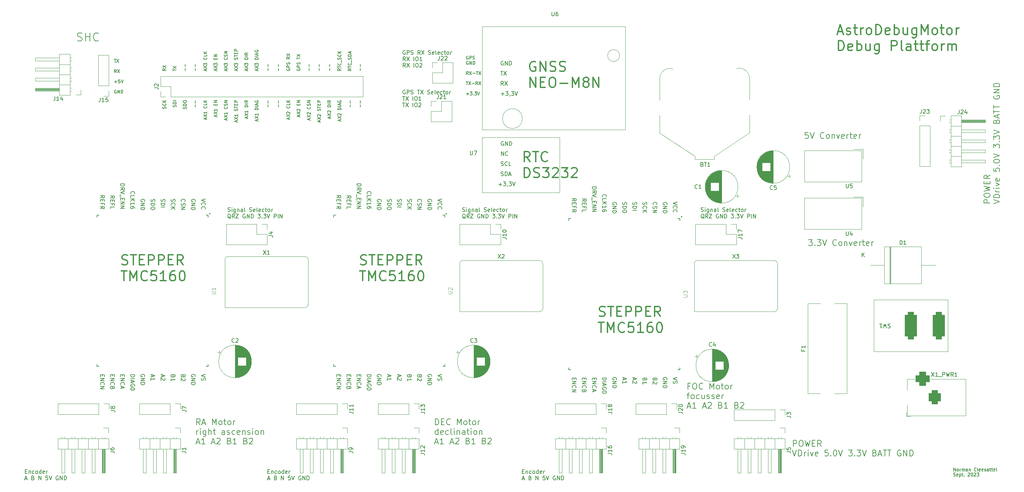
<source format=gbr>
%TF.GenerationSoftware,KiCad,Pcbnew,7.0.7*%
%TF.CreationDate,2023-09-16T22:54:16+02:00*%
%TF.ProjectId,AstroDebugMotor,41737472-6f44-4656-9275-674d6f746f72,01*%
%TF.SameCoordinates,Original*%
%TF.FileFunction,Legend,Top*%
%TF.FilePolarity,Positive*%
%FSLAX46Y46*%
G04 Gerber Fmt 4.6, Leading zero omitted, Abs format (unit mm)*
G04 Created by KiCad (PCBNEW 7.0.7) date 2023-09-16 22:54:16*
%MOMM*%
%LPD*%
G01*
G04 APERTURE LIST*
G04 Aperture macros list*
%AMRoundRect*
0 Rectangle with rounded corners*
0 $1 Rounding radius*
0 $2 $3 $4 $5 $6 $7 $8 $9 X,Y pos of 4 corners*
0 Add a 4 corners polygon primitive as box body*
4,1,4,$2,$3,$4,$5,$6,$7,$8,$9,$2,$3,0*
0 Add four circle primitives for the rounded corners*
1,1,$1+$1,$2,$3*
1,1,$1+$1,$4,$5*
1,1,$1+$1,$6,$7*
1,1,$1+$1,$8,$9*
0 Add four rect primitives between the rounded corners*
20,1,$1+$1,$2,$3,$4,$5,0*
20,1,$1+$1,$4,$5,$6,$7,0*
20,1,$1+$1,$6,$7,$8,$9,0*
20,1,$1+$1,$8,$9,$2,$3,0*%
G04 Aperture macros list end*
%ADD10C,0.150000*%
%ADD11C,0.300000*%
%ADD12C,0.100000*%
%ADD13C,0.120000*%
%ADD14C,0.200000*%
%ADD15R,1.700000X1.700000*%
%ADD16O,1.700000X1.700000*%
%ADD17RoundRect,0.750000X0.750000X2.750000X-0.750000X2.750000X-0.750000X-2.750000X0.750000X-2.750000X0*%
%ADD18R,3.200000X3.200000*%
%ADD19O,3.200000X3.200000*%
%ADD20R,1.600000X1.600000*%
%ADD21C,1.600000*%
%ADD22R,1.500000X2.500000*%
%ADD23O,1.500000X2.500000*%
%ADD24C,3.000000*%
%ADD25C,8.000000*%
%ADD26C,2.700000*%
%ADD27C,1.524000*%
%ADD28R,3.500000X3.500000*%
%ADD29RoundRect,0.750000X0.750000X1.000000X-0.750000X1.000000X-0.750000X-1.000000X0.750000X-1.000000X0*%
%ADD30RoundRect,0.875000X0.875000X0.875000X-0.875000X0.875000X-0.875000X-0.875000X0.875000X-0.875000X0*%
%ADD31C,4.000000*%
G04 APERTURE END LIST*
D10*
X82405533Y-74889159D02*
X82405533Y-74279636D01*
X82405533Y-73898683D02*
X82405533Y-73289160D01*
X84981533Y-74889159D02*
X84981533Y-74279636D01*
X84981533Y-73898683D02*
X84981533Y-73289160D01*
X87633723Y-78012970D02*
X87633723Y-77632017D01*
X87862295Y-78089160D02*
X87062295Y-77822493D01*
X87062295Y-77822493D02*
X87862295Y-77555827D01*
X87062295Y-77365351D02*
X87862295Y-76832017D01*
X87062295Y-76832017D02*
X87862295Y-77365351D01*
X87138485Y-76565351D02*
X87100390Y-76527255D01*
X87100390Y-76527255D02*
X87062295Y-76451065D01*
X87062295Y-76451065D02*
X87062295Y-76260589D01*
X87062295Y-76260589D02*
X87100390Y-76184398D01*
X87100390Y-76184398D02*
X87138485Y-76146303D01*
X87138485Y-76146303D02*
X87214676Y-76108208D01*
X87214676Y-76108208D02*
X87290866Y-76108208D01*
X87290866Y-76108208D02*
X87405152Y-76146303D01*
X87405152Y-76146303D02*
X87862295Y-76603446D01*
X87862295Y-76603446D02*
X87862295Y-76108208D01*
X87786104Y-74698683D02*
X87824200Y-74736779D01*
X87824200Y-74736779D02*
X87862295Y-74851064D01*
X87862295Y-74851064D02*
X87862295Y-74927255D01*
X87862295Y-74927255D02*
X87824200Y-75041541D01*
X87824200Y-75041541D02*
X87748009Y-75117731D01*
X87748009Y-75117731D02*
X87671819Y-75155826D01*
X87671819Y-75155826D02*
X87519438Y-75193922D01*
X87519438Y-75193922D02*
X87405152Y-75193922D01*
X87405152Y-75193922D02*
X87252771Y-75155826D01*
X87252771Y-75155826D02*
X87176580Y-75117731D01*
X87176580Y-75117731D02*
X87100390Y-75041541D01*
X87100390Y-75041541D02*
X87062295Y-74927255D01*
X87062295Y-74927255D02*
X87062295Y-74851064D01*
X87062295Y-74851064D02*
X87100390Y-74736779D01*
X87100390Y-74736779D02*
X87138485Y-74698683D01*
X87862295Y-73974874D02*
X87862295Y-74355826D01*
X87862295Y-74355826D02*
X87062295Y-74355826D01*
X87862295Y-73708207D02*
X87062295Y-73708207D01*
X87862295Y-73251064D02*
X87405152Y-73593922D01*
X87062295Y-73251064D02*
X87519438Y-73708207D01*
X90209723Y-77327256D02*
X90209723Y-76946303D01*
X90438295Y-77403446D02*
X89638295Y-77136779D01*
X89638295Y-77136779D02*
X90438295Y-76870113D01*
X89638295Y-76679637D02*
X90438295Y-76146303D01*
X89638295Y-76146303D02*
X90438295Y-76679637D01*
X89714485Y-75879637D02*
X89676390Y-75841541D01*
X89676390Y-75841541D02*
X89638295Y-75765351D01*
X89638295Y-75765351D02*
X89638295Y-75574875D01*
X89638295Y-75574875D02*
X89676390Y-75498684D01*
X89676390Y-75498684D02*
X89714485Y-75460589D01*
X89714485Y-75460589D02*
X89790676Y-75422494D01*
X89790676Y-75422494D02*
X89866866Y-75422494D01*
X89866866Y-75422494D02*
X89981152Y-75460589D01*
X89981152Y-75460589D02*
X90438295Y-75917732D01*
X90438295Y-75917732D02*
X90438295Y-75422494D01*
X90019247Y-74470112D02*
X90019247Y-74203446D01*
X90438295Y-74089160D02*
X90438295Y-74470112D01*
X90438295Y-74470112D02*
X89638295Y-74470112D01*
X89638295Y-74470112D02*
X89638295Y-74089160D01*
X90438295Y-73746302D02*
X89638295Y-73746302D01*
X89638295Y-73746302D02*
X90438295Y-73289159D01*
X90438295Y-73289159D02*
X89638295Y-73289159D01*
X92785723Y-78165351D02*
X92785723Y-77784398D01*
X93014295Y-78241541D02*
X92214295Y-77974874D01*
X92214295Y-77974874D02*
X93014295Y-77708208D01*
X92214295Y-77517732D02*
X93014295Y-76984398D01*
X92214295Y-76984398D02*
X93014295Y-77517732D01*
X92290485Y-76717732D02*
X92252390Y-76679636D01*
X92252390Y-76679636D02*
X92214295Y-76603446D01*
X92214295Y-76603446D02*
X92214295Y-76412970D01*
X92214295Y-76412970D02*
X92252390Y-76336779D01*
X92252390Y-76336779D02*
X92290485Y-76298684D01*
X92290485Y-76298684D02*
X92366676Y-76260589D01*
X92366676Y-76260589D02*
X92442866Y-76260589D01*
X92442866Y-76260589D02*
X92557152Y-76298684D01*
X92557152Y-76298684D02*
X93014295Y-76755827D01*
X93014295Y-76755827D02*
X93014295Y-76260589D01*
X92938104Y-74851064D02*
X92976200Y-74889160D01*
X92976200Y-74889160D02*
X93014295Y-75003445D01*
X93014295Y-75003445D02*
X93014295Y-75079636D01*
X93014295Y-75079636D02*
X92976200Y-75193922D01*
X92976200Y-75193922D02*
X92900009Y-75270112D01*
X92900009Y-75270112D02*
X92823819Y-75308207D01*
X92823819Y-75308207D02*
X92671438Y-75346303D01*
X92671438Y-75346303D02*
X92557152Y-75346303D01*
X92557152Y-75346303D02*
X92404771Y-75308207D01*
X92404771Y-75308207D02*
X92328580Y-75270112D01*
X92328580Y-75270112D02*
X92252390Y-75193922D01*
X92252390Y-75193922D02*
X92214295Y-75079636D01*
X92214295Y-75079636D02*
X92214295Y-75003445D01*
X92214295Y-75003445D02*
X92252390Y-74889160D01*
X92252390Y-74889160D02*
X92290485Y-74851064D01*
X92976200Y-74546303D02*
X93014295Y-74432017D01*
X93014295Y-74432017D02*
X93014295Y-74241541D01*
X93014295Y-74241541D02*
X92976200Y-74165350D01*
X92976200Y-74165350D02*
X92938104Y-74127255D01*
X92938104Y-74127255D02*
X92861914Y-74089160D01*
X92861914Y-74089160D02*
X92785723Y-74089160D01*
X92785723Y-74089160D02*
X92709533Y-74127255D01*
X92709533Y-74127255D02*
X92671438Y-74165350D01*
X92671438Y-74165350D02*
X92633342Y-74241541D01*
X92633342Y-74241541D02*
X92595247Y-74393922D01*
X92595247Y-74393922D02*
X92557152Y-74470112D01*
X92557152Y-74470112D02*
X92519057Y-74508207D01*
X92519057Y-74508207D02*
X92442866Y-74546303D01*
X92442866Y-74546303D02*
X92366676Y-74546303D01*
X92366676Y-74546303D02*
X92290485Y-74508207D01*
X92290485Y-74508207D02*
X92252390Y-74470112D01*
X92252390Y-74470112D02*
X92214295Y-74393922D01*
X92214295Y-74393922D02*
X92214295Y-74203445D01*
X92214295Y-74203445D02*
X92252390Y-74089160D01*
X93014295Y-73746302D02*
X92214295Y-73746302D01*
X92214295Y-73746302D02*
X93014295Y-73289159D01*
X93014295Y-73289159D02*
X92214295Y-73289159D01*
X95361723Y-78660590D02*
X95361723Y-78279637D01*
X95590295Y-78736780D02*
X94790295Y-78470113D01*
X94790295Y-78470113D02*
X95590295Y-78203447D01*
X94790295Y-78012971D02*
X95590295Y-77479637D01*
X94790295Y-77479637D02*
X95590295Y-78012971D01*
X94866485Y-77212971D02*
X94828390Y-77174875D01*
X94828390Y-77174875D02*
X94790295Y-77098685D01*
X94790295Y-77098685D02*
X94790295Y-76908209D01*
X94790295Y-76908209D02*
X94828390Y-76832018D01*
X94828390Y-76832018D02*
X94866485Y-76793923D01*
X94866485Y-76793923D02*
X94942676Y-76755828D01*
X94942676Y-76755828D02*
X95018866Y-76755828D01*
X95018866Y-76755828D02*
X95133152Y-76793923D01*
X95133152Y-76793923D02*
X95590295Y-77251066D01*
X95590295Y-77251066D02*
X95590295Y-76755828D01*
X95552200Y-75841542D02*
X95590295Y-75727256D01*
X95590295Y-75727256D02*
X95590295Y-75536780D01*
X95590295Y-75536780D02*
X95552200Y-75460589D01*
X95552200Y-75460589D02*
X95514104Y-75422494D01*
X95514104Y-75422494D02*
X95437914Y-75384399D01*
X95437914Y-75384399D02*
X95361723Y-75384399D01*
X95361723Y-75384399D02*
X95285533Y-75422494D01*
X95285533Y-75422494D02*
X95247438Y-75460589D01*
X95247438Y-75460589D02*
X95209342Y-75536780D01*
X95209342Y-75536780D02*
X95171247Y-75689161D01*
X95171247Y-75689161D02*
X95133152Y-75765351D01*
X95133152Y-75765351D02*
X95095057Y-75803446D01*
X95095057Y-75803446D02*
X95018866Y-75841542D01*
X95018866Y-75841542D02*
X94942676Y-75841542D01*
X94942676Y-75841542D02*
X94866485Y-75803446D01*
X94866485Y-75803446D02*
X94828390Y-75765351D01*
X94828390Y-75765351D02*
X94790295Y-75689161D01*
X94790295Y-75689161D02*
X94790295Y-75498684D01*
X94790295Y-75498684D02*
X94828390Y-75384399D01*
X94790295Y-75155827D02*
X94790295Y-74698684D01*
X95590295Y-74927256D02*
X94790295Y-74927256D01*
X95171247Y-74432017D02*
X95171247Y-74165351D01*
X95590295Y-74051065D02*
X95590295Y-74432017D01*
X95590295Y-74432017D02*
X94790295Y-74432017D01*
X94790295Y-74432017D02*
X94790295Y-74051065D01*
X95590295Y-73708207D02*
X94790295Y-73708207D01*
X94790295Y-73708207D02*
X94790295Y-73403445D01*
X94790295Y-73403445D02*
X94828390Y-73327255D01*
X94828390Y-73327255D02*
X94866485Y-73289160D01*
X94866485Y-73289160D02*
X94942676Y-73251064D01*
X94942676Y-73251064D02*
X95056961Y-73251064D01*
X95056961Y-73251064D02*
X95133152Y-73289160D01*
X95133152Y-73289160D02*
X95171247Y-73327255D01*
X95171247Y-73327255D02*
X95209342Y-73403445D01*
X95209342Y-73403445D02*
X95209342Y-73708207D01*
X97937723Y-77746303D02*
X97937723Y-77365350D01*
X98166295Y-77822493D02*
X97366295Y-77555826D01*
X97366295Y-77555826D02*
X98166295Y-77289160D01*
X97366295Y-77098684D02*
X98166295Y-76565350D01*
X97366295Y-76565350D02*
X98166295Y-77098684D01*
X97442485Y-76298684D02*
X97404390Y-76260588D01*
X97404390Y-76260588D02*
X97366295Y-76184398D01*
X97366295Y-76184398D02*
X97366295Y-75993922D01*
X97366295Y-75993922D02*
X97404390Y-75917731D01*
X97404390Y-75917731D02*
X97442485Y-75879636D01*
X97442485Y-75879636D02*
X97518676Y-75841541D01*
X97518676Y-75841541D02*
X97594866Y-75841541D01*
X97594866Y-75841541D02*
X97709152Y-75879636D01*
X97709152Y-75879636D02*
X98166295Y-76336779D01*
X98166295Y-76336779D02*
X98166295Y-75841541D01*
X98166295Y-74889159D02*
X97366295Y-74889159D01*
X97366295Y-74889159D02*
X97366295Y-74698683D01*
X97366295Y-74698683D02*
X97404390Y-74584397D01*
X97404390Y-74584397D02*
X97480580Y-74508207D01*
X97480580Y-74508207D02*
X97556771Y-74470112D01*
X97556771Y-74470112D02*
X97709152Y-74432016D01*
X97709152Y-74432016D02*
X97823438Y-74432016D01*
X97823438Y-74432016D02*
X97975819Y-74470112D01*
X97975819Y-74470112D02*
X98052009Y-74508207D01*
X98052009Y-74508207D02*
X98128200Y-74584397D01*
X98128200Y-74584397D02*
X98166295Y-74698683D01*
X98166295Y-74698683D02*
X98166295Y-74889159D01*
X98166295Y-74089159D02*
X97366295Y-74089159D01*
X98166295Y-73251064D02*
X97785342Y-73517731D01*
X98166295Y-73708207D02*
X97366295Y-73708207D01*
X97366295Y-73708207D02*
X97366295Y-73403445D01*
X97366295Y-73403445D02*
X97404390Y-73327255D01*
X97404390Y-73327255D02*
X97442485Y-73289160D01*
X97442485Y-73289160D02*
X97518676Y-73251064D01*
X97518676Y-73251064D02*
X97632961Y-73251064D01*
X97632961Y-73251064D02*
X97709152Y-73289160D01*
X97709152Y-73289160D02*
X97747247Y-73327255D01*
X97747247Y-73327255D02*
X97785342Y-73403445D01*
X97785342Y-73403445D02*
X97785342Y-73708207D01*
X100513723Y-78432017D02*
X100513723Y-78051064D01*
X100742295Y-78508207D02*
X99942295Y-78241540D01*
X99942295Y-78241540D02*
X100742295Y-77974874D01*
X99942295Y-77784398D02*
X100742295Y-77251064D01*
X99942295Y-77251064D02*
X100742295Y-77784398D01*
X100018485Y-76984398D02*
X99980390Y-76946302D01*
X99980390Y-76946302D02*
X99942295Y-76870112D01*
X99942295Y-76870112D02*
X99942295Y-76679636D01*
X99942295Y-76679636D02*
X99980390Y-76603445D01*
X99980390Y-76603445D02*
X100018485Y-76565350D01*
X100018485Y-76565350D02*
X100094676Y-76527255D01*
X100094676Y-76527255D02*
X100170866Y-76527255D01*
X100170866Y-76527255D02*
X100285152Y-76565350D01*
X100285152Y-76565350D02*
X100742295Y-77022493D01*
X100742295Y-77022493D02*
X100742295Y-76527255D01*
X100742295Y-75574873D02*
X99942295Y-75574873D01*
X99942295Y-75574873D02*
X99942295Y-75384397D01*
X99942295Y-75384397D02*
X99980390Y-75270111D01*
X99980390Y-75270111D02*
X100056580Y-75193921D01*
X100056580Y-75193921D02*
X100132771Y-75155826D01*
X100132771Y-75155826D02*
X100285152Y-75117730D01*
X100285152Y-75117730D02*
X100399438Y-75117730D01*
X100399438Y-75117730D02*
X100551819Y-75155826D01*
X100551819Y-75155826D02*
X100628009Y-75193921D01*
X100628009Y-75193921D02*
X100704200Y-75270111D01*
X100704200Y-75270111D02*
X100742295Y-75384397D01*
X100742295Y-75384397D02*
X100742295Y-75574873D01*
X100742295Y-74774873D02*
X99942295Y-74774873D01*
X100513723Y-74432017D02*
X100513723Y-74051064D01*
X100742295Y-74508207D02*
X99942295Y-74241540D01*
X99942295Y-74241540D02*
X100742295Y-73974874D01*
X99980390Y-73289160D02*
X99942295Y-73365350D01*
X99942295Y-73365350D02*
X99942295Y-73479636D01*
X99942295Y-73479636D02*
X99980390Y-73593922D01*
X99980390Y-73593922D02*
X100056580Y-73670112D01*
X100056580Y-73670112D02*
X100132771Y-73708207D01*
X100132771Y-73708207D02*
X100285152Y-73746303D01*
X100285152Y-73746303D02*
X100399438Y-73746303D01*
X100399438Y-73746303D02*
X100551819Y-73708207D01*
X100551819Y-73708207D02*
X100628009Y-73670112D01*
X100628009Y-73670112D02*
X100704200Y-73593922D01*
X100704200Y-73593922D02*
X100742295Y-73479636D01*
X100742295Y-73479636D02*
X100742295Y-73403445D01*
X100742295Y-73403445D02*
X100704200Y-73289160D01*
X100704200Y-73289160D02*
X100666104Y-73251064D01*
X100666104Y-73251064D02*
X100399438Y-73251064D01*
X100399438Y-73251064D02*
X100399438Y-73403445D01*
X103013533Y-74889159D02*
X103013533Y-74279636D01*
X103013533Y-73898683D02*
X103013533Y-73289160D01*
X105589533Y-74889159D02*
X105589533Y-74279636D01*
X105589533Y-73898683D02*
X105589533Y-73289160D01*
D11*
X165673558Y-127534400D02*
X166030701Y-127653447D01*
X166030701Y-127653447D02*
X166625939Y-127653447D01*
X166625939Y-127653447D02*
X166864034Y-127534400D01*
X166864034Y-127534400D02*
X166983082Y-127415352D01*
X166983082Y-127415352D02*
X167102129Y-127177257D01*
X167102129Y-127177257D02*
X167102129Y-126939161D01*
X167102129Y-126939161D02*
X166983082Y-126701066D01*
X166983082Y-126701066D02*
X166864034Y-126582019D01*
X166864034Y-126582019D02*
X166625939Y-126462971D01*
X166625939Y-126462971D02*
X166149748Y-126343923D01*
X166149748Y-126343923D02*
X165911653Y-126224876D01*
X165911653Y-126224876D02*
X165792606Y-126105828D01*
X165792606Y-126105828D02*
X165673558Y-125867733D01*
X165673558Y-125867733D02*
X165673558Y-125629638D01*
X165673558Y-125629638D02*
X165792606Y-125391542D01*
X165792606Y-125391542D02*
X165911653Y-125272495D01*
X165911653Y-125272495D02*
X166149748Y-125153447D01*
X166149748Y-125153447D02*
X166744987Y-125153447D01*
X166744987Y-125153447D02*
X167102129Y-125272495D01*
X167816415Y-125153447D02*
X169244986Y-125153447D01*
X168530700Y-127653447D02*
X168530700Y-125153447D01*
X170078320Y-126343923D02*
X170911653Y-126343923D01*
X171268796Y-127653447D02*
X170078320Y-127653447D01*
X170078320Y-127653447D02*
X170078320Y-125153447D01*
X170078320Y-125153447D02*
X171268796Y-125153447D01*
X172340225Y-127653447D02*
X172340225Y-125153447D01*
X172340225Y-125153447D02*
X173292606Y-125153447D01*
X173292606Y-125153447D02*
X173530701Y-125272495D01*
X173530701Y-125272495D02*
X173649748Y-125391542D01*
X173649748Y-125391542D02*
X173768796Y-125629638D01*
X173768796Y-125629638D02*
X173768796Y-125986780D01*
X173768796Y-125986780D02*
X173649748Y-126224876D01*
X173649748Y-126224876D02*
X173530701Y-126343923D01*
X173530701Y-126343923D02*
X173292606Y-126462971D01*
X173292606Y-126462971D02*
X172340225Y-126462971D01*
X174840225Y-127653447D02*
X174840225Y-125153447D01*
X174840225Y-125153447D02*
X175792606Y-125153447D01*
X175792606Y-125153447D02*
X176030701Y-125272495D01*
X176030701Y-125272495D02*
X176149748Y-125391542D01*
X176149748Y-125391542D02*
X176268796Y-125629638D01*
X176268796Y-125629638D02*
X176268796Y-125986780D01*
X176268796Y-125986780D02*
X176149748Y-126224876D01*
X176149748Y-126224876D02*
X176030701Y-126343923D01*
X176030701Y-126343923D02*
X175792606Y-126462971D01*
X175792606Y-126462971D02*
X174840225Y-126462971D01*
X177340225Y-126343923D02*
X178173558Y-126343923D01*
X178530701Y-127653447D02*
X177340225Y-127653447D01*
X177340225Y-127653447D02*
X177340225Y-125153447D01*
X177340225Y-125153447D02*
X178530701Y-125153447D01*
X181030701Y-127653447D02*
X180197368Y-126462971D01*
X179602130Y-127653447D02*
X179602130Y-125153447D01*
X179602130Y-125153447D02*
X180554511Y-125153447D01*
X180554511Y-125153447D02*
X180792606Y-125272495D01*
X180792606Y-125272495D02*
X180911653Y-125391542D01*
X180911653Y-125391542D02*
X181030701Y-125629638D01*
X181030701Y-125629638D02*
X181030701Y-125986780D01*
X181030701Y-125986780D02*
X180911653Y-126224876D01*
X180911653Y-126224876D02*
X180792606Y-126343923D01*
X180792606Y-126343923D02*
X180554511Y-126462971D01*
X180554511Y-126462971D02*
X179602130Y-126462971D01*
X165435463Y-129178447D02*
X166864034Y-129178447D01*
X166149748Y-131678447D02*
X166149748Y-129178447D01*
X167697368Y-131678447D02*
X167697368Y-129178447D01*
X167697368Y-129178447D02*
X168530701Y-130964161D01*
X168530701Y-130964161D02*
X169364034Y-129178447D01*
X169364034Y-129178447D02*
X169364034Y-131678447D01*
X171983082Y-131440352D02*
X171864034Y-131559400D01*
X171864034Y-131559400D02*
X171506892Y-131678447D01*
X171506892Y-131678447D02*
X171268796Y-131678447D01*
X171268796Y-131678447D02*
X170911653Y-131559400D01*
X170911653Y-131559400D02*
X170673558Y-131321304D01*
X170673558Y-131321304D02*
X170554511Y-131083209D01*
X170554511Y-131083209D02*
X170435463Y-130607019D01*
X170435463Y-130607019D02*
X170435463Y-130249876D01*
X170435463Y-130249876D02*
X170554511Y-129773685D01*
X170554511Y-129773685D02*
X170673558Y-129535590D01*
X170673558Y-129535590D02*
X170911653Y-129297495D01*
X170911653Y-129297495D02*
X171268796Y-129178447D01*
X171268796Y-129178447D02*
X171506892Y-129178447D01*
X171506892Y-129178447D02*
X171864034Y-129297495D01*
X171864034Y-129297495D02*
X171983082Y-129416542D01*
X174244987Y-129178447D02*
X173054511Y-129178447D01*
X173054511Y-129178447D02*
X172935463Y-130368923D01*
X172935463Y-130368923D02*
X173054511Y-130249876D01*
X173054511Y-130249876D02*
X173292606Y-130130828D01*
X173292606Y-130130828D02*
X173887844Y-130130828D01*
X173887844Y-130130828D02*
X174125939Y-130249876D01*
X174125939Y-130249876D02*
X174244987Y-130368923D01*
X174244987Y-130368923D02*
X174364034Y-130607019D01*
X174364034Y-130607019D02*
X174364034Y-131202257D01*
X174364034Y-131202257D02*
X174244987Y-131440352D01*
X174244987Y-131440352D02*
X174125939Y-131559400D01*
X174125939Y-131559400D02*
X173887844Y-131678447D01*
X173887844Y-131678447D02*
X173292606Y-131678447D01*
X173292606Y-131678447D02*
X173054511Y-131559400D01*
X173054511Y-131559400D02*
X172935463Y-131440352D01*
X176744986Y-131678447D02*
X175316415Y-131678447D01*
X176030701Y-131678447D02*
X176030701Y-129178447D01*
X176030701Y-129178447D02*
X175792605Y-129535590D01*
X175792605Y-129535590D02*
X175554510Y-129773685D01*
X175554510Y-129773685D02*
X175316415Y-129892733D01*
X178887843Y-129178447D02*
X178411653Y-129178447D01*
X178411653Y-129178447D02*
X178173557Y-129297495D01*
X178173557Y-129297495D02*
X178054510Y-129416542D01*
X178054510Y-129416542D02*
X177816415Y-129773685D01*
X177816415Y-129773685D02*
X177697367Y-130249876D01*
X177697367Y-130249876D02*
X177697367Y-131202257D01*
X177697367Y-131202257D02*
X177816415Y-131440352D01*
X177816415Y-131440352D02*
X177935462Y-131559400D01*
X177935462Y-131559400D02*
X178173557Y-131678447D01*
X178173557Y-131678447D02*
X178649748Y-131678447D01*
X178649748Y-131678447D02*
X178887843Y-131559400D01*
X178887843Y-131559400D02*
X179006891Y-131440352D01*
X179006891Y-131440352D02*
X179125938Y-131202257D01*
X179125938Y-131202257D02*
X179125938Y-130607019D01*
X179125938Y-130607019D02*
X179006891Y-130368923D01*
X179006891Y-130368923D02*
X178887843Y-130249876D01*
X178887843Y-130249876D02*
X178649748Y-130130828D01*
X178649748Y-130130828D02*
X178173557Y-130130828D01*
X178173557Y-130130828D02*
X177935462Y-130249876D01*
X177935462Y-130249876D02*
X177816415Y-130368923D01*
X177816415Y-130368923D02*
X177697367Y-130607019D01*
X180673557Y-129178447D02*
X180911652Y-129178447D01*
X180911652Y-129178447D02*
X181149748Y-129297495D01*
X181149748Y-129297495D02*
X181268795Y-129416542D01*
X181268795Y-129416542D02*
X181387843Y-129654638D01*
X181387843Y-129654638D02*
X181506890Y-130130828D01*
X181506890Y-130130828D02*
X181506890Y-130726066D01*
X181506890Y-130726066D02*
X181387843Y-131202257D01*
X181387843Y-131202257D02*
X181268795Y-131440352D01*
X181268795Y-131440352D02*
X181149748Y-131559400D01*
X181149748Y-131559400D02*
X180911652Y-131678447D01*
X180911652Y-131678447D02*
X180673557Y-131678447D01*
X180673557Y-131678447D02*
X180435462Y-131559400D01*
X180435462Y-131559400D02*
X180316414Y-131440352D01*
X180316414Y-131440352D02*
X180197367Y-131202257D01*
X180197367Y-131202257D02*
X180078319Y-130726066D01*
X180078319Y-130726066D02*
X180078319Y-130130828D01*
X180078319Y-130130828D02*
X180197367Y-129654638D01*
X180197367Y-129654638D02*
X180316414Y-129416542D01*
X180316414Y-129416542D02*
X180435462Y-129297495D01*
X180435462Y-129297495D02*
X180673557Y-129178447D01*
D10*
X34479636Y-58152200D02*
X34765350Y-58247438D01*
X34765350Y-58247438D02*
X35241541Y-58247438D01*
X35241541Y-58247438D02*
X35432017Y-58152200D01*
X35432017Y-58152200D02*
X35527255Y-58056961D01*
X35527255Y-58056961D02*
X35622493Y-57866485D01*
X35622493Y-57866485D02*
X35622493Y-57676009D01*
X35622493Y-57676009D02*
X35527255Y-57485533D01*
X35527255Y-57485533D02*
X35432017Y-57390295D01*
X35432017Y-57390295D02*
X35241541Y-57295057D01*
X35241541Y-57295057D02*
X34860588Y-57199819D01*
X34860588Y-57199819D02*
X34670112Y-57104580D01*
X34670112Y-57104580D02*
X34574874Y-57009342D01*
X34574874Y-57009342D02*
X34479636Y-56818866D01*
X34479636Y-56818866D02*
X34479636Y-56628390D01*
X34479636Y-56628390D02*
X34574874Y-56437914D01*
X34574874Y-56437914D02*
X34670112Y-56342676D01*
X34670112Y-56342676D02*
X34860588Y-56247438D01*
X34860588Y-56247438D02*
X35336779Y-56247438D01*
X35336779Y-56247438D02*
X35622493Y-56342676D01*
X36479636Y-58247438D02*
X36479636Y-56247438D01*
X36479636Y-57199819D02*
X37622493Y-57199819D01*
X37622493Y-58247438D02*
X37622493Y-56247438D01*
X39717731Y-58056961D02*
X39622493Y-58152200D01*
X39622493Y-58152200D02*
X39336779Y-58247438D01*
X39336779Y-58247438D02*
X39146303Y-58247438D01*
X39146303Y-58247438D02*
X38860588Y-58152200D01*
X38860588Y-58152200D02*
X38670112Y-57961723D01*
X38670112Y-57961723D02*
X38574874Y-57771247D01*
X38574874Y-57771247D02*
X38479636Y-57390295D01*
X38479636Y-57390295D02*
X38479636Y-57104580D01*
X38479636Y-57104580D02*
X38574874Y-56723628D01*
X38574874Y-56723628D02*
X38670112Y-56533152D01*
X38670112Y-56533152D02*
X38860588Y-56342676D01*
X38860588Y-56342676D02*
X39146303Y-56247438D01*
X39146303Y-56247438D02*
X39336779Y-56247438D01*
X39336779Y-56247438D02*
X39622493Y-56342676D01*
X39622493Y-56342676D02*
X39717731Y-56437914D01*
X146336779Y-166736009D02*
X146670112Y-166736009D01*
X146812969Y-167259819D02*
X146336779Y-167259819D01*
X146336779Y-167259819D02*
X146336779Y-166259819D01*
X146336779Y-166259819D02*
X146812969Y-166259819D01*
X147241541Y-166593152D02*
X147241541Y-167259819D01*
X147241541Y-166688390D02*
X147289160Y-166640771D01*
X147289160Y-166640771D02*
X147384398Y-166593152D01*
X147384398Y-166593152D02*
X147527255Y-166593152D01*
X147527255Y-166593152D02*
X147622493Y-166640771D01*
X147622493Y-166640771D02*
X147670112Y-166736009D01*
X147670112Y-166736009D02*
X147670112Y-167259819D01*
X148574874Y-167212200D02*
X148479636Y-167259819D01*
X148479636Y-167259819D02*
X148289160Y-167259819D01*
X148289160Y-167259819D02*
X148193922Y-167212200D01*
X148193922Y-167212200D02*
X148146303Y-167164580D01*
X148146303Y-167164580D02*
X148098684Y-167069342D01*
X148098684Y-167069342D02*
X148098684Y-166783628D01*
X148098684Y-166783628D02*
X148146303Y-166688390D01*
X148146303Y-166688390D02*
X148193922Y-166640771D01*
X148193922Y-166640771D02*
X148289160Y-166593152D01*
X148289160Y-166593152D02*
X148479636Y-166593152D01*
X148479636Y-166593152D02*
X148574874Y-166640771D01*
X149146303Y-167259819D02*
X149051065Y-167212200D01*
X149051065Y-167212200D02*
X149003446Y-167164580D01*
X149003446Y-167164580D02*
X148955827Y-167069342D01*
X148955827Y-167069342D02*
X148955827Y-166783628D01*
X148955827Y-166783628D02*
X149003446Y-166688390D01*
X149003446Y-166688390D02*
X149051065Y-166640771D01*
X149051065Y-166640771D02*
X149146303Y-166593152D01*
X149146303Y-166593152D02*
X149289160Y-166593152D01*
X149289160Y-166593152D02*
X149384398Y-166640771D01*
X149384398Y-166640771D02*
X149432017Y-166688390D01*
X149432017Y-166688390D02*
X149479636Y-166783628D01*
X149479636Y-166783628D02*
X149479636Y-167069342D01*
X149479636Y-167069342D02*
X149432017Y-167164580D01*
X149432017Y-167164580D02*
X149384398Y-167212200D01*
X149384398Y-167212200D02*
X149289160Y-167259819D01*
X149289160Y-167259819D02*
X149146303Y-167259819D01*
X150336779Y-167259819D02*
X150336779Y-166259819D01*
X150336779Y-167212200D02*
X150241541Y-167259819D01*
X150241541Y-167259819D02*
X150051065Y-167259819D01*
X150051065Y-167259819D02*
X149955827Y-167212200D01*
X149955827Y-167212200D02*
X149908208Y-167164580D01*
X149908208Y-167164580D02*
X149860589Y-167069342D01*
X149860589Y-167069342D02*
X149860589Y-166783628D01*
X149860589Y-166783628D02*
X149908208Y-166688390D01*
X149908208Y-166688390D02*
X149955827Y-166640771D01*
X149955827Y-166640771D02*
X150051065Y-166593152D01*
X150051065Y-166593152D02*
X150241541Y-166593152D01*
X150241541Y-166593152D02*
X150336779Y-166640771D01*
X151193922Y-167212200D02*
X151098684Y-167259819D01*
X151098684Y-167259819D02*
X150908208Y-167259819D01*
X150908208Y-167259819D02*
X150812970Y-167212200D01*
X150812970Y-167212200D02*
X150765351Y-167116961D01*
X150765351Y-167116961D02*
X150765351Y-166736009D01*
X150765351Y-166736009D02*
X150812970Y-166640771D01*
X150812970Y-166640771D02*
X150908208Y-166593152D01*
X150908208Y-166593152D02*
X151098684Y-166593152D01*
X151098684Y-166593152D02*
X151193922Y-166640771D01*
X151193922Y-166640771D02*
X151241541Y-166736009D01*
X151241541Y-166736009D02*
X151241541Y-166831247D01*
X151241541Y-166831247D02*
X150765351Y-166926485D01*
X151670113Y-167259819D02*
X151670113Y-166593152D01*
X151670113Y-166783628D02*
X151717732Y-166688390D01*
X151717732Y-166688390D02*
X151765351Y-166640771D01*
X151765351Y-166640771D02*
X151860589Y-166593152D01*
X151860589Y-166593152D02*
X151955827Y-166593152D01*
X146289160Y-168584104D02*
X146765350Y-168584104D01*
X146193922Y-168869819D02*
X146527255Y-167869819D01*
X146527255Y-167869819D02*
X146860588Y-168869819D01*
X148289160Y-168346009D02*
X148432017Y-168393628D01*
X148432017Y-168393628D02*
X148479636Y-168441247D01*
X148479636Y-168441247D02*
X148527255Y-168536485D01*
X148527255Y-168536485D02*
X148527255Y-168679342D01*
X148527255Y-168679342D02*
X148479636Y-168774580D01*
X148479636Y-168774580D02*
X148432017Y-168822200D01*
X148432017Y-168822200D02*
X148336779Y-168869819D01*
X148336779Y-168869819D02*
X147955827Y-168869819D01*
X147955827Y-168869819D02*
X147955827Y-167869819D01*
X147955827Y-167869819D02*
X148289160Y-167869819D01*
X148289160Y-167869819D02*
X148384398Y-167917438D01*
X148384398Y-167917438D02*
X148432017Y-167965057D01*
X148432017Y-167965057D02*
X148479636Y-168060295D01*
X148479636Y-168060295D02*
X148479636Y-168155533D01*
X148479636Y-168155533D02*
X148432017Y-168250771D01*
X148432017Y-168250771D02*
X148384398Y-168298390D01*
X148384398Y-168298390D02*
X148289160Y-168346009D01*
X148289160Y-168346009D02*
X147955827Y-168346009D01*
X149717732Y-168869819D02*
X149717732Y-167869819D01*
X149717732Y-167869819D02*
X150289160Y-168869819D01*
X150289160Y-168869819D02*
X150289160Y-167869819D01*
X152003446Y-167869819D02*
X151527256Y-167869819D01*
X151527256Y-167869819D02*
X151479637Y-168346009D01*
X151479637Y-168346009D02*
X151527256Y-168298390D01*
X151527256Y-168298390D02*
X151622494Y-168250771D01*
X151622494Y-168250771D02*
X151860589Y-168250771D01*
X151860589Y-168250771D02*
X151955827Y-168298390D01*
X151955827Y-168298390D02*
X152003446Y-168346009D01*
X152003446Y-168346009D02*
X152051065Y-168441247D01*
X152051065Y-168441247D02*
X152051065Y-168679342D01*
X152051065Y-168679342D02*
X152003446Y-168774580D01*
X152003446Y-168774580D02*
X151955827Y-168822200D01*
X151955827Y-168822200D02*
X151860589Y-168869819D01*
X151860589Y-168869819D02*
X151622494Y-168869819D01*
X151622494Y-168869819D02*
X151527256Y-168822200D01*
X151527256Y-168822200D02*
X151479637Y-168774580D01*
X152336780Y-167869819D02*
X152670113Y-168869819D01*
X152670113Y-168869819D02*
X153003446Y-167869819D01*
X154622494Y-167917438D02*
X154527256Y-167869819D01*
X154527256Y-167869819D02*
X154384399Y-167869819D01*
X154384399Y-167869819D02*
X154241542Y-167917438D01*
X154241542Y-167917438D02*
X154146304Y-168012676D01*
X154146304Y-168012676D02*
X154098685Y-168107914D01*
X154098685Y-168107914D02*
X154051066Y-168298390D01*
X154051066Y-168298390D02*
X154051066Y-168441247D01*
X154051066Y-168441247D02*
X154098685Y-168631723D01*
X154098685Y-168631723D02*
X154146304Y-168726961D01*
X154146304Y-168726961D02*
X154241542Y-168822200D01*
X154241542Y-168822200D02*
X154384399Y-168869819D01*
X154384399Y-168869819D02*
X154479637Y-168869819D01*
X154479637Y-168869819D02*
X154622494Y-168822200D01*
X154622494Y-168822200D02*
X154670113Y-168774580D01*
X154670113Y-168774580D02*
X154670113Y-168441247D01*
X154670113Y-168441247D02*
X154479637Y-168441247D01*
X155098685Y-168869819D02*
X155098685Y-167869819D01*
X155098685Y-167869819D02*
X155670113Y-168869819D01*
X155670113Y-168869819D02*
X155670113Y-167869819D01*
X156146304Y-168869819D02*
X156146304Y-167869819D01*
X156146304Y-167869819D02*
X156384399Y-167869819D01*
X156384399Y-167869819D02*
X156527256Y-167917438D01*
X156527256Y-167917438D02*
X156622494Y-168012676D01*
X156622494Y-168012676D02*
X156670113Y-168107914D01*
X156670113Y-168107914D02*
X156717732Y-168298390D01*
X156717732Y-168298390D02*
X156717732Y-168441247D01*
X156717732Y-168441247D02*
X156670113Y-168631723D01*
X156670113Y-168631723D02*
X156622494Y-168726961D01*
X156622494Y-168726961D02*
X156527256Y-168822200D01*
X156527256Y-168822200D02*
X156384399Y-168869819D01*
X156384399Y-168869819D02*
X156146304Y-168869819D01*
X263893628Y-99044173D02*
X262393628Y-99044173D01*
X262393628Y-99044173D02*
X262393628Y-98472744D01*
X262393628Y-98472744D02*
X262465057Y-98329887D01*
X262465057Y-98329887D02*
X262536485Y-98258458D01*
X262536485Y-98258458D02*
X262679342Y-98187030D01*
X262679342Y-98187030D02*
X262893628Y-98187030D01*
X262893628Y-98187030D02*
X263036485Y-98258458D01*
X263036485Y-98258458D02*
X263107914Y-98329887D01*
X263107914Y-98329887D02*
X263179342Y-98472744D01*
X263179342Y-98472744D02*
X263179342Y-99044173D01*
X262393628Y-97258458D02*
X262393628Y-96972744D01*
X262393628Y-96972744D02*
X262465057Y-96829887D01*
X262465057Y-96829887D02*
X262607914Y-96687030D01*
X262607914Y-96687030D02*
X262893628Y-96615601D01*
X262893628Y-96615601D02*
X263393628Y-96615601D01*
X263393628Y-96615601D02*
X263679342Y-96687030D01*
X263679342Y-96687030D02*
X263822200Y-96829887D01*
X263822200Y-96829887D02*
X263893628Y-96972744D01*
X263893628Y-96972744D02*
X263893628Y-97258458D01*
X263893628Y-97258458D02*
X263822200Y-97401316D01*
X263822200Y-97401316D02*
X263679342Y-97544173D01*
X263679342Y-97544173D02*
X263393628Y-97615601D01*
X263393628Y-97615601D02*
X262893628Y-97615601D01*
X262893628Y-97615601D02*
X262607914Y-97544173D01*
X262607914Y-97544173D02*
X262465057Y-97401316D01*
X262465057Y-97401316D02*
X262393628Y-97258458D01*
X262393628Y-96115601D02*
X263893628Y-95758458D01*
X263893628Y-95758458D02*
X262822200Y-95472744D01*
X262822200Y-95472744D02*
X263893628Y-95187029D01*
X263893628Y-95187029D02*
X262393628Y-94829887D01*
X263107914Y-94258458D02*
X263107914Y-93758458D01*
X263893628Y-93544172D02*
X263893628Y-94258458D01*
X263893628Y-94258458D02*
X262393628Y-94258458D01*
X262393628Y-94258458D02*
X262393628Y-93544172D01*
X263893628Y-92044172D02*
X263179342Y-92544172D01*
X263893628Y-92901315D02*
X262393628Y-92901315D01*
X262393628Y-92901315D02*
X262393628Y-92329886D01*
X262393628Y-92329886D02*
X262465057Y-92187029D01*
X262465057Y-92187029D02*
X262536485Y-92115600D01*
X262536485Y-92115600D02*
X262679342Y-92044172D01*
X262679342Y-92044172D02*
X262893628Y-92044172D01*
X262893628Y-92044172D02*
X263036485Y-92115600D01*
X263036485Y-92115600D02*
X263107914Y-92187029D01*
X263107914Y-92187029D02*
X263179342Y-92329886D01*
X263179342Y-92329886D02*
X263179342Y-92901315D01*
X264808628Y-99258458D02*
X266308628Y-98758458D01*
X266308628Y-98758458D02*
X264808628Y-98258458D01*
X266308628Y-97758459D02*
X264808628Y-97758459D01*
X264808628Y-97758459D02*
X264808628Y-97401316D01*
X264808628Y-97401316D02*
X264880057Y-97187030D01*
X264880057Y-97187030D02*
X265022914Y-97044173D01*
X265022914Y-97044173D02*
X265165771Y-96972744D01*
X265165771Y-96972744D02*
X265451485Y-96901316D01*
X265451485Y-96901316D02*
X265665771Y-96901316D01*
X265665771Y-96901316D02*
X265951485Y-96972744D01*
X265951485Y-96972744D02*
X266094342Y-97044173D01*
X266094342Y-97044173D02*
X266237200Y-97187030D01*
X266237200Y-97187030D02*
X266308628Y-97401316D01*
X266308628Y-97401316D02*
X266308628Y-97758459D01*
X266308628Y-96258459D02*
X265308628Y-96258459D01*
X265594342Y-96258459D02*
X265451485Y-96187030D01*
X265451485Y-96187030D02*
X265380057Y-96115602D01*
X265380057Y-96115602D02*
X265308628Y-95972744D01*
X265308628Y-95972744D02*
X265308628Y-95829887D01*
X266308628Y-95329888D02*
X265308628Y-95329888D01*
X264808628Y-95329888D02*
X264880057Y-95401316D01*
X264880057Y-95401316D02*
X264951485Y-95329888D01*
X264951485Y-95329888D02*
X264880057Y-95258459D01*
X264880057Y-95258459D02*
X264808628Y-95329888D01*
X264808628Y-95329888D02*
X264951485Y-95329888D01*
X265308628Y-94758459D02*
X266308628Y-94401316D01*
X266308628Y-94401316D02*
X265308628Y-94044173D01*
X266237200Y-92901316D02*
X266308628Y-93044173D01*
X266308628Y-93044173D02*
X266308628Y-93329888D01*
X266308628Y-93329888D02*
X266237200Y-93472745D01*
X266237200Y-93472745D02*
X266094342Y-93544173D01*
X266094342Y-93544173D02*
X265522914Y-93544173D01*
X265522914Y-93544173D02*
X265380057Y-93472745D01*
X265380057Y-93472745D02*
X265308628Y-93329888D01*
X265308628Y-93329888D02*
X265308628Y-93044173D01*
X265308628Y-93044173D02*
X265380057Y-92901316D01*
X265380057Y-92901316D02*
X265522914Y-92829888D01*
X265522914Y-92829888D02*
X265665771Y-92829888D01*
X265665771Y-92829888D02*
X265808628Y-93544173D01*
X264808628Y-90329888D02*
X264808628Y-91044174D01*
X264808628Y-91044174D02*
X265522914Y-91115602D01*
X265522914Y-91115602D02*
X265451485Y-91044174D01*
X265451485Y-91044174D02*
X265380057Y-90901317D01*
X265380057Y-90901317D02*
X265380057Y-90544174D01*
X265380057Y-90544174D02*
X265451485Y-90401317D01*
X265451485Y-90401317D02*
X265522914Y-90329888D01*
X265522914Y-90329888D02*
X265665771Y-90258459D01*
X265665771Y-90258459D02*
X266022914Y-90258459D01*
X266022914Y-90258459D02*
X266165771Y-90329888D01*
X266165771Y-90329888D02*
X266237200Y-90401317D01*
X266237200Y-90401317D02*
X266308628Y-90544174D01*
X266308628Y-90544174D02*
X266308628Y-90901317D01*
X266308628Y-90901317D02*
X266237200Y-91044174D01*
X266237200Y-91044174D02*
X266165771Y-91115602D01*
X266165771Y-89615603D02*
X266237200Y-89544174D01*
X266237200Y-89544174D02*
X266308628Y-89615603D01*
X266308628Y-89615603D02*
X266237200Y-89687031D01*
X266237200Y-89687031D02*
X266165771Y-89615603D01*
X266165771Y-89615603D02*
X266308628Y-89615603D01*
X264808628Y-88615602D02*
X264808628Y-88472745D01*
X264808628Y-88472745D02*
X264880057Y-88329888D01*
X264880057Y-88329888D02*
X264951485Y-88258460D01*
X264951485Y-88258460D02*
X265094342Y-88187031D01*
X265094342Y-88187031D02*
X265380057Y-88115602D01*
X265380057Y-88115602D02*
X265737200Y-88115602D01*
X265737200Y-88115602D02*
X266022914Y-88187031D01*
X266022914Y-88187031D02*
X266165771Y-88258460D01*
X266165771Y-88258460D02*
X266237200Y-88329888D01*
X266237200Y-88329888D02*
X266308628Y-88472745D01*
X266308628Y-88472745D02*
X266308628Y-88615602D01*
X266308628Y-88615602D02*
X266237200Y-88758460D01*
X266237200Y-88758460D02*
X266165771Y-88829888D01*
X266165771Y-88829888D02*
X266022914Y-88901317D01*
X266022914Y-88901317D02*
X265737200Y-88972745D01*
X265737200Y-88972745D02*
X265380057Y-88972745D01*
X265380057Y-88972745D02*
X265094342Y-88901317D01*
X265094342Y-88901317D02*
X264951485Y-88829888D01*
X264951485Y-88829888D02*
X264880057Y-88758460D01*
X264880057Y-88758460D02*
X264808628Y-88615602D01*
X264808628Y-87687031D02*
X266308628Y-87187031D01*
X266308628Y-87187031D02*
X264808628Y-86687031D01*
X264808628Y-85187032D02*
X264808628Y-84258460D01*
X264808628Y-84258460D02*
X265380057Y-84758460D01*
X265380057Y-84758460D02*
X265380057Y-84544175D01*
X265380057Y-84544175D02*
X265451485Y-84401318D01*
X265451485Y-84401318D02*
X265522914Y-84329889D01*
X265522914Y-84329889D02*
X265665771Y-84258460D01*
X265665771Y-84258460D02*
X266022914Y-84258460D01*
X266022914Y-84258460D02*
X266165771Y-84329889D01*
X266165771Y-84329889D02*
X266237200Y-84401318D01*
X266237200Y-84401318D02*
X266308628Y-84544175D01*
X266308628Y-84544175D02*
X266308628Y-84972746D01*
X266308628Y-84972746D02*
X266237200Y-85115603D01*
X266237200Y-85115603D02*
X266165771Y-85187032D01*
X266165771Y-83615604D02*
X266237200Y-83544175D01*
X266237200Y-83544175D02*
X266308628Y-83615604D01*
X266308628Y-83615604D02*
X266237200Y-83687032D01*
X266237200Y-83687032D02*
X266165771Y-83615604D01*
X266165771Y-83615604D02*
X266308628Y-83615604D01*
X264808628Y-83044175D02*
X264808628Y-82115603D01*
X264808628Y-82115603D02*
X265380057Y-82615603D01*
X265380057Y-82615603D02*
X265380057Y-82401318D01*
X265380057Y-82401318D02*
X265451485Y-82258461D01*
X265451485Y-82258461D02*
X265522914Y-82187032D01*
X265522914Y-82187032D02*
X265665771Y-82115603D01*
X265665771Y-82115603D02*
X266022914Y-82115603D01*
X266022914Y-82115603D02*
X266165771Y-82187032D01*
X266165771Y-82187032D02*
X266237200Y-82258461D01*
X266237200Y-82258461D02*
X266308628Y-82401318D01*
X266308628Y-82401318D02*
X266308628Y-82829889D01*
X266308628Y-82829889D02*
X266237200Y-82972746D01*
X266237200Y-82972746D02*
X266165771Y-83044175D01*
X264808628Y-81687032D02*
X266308628Y-81187032D01*
X266308628Y-81187032D02*
X264808628Y-80687032D01*
X265522914Y-78544176D02*
X265594342Y-78329890D01*
X265594342Y-78329890D02*
X265665771Y-78258461D01*
X265665771Y-78258461D02*
X265808628Y-78187033D01*
X265808628Y-78187033D02*
X266022914Y-78187033D01*
X266022914Y-78187033D02*
X266165771Y-78258461D01*
X266165771Y-78258461D02*
X266237200Y-78329890D01*
X266237200Y-78329890D02*
X266308628Y-78472747D01*
X266308628Y-78472747D02*
X266308628Y-79044176D01*
X266308628Y-79044176D02*
X264808628Y-79044176D01*
X264808628Y-79044176D02*
X264808628Y-78544176D01*
X264808628Y-78544176D02*
X264880057Y-78401319D01*
X264880057Y-78401319D02*
X264951485Y-78329890D01*
X264951485Y-78329890D02*
X265094342Y-78258461D01*
X265094342Y-78258461D02*
X265237200Y-78258461D01*
X265237200Y-78258461D02*
X265380057Y-78329890D01*
X265380057Y-78329890D02*
X265451485Y-78401319D01*
X265451485Y-78401319D02*
X265522914Y-78544176D01*
X265522914Y-78544176D02*
X265522914Y-79044176D01*
X265880057Y-77615604D02*
X265880057Y-76901319D01*
X266308628Y-77758461D02*
X264808628Y-77258461D01*
X264808628Y-77258461D02*
X266308628Y-76758461D01*
X264808628Y-76472747D02*
X264808628Y-75615605D01*
X266308628Y-76044176D02*
X264808628Y-76044176D01*
X264808628Y-75329890D02*
X264808628Y-74472748D01*
X266308628Y-74901319D02*
X264808628Y-74901319D01*
X264880057Y-72044176D02*
X264808628Y-72187034D01*
X264808628Y-72187034D02*
X264808628Y-72401319D01*
X264808628Y-72401319D02*
X264880057Y-72615605D01*
X264880057Y-72615605D02*
X265022914Y-72758462D01*
X265022914Y-72758462D02*
X265165771Y-72829891D01*
X265165771Y-72829891D02*
X265451485Y-72901319D01*
X265451485Y-72901319D02*
X265665771Y-72901319D01*
X265665771Y-72901319D02*
X265951485Y-72829891D01*
X265951485Y-72829891D02*
X266094342Y-72758462D01*
X266094342Y-72758462D02*
X266237200Y-72615605D01*
X266237200Y-72615605D02*
X266308628Y-72401319D01*
X266308628Y-72401319D02*
X266308628Y-72258462D01*
X266308628Y-72258462D02*
X266237200Y-72044176D01*
X266237200Y-72044176D02*
X266165771Y-71972748D01*
X266165771Y-71972748D02*
X265665771Y-71972748D01*
X265665771Y-71972748D02*
X265665771Y-72258462D01*
X266308628Y-71329891D02*
X264808628Y-71329891D01*
X264808628Y-71329891D02*
X266308628Y-70472748D01*
X266308628Y-70472748D02*
X264808628Y-70472748D01*
X266308628Y-69758462D02*
X264808628Y-69758462D01*
X264808628Y-69758462D02*
X264808628Y-69401319D01*
X264808628Y-69401319D02*
X264880057Y-69187033D01*
X264880057Y-69187033D02*
X265022914Y-69044176D01*
X265022914Y-69044176D02*
X265165771Y-68972747D01*
X265165771Y-68972747D02*
X265451485Y-68901319D01*
X265451485Y-68901319D02*
X265665771Y-68901319D01*
X265665771Y-68901319D02*
X265951485Y-68972747D01*
X265951485Y-68972747D02*
X266094342Y-69044176D01*
X266094342Y-69044176D02*
X266237200Y-69187033D01*
X266237200Y-69187033D02*
X266308628Y-69401319D01*
X266308628Y-69401319D02*
X266308628Y-69758462D01*
X56710295Y-65253696D02*
X56329342Y-65520363D01*
X56710295Y-65710839D02*
X55910295Y-65710839D01*
X55910295Y-65710839D02*
X55910295Y-65406077D01*
X55910295Y-65406077D02*
X55948390Y-65329887D01*
X55948390Y-65329887D02*
X55986485Y-65291792D01*
X55986485Y-65291792D02*
X56062676Y-65253696D01*
X56062676Y-65253696D02*
X56176961Y-65253696D01*
X56176961Y-65253696D02*
X56253152Y-65291792D01*
X56253152Y-65291792D02*
X56291247Y-65329887D01*
X56291247Y-65329887D02*
X56329342Y-65406077D01*
X56329342Y-65406077D02*
X56329342Y-65710839D01*
X55910295Y-64987030D02*
X56710295Y-64453696D01*
X55910295Y-64453696D02*
X56710295Y-64987030D01*
X58486295Y-65825125D02*
X58486295Y-65367982D01*
X59286295Y-65596554D02*
X58486295Y-65596554D01*
X58486295Y-65177506D02*
X59286295Y-64644172D01*
X58486295Y-64644172D02*
X59286295Y-65177506D01*
X61557533Y-65710839D02*
X61557533Y-65101316D01*
X61557533Y-64720363D02*
X61557533Y-64110840D01*
X64133533Y-65710839D02*
X64133533Y-65101316D01*
X64133533Y-64720363D02*
X64133533Y-64110840D01*
X66785723Y-65748935D02*
X66785723Y-65367982D01*
X67014295Y-65825125D02*
X66214295Y-65558458D01*
X66214295Y-65558458D02*
X67014295Y-65291792D01*
X66214295Y-65101316D02*
X67014295Y-64567982D01*
X66214295Y-64567982D02*
X67014295Y-65101316D01*
X66214295Y-64339411D02*
X66214295Y-63844173D01*
X66214295Y-63844173D02*
X66519057Y-64110839D01*
X66519057Y-64110839D02*
X66519057Y-63996554D01*
X66519057Y-63996554D02*
X66557152Y-63920363D01*
X66557152Y-63920363D02*
X66595247Y-63882268D01*
X66595247Y-63882268D02*
X66671438Y-63844173D01*
X66671438Y-63844173D02*
X66861914Y-63844173D01*
X66861914Y-63844173D02*
X66938104Y-63882268D01*
X66938104Y-63882268D02*
X66976200Y-63920363D01*
X66976200Y-63920363D02*
X67014295Y-63996554D01*
X67014295Y-63996554D02*
X67014295Y-64225125D01*
X67014295Y-64225125D02*
X66976200Y-64301316D01*
X66976200Y-64301316D02*
X66938104Y-64339411D01*
X66938104Y-62434648D02*
X66976200Y-62472744D01*
X66976200Y-62472744D02*
X67014295Y-62587029D01*
X67014295Y-62587029D02*
X67014295Y-62663220D01*
X67014295Y-62663220D02*
X66976200Y-62777506D01*
X66976200Y-62777506D02*
X66900009Y-62853696D01*
X66900009Y-62853696D02*
X66823819Y-62891791D01*
X66823819Y-62891791D02*
X66671438Y-62929887D01*
X66671438Y-62929887D02*
X66557152Y-62929887D01*
X66557152Y-62929887D02*
X66404771Y-62891791D01*
X66404771Y-62891791D02*
X66328580Y-62853696D01*
X66328580Y-62853696D02*
X66252390Y-62777506D01*
X66252390Y-62777506D02*
X66214295Y-62663220D01*
X66214295Y-62663220D02*
X66214295Y-62587029D01*
X66214295Y-62587029D02*
X66252390Y-62472744D01*
X66252390Y-62472744D02*
X66290485Y-62434648D01*
X67014295Y-61710839D02*
X67014295Y-62091791D01*
X67014295Y-62091791D02*
X66214295Y-62091791D01*
X67014295Y-61444172D02*
X66214295Y-61444172D01*
X67014295Y-60987029D02*
X66557152Y-61329887D01*
X66214295Y-60987029D02*
X66671438Y-61444172D01*
X69361723Y-65748935D02*
X69361723Y-65367982D01*
X69590295Y-65825125D02*
X68790295Y-65558458D01*
X68790295Y-65558458D02*
X69590295Y-65291792D01*
X68790295Y-65101316D02*
X69590295Y-64567982D01*
X68790295Y-64567982D02*
X69590295Y-65101316D01*
X68790295Y-64339411D02*
X68790295Y-63844173D01*
X68790295Y-63844173D02*
X69095057Y-64110839D01*
X69095057Y-64110839D02*
X69095057Y-63996554D01*
X69095057Y-63996554D02*
X69133152Y-63920363D01*
X69133152Y-63920363D02*
X69171247Y-63882268D01*
X69171247Y-63882268D02*
X69247438Y-63844173D01*
X69247438Y-63844173D02*
X69437914Y-63844173D01*
X69437914Y-63844173D02*
X69514104Y-63882268D01*
X69514104Y-63882268D02*
X69552200Y-63920363D01*
X69552200Y-63920363D02*
X69590295Y-63996554D01*
X69590295Y-63996554D02*
X69590295Y-64225125D01*
X69590295Y-64225125D02*
X69552200Y-64301316D01*
X69552200Y-64301316D02*
X69514104Y-64339411D01*
X69171247Y-62891791D02*
X69171247Y-62625125D01*
X69590295Y-62510839D02*
X69590295Y-62891791D01*
X69590295Y-62891791D02*
X68790295Y-62891791D01*
X68790295Y-62891791D02*
X68790295Y-62510839D01*
X69590295Y-62167981D02*
X68790295Y-62167981D01*
X68790295Y-62167981D02*
X69590295Y-61710838D01*
X69590295Y-61710838D02*
X68790295Y-61710838D01*
X71937723Y-65748935D02*
X71937723Y-65367982D01*
X72166295Y-65825125D02*
X71366295Y-65558458D01*
X71366295Y-65558458D02*
X72166295Y-65291792D01*
X71366295Y-65101316D02*
X72166295Y-64567982D01*
X71366295Y-64567982D02*
X72166295Y-65101316D01*
X71366295Y-64339411D02*
X71366295Y-63844173D01*
X71366295Y-63844173D02*
X71671057Y-64110839D01*
X71671057Y-64110839D02*
X71671057Y-63996554D01*
X71671057Y-63996554D02*
X71709152Y-63920363D01*
X71709152Y-63920363D02*
X71747247Y-63882268D01*
X71747247Y-63882268D02*
X71823438Y-63844173D01*
X71823438Y-63844173D02*
X72013914Y-63844173D01*
X72013914Y-63844173D02*
X72090104Y-63882268D01*
X72090104Y-63882268D02*
X72128200Y-63920363D01*
X72128200Y-63920363D02*
X72166295Y-63996554D01*
X72166295Y-63996554D02*
X72166295Y-64225125D01*
X72166295Y-64225125D02*
X72128200Y-64301316D01*
X72128200Y-64301316D02*
X72090104Y-64339411D01*
X72090104Y-62434648D02*
X72128200Y-62472744D01*
X72128200Y-62472744D02*
X72166295Y-62587029D01*
X72166295Y-62587029D02*
X72166295Y-62663220D01*
X72166295Y-62663220D02*
X72128200Y-62777506D01*
X72128200Y-62777506D02*
X72052009Y-62853696D01*
X72052009Y-62853696D02*
X71975819Y-62891791D01*
X71975819Y-62891791D02*
X71823438Y-62929887D01*
X71823438Y-62929887D02*
X71709152Y-62929887D01*
X71709152Y-62929887D02*
X71556771Y-62891791D01*
X71556771Y-62891791D02*
X71480580Y-62853696D01*
X71480580Y-62853696D02*
X71404390Y-62777506D01*
X71404390Y-62777506D02*
X71366295Y-62663220D01*
X71366295Y-62663220D02*
X71366295Y-62587029D01*
X71366295Y-62587029D02*
X71404390Y-62472744D01*
X71404390Y-62472744D02*
X71442485Y-62434648D01*
X72128200Y-62129887D02*
X72166295Y-62015601D01*
X72166295Y-62015601D02*
X72166295Y-61825125D01*
X72166295Y-61825125D02*
X72128200Y-61748934D01*
X72128200Y-61748934D02*
X72090104Y-61710839D01*
X72090104Y-61710839D02*
X72013914Y-61672744D01*
X72013914Y-61672744D02*
X71937723Y-61672744D01*
X71937723Y-61672744D02*
X71861533Y-61710839D01*
X71861533Y-61710839D02*
X71823438Y-61748934D01*
X71823438Y-61748934D02*
X71785342Y-61825125D01*
X71785342Y-61825125D02*
X71747247Y-61977506D01*
X71747247Y-61977506D02*
X71709152Y-62053696D01*
X71709152Y-62053696D02*
X71671057Y-62091791D01*
X71671057Y-62091791D02*
X71594866Y-62129887D01*
X71594866Y-62129887D02*
X71518676Y-62129887D01*
X71518676Y-62129887D02*
X71442485Y-62091791D01*
X71442485Y-62091791D02*
X71404390Y-62053696D01*
X71404390Y-62053696D02*
X71366295Y-61977506D01*
X71366295Y-61977506D02*
X71366295Y-61787029D01*
X71366295Y-61787029D02*
X71404390Y-61672744D01*
X72166295Y-61329886D02*
X71366295Y-61329886D01*
X71366295Y-61329886D02*
X72166295Y-60872743D01*
X72166295Y-60872743D02*
X71366295Y-60872743D01*
X74513723Y-65748935D02*
X74513723Y-65367982D01*
X74742295Y-65825125D02*
X73942295Y-65558458D01*
X73942295Y-65558458D02*
X74742295Y-65291792D01*
X73942295Y-65101316D02*
X74742295Y-64567982D01*
X73942295Y-64567982D02*
X74742295Y-65101316D01*
X73942295Y-64339411D02*
X73942295Y-63844173D01*
X73942295Y-63844173D02*
X74247057Y-64110839D01*
X74247057Y-64110839D02*
X74247057Y-63996554D01*
X74247057Y-63996554D02*
X74285152Y-63920363D01*
X74285152Y-63920363D02*
X74323247Y-63882268D01*
X74323247Y-63882268D02*
X74399438Y-63844173D01*
X74399438Y-63844173D02*
X74589914Y-63844173D01*
X74589914Y-63844173D02*
X74666104Y-63882268D01*
X74666104Y-63882268D02*
X74704200Y-63920363D01*
X74704200Y-63920363D02*
X74742295Y-63996554D01*
X74742295Y-63996554D02*
X74742295Y-64225125D01*
X74742295Y-64225125D02*
X74704200Y-64301316D01*
X74704200Y-64301316D02*
X74666104Y-64339411D01*
X74704200Y-62929887D02*
X74742295Y-62815601D01*
X74742295Y-62815601D02*
X74742295Y-62625125D01*
X74742295Y-62625125D02*
X74704200Y-62548934D01*
X74704200Y-62548934D02*
X74666104Y-62510839D01*
X74666104Y-62510839D02*
X74589914Y-62472744D01*
X74589914Y-62472744D02*
X74513723Y-62472744D01*
X74513723Y-62472744D02*
X74437533Y-62510839D01*
X74437533Y-62510839D02*
X74399438Y-62548934D01*
X74399438Y-62548934D02*
X74361342Y-62625125D01*
X74361342Y-62625125D02*
X74323247Y-62777506D01*
X74323247Y-62777506D02*
X74285152Y-62853696D01*
X74285152Y-62853696D02*
X74247057Y-62891791D01*
X74247057Y-62891791D02*
X74170866Y-62929887D01*
X74170866Y-62929887D02*
X74094676Y-62929887D01*
X74094676Y-62929887D02*
X74018485Y-62891791D01*
X74018485Y-62891791D02*
X73980390Y-62853696D01*
X73980390Y-62853696D02*
X73942295Y-62777506D01*
X73942295Y-62777506D02*
X73942295Y-62587029D01*
X73942295Y-62587029D02*
X73980390Y-62472744D01*
X73942295Y-62244172D02*
X73942295Y-61787029D01*
X74742295Y-62015601D02*
X73942295Y-62015601D01*
X74323247Y-61520362D02*
X74323247Y-61253696D01*
X74742295Y-61139410D02*
X74742295Y-61520362D01*
X74742295Y-61520362D02*
X73942295Y-61520362D01*
X73942295Y-61520362D02*
X73942295Y-61139410D01*
X74742295Y-60796552D02*
X73942295Y-60796552D01*
X73942295Y-60796552D02*
X73942295Y-60491790D01*
X73942295Y-60491790D02*
X73980390Y-60415600D01*
X73980390Y-60415600D02*
X74018485Y-60377505D01*
X74018485Y-60377505D02*
X74094676Y-60339409D01*
X74094676Y-60339409D02*
X74208961Y-60339409D01*
X74208961Y-60339409D02*
X74285152Y-60377505D01*
X74285152Y-60377505D02*
X74323247Y-60415600D01*
X74323247Y-60415600D02*
X74361342Y-60491790D01*
X74361342Y-60491790D02*
X74361342Y-60796552D01*
X77089723Y-65748935D02*
X77089723Y-65367982D01*
X77318295Y-65825125D02*
X76518295Y-65558458D01*
X76518295Y-65558458D02*
X77318295Y-65291792D01*
X76518295Y-65101316D02*
X77318295Y-64567982D01*
X76518295Y-64567982D02*
X77318295Y-65101316D01*
X76518295Y-64339411D02*
X76518295Y-63844173D01*
X76518295Y-63844173D02*
X76823057Y-64110839D01*
X76823057Y-64110839D02*
X76823057Y-63996554D01*
X76823057Y-63996554D02*
X76861152Y-63920363D01*
X76861152Y-63920363D02*
X76899247Y-63882268D01*
X76899247Y-63882268D02*
X76975438Y-63844173D01*
X76975438Y-63844173D02*
X77165914Y-63844173D01*
X77165914Y-63844173D02*
X77242104Y-63882268D01*
X77242104Y-63882268D02*
X77280200Y-63920363D01*
X77280200Y-63920363D02*
X77318295Y-63996554D01*
X77318295Y-63996554D02*
X77318295Y-64225125D01*
X77318295Y-64225125D02*
X77280200Y-64301316D01*
X77280200Y-64301316D02*
X77242104Y-64339411D01*
X77318295Y-62891791D02*
X76518295Y-62891791D01*
X76518295Y-62891791D02*
X76518295Y-62701315D01*
X76518295Y-62701315D02*
X76556390Y-62587029D01*
X76556390Y-62587029D02*
X76632580Y-62510839D01*
X76632580Y-62510839D02*
X76708771Y-62472744D01*
X76708771Y-62472744D02*
X76861152Y-62434648D01*
X76861152Y-62434648D02*
X76975438Y-62434648D01*
X76975438Y-62434648D02*
X77127819Y-62472744D01*
X77127819Y-62472744D02*
X77204009Y-62510839D01*
X77204009Y-62510839D02*
X77280200Y-62587029D01*
X77280200Y-62587029D02*
X77318295Y-62701315D01*
X77318295Y-62701315D02*
X77318295Y-62891791D01*
X77318295Y-62091791D02*
X76518295Y-62091791D01*
X77318295Y-61253696D02*
X76937342Y-61520363D01*
X77318295Y-61710839D02*
X76518295Y-61710839D01*
X76518295Y-61710839D02*
X76518295Y-61406077D01*
X76518295Y-61406077D02*
X76556390Y-61329887D01*
X76556390Y-61329887D02*
X76594485Y-61291792D01*
X76594485Y-61291792D02*
X76670676Y-61253696D01*
X76670676Y-61253696D02*
X76784961Y-61253696D01*
X76784961Y-61253696D02*
X76861152Y-61291792D01*
X76861152Y-61291792D02*
X76899247Y-61329887D01*
X76899247Y-61329887D02*
X76937342Y-61406077D01*
X76937342Y-61406077D02*
X76937342Y-61710839D01*
X79665723Y-65748935D02*
X79665723Y-65367982D01*
X79894295Y-65825125D02*
X79094295Y-65558458D01*
X79094295Y-65558458D02*
X79894295Y-65291792D01*
X79094295Y-65101316D02*
X79894295Y-64567982D01*
X79094295Y-64567982D02*
X79894295Y-65101316D01*
X79094295Y-64339411D02*
X79094295Y-63844173D01*
X79094295Y-63844173D02*
X79399057Y-64110839D01*
X79399057Y-64110839D02*
X79399057Y-63996554D01*
X79399057Y-63996554D02*
X79437152Y-63920363D01*
X79437152Y-63920363D02*
X79475247Y-63882268D01*
X79475247Y-63882268D02*
X79551438Y-63844173D01*
X79551438Y-63844173D02*
X79741914Y-63844173D01*
X79741914Y-63844173D02*
X79818104Y-63882268D01*
X79818104Y-63882268D02*
X79856200Y-63920363D01*
X79856200Y-63920363D02*
X79894295Y-63996554D01*
X79894295Y-63996554D02*
X79894295Y-64225125D01*
X79894295Y-64225125D02*
X79856200Y-64301316D01*
X79856200Y-64301316D02*
X79818104Y-64339411D01*
X79894295Y-62891791D02*
X79094295Y-62891791D01*
X79094295Y-62891791D02*
X79094295Y-62701315D01*
X79094295Y-62701315D02*
X79132390Y-62587029D01*
X79132390Y-62587029D02*
X79208580Y-62510839D01*
X79208580Y-62510839D02*
X79284771Y-62472744D01*
X79284771Y-62472744D02*
X79437152Y-62434648D01*
X79437152Y-62434648D02*
X79551438Y-62434648D01*
X79551438Y-62434648D02*
X79703819Y-62472744D01*
X79703819Y-62472744D02*
X79780009Y-62510839D01*
X79780009Y-62510839D02*
X79856200Y-62587029D01*
X79856200Y-62587029D02*
X79894295Y-62701315D01*
X79894295Y-62701315D02*
X79894295Y-62891791D01*
X79894295Y-62091791D02*
X79094295Y-62091791D01*
X79665723Y-61748935D02*
X79665723Y-61367982D01*
X79894295Y-61825125D02*
X79094295Y-61558458D01*
X79094295Y-61558458D02*
X79894295Y-61291792D01*
X79132390Y-60606078D02*
X79094295Y-60682268D01*
X79094295Y-60682268D02*
X79094295Y-60796554D01*
X79094295Y-60796554D02*
X79132390Y-60910840D01*
X79132390Y-60910840D02*
X79208580Y-60987030D01*
X79208580Y-60987030D02*
X79284771Y-61025125D01*
X79284771Y-61025125D02*
X79437152Y-61063221D01*
X79437152Y-61063221D02*
X79551438Y-61063221D01*
X79551438Y-61063221D02*
X79703819Y-61025125D01*
X79703819Y-61025125D02*
X79780009Y-60987030D01*
X79780009Y-60987030D02*
X79856200Y-60910840D01*
X79856200Y-60910840D02*
X79894295Y-60796554D01*
X79894295Y-60796554D02*
X79894295Y-60720363D01*
X79894295Y-60720363D02*
X79856200Y-60606078D01*
X79856200Y-60606078D02*
X79818104Y-60567982D01*
X79818104Y-60567982D02*
X79551438Y-60567982D01*
X79551438Y-60567982D02*
X79551438Y-60720363D01*
X214455826Y-160393628D02*
X214455826Y-158893628D01*
X214455826Y-158893628D02*
X215027255Y-158893628D01*
X215027255Y-158893628D02*
X215170112Y-158965057D01*
X215170112Y-158965057D02*
X215241541Y-159036485D01*
X215241541Y-159036485D02*
X215312969Y-159179342D01*
X215312969Y-159179342D02*
X215312969Y-159393628D01*
X215312969Y-159393628D02*
X215241541Y-159536485D01*
X215241541Y-159536485D02*
X215170112Y-159607914D01*
X215170112Y-159607914D02*
X215027255Y-159679342D01*
X215027255Y-159679342D02*
X214455826Y-159679342D01*
X216241541Y-158893628D02*
X216527255Y-158893628D01*
X216527255Y-158893628D02*
X216670112Y-158965057D01*
X216670112Y-158965057D02*
X216812969Y-159107914D01*
X216812969Y-159107914D02*
X216884398Y-159393628D01*
X216884398Y-159393628D02*
X216884398Y-159893628D01*
X216884398Y-159893628D02*
X216812969Y-160179342D01*
X216812969Y-160179342D02*
X216670112Y-160322200D01*
X216670112Y-160322200D02*
X216527255Y-160393628D01*
X216527255Y-160393628D02*
X216241541Y-160393628D01*
X216241541Y-160393628D02*
X216098684Y-160322200D01*
X216098684Y-160322200D02*
X215955826Y-160179342D01*
X215955826Y-160179342D02*
X215884398Y-159893628D01*
X215884398Y-159893628D02*
X215884398Y-159393628D01*
X215884398Y-159393628D02*
X215955826Y-159107914D01*
X215955826Y-159107914D02*
X216098684Y-158965057D01*
X216098684Y-158965057D02*
X216241541Y-158893628D01*
X217384398Y-158893628D02*
X217741541Y-160393628D01*
X217741541Y-160393628D02*
X218027255Y-159322200D01*
X218027255Y-159322200D02*
X218312970Y-160393628D01*
X218312970Y-160393628D02*
X218670113Y-158893628D01*
X219241541Y-159607914D02*
X219741541Y-159607914D01*
X219955827Y-160393628D02*
X219241541Y-160393628D01*
X219241541Y-160393628D02*
X219241541Y-158893628D01*
X219241541Y-158893628D02*
X219955827Y-158893628D01*
X221455827Y-160393628D02*
X220955827Y-159679342D01*
X220598684Y-160393628D02*
X220598684Y-158893628D01*
X220598684Y-158893628D02*
X221170113Y-158893628D01*
X221170113Y-158893628D02*
X221312970Y-158965057D01*
X221312970Y-158965057D02*
X221384399Y-159036485D01*
X221384399Y-159036485D02*
X221455827Y-159179342D01*
X221455827Y-159179342D02*
X221455827Y-159393628D01*
X221455827Y-159393628D02*
X221384399Y-159536485D01*
X221384399Y-159536485D02*
X221312970Y-159607914D01*
X221312970Y-159607914D02*
X221170113Y-159679342D01*
X221170113Y-159679342D02*
X220598684Y-159679342D01*
X214241541Y-161308628D02*
X214741541Y-162808628D01*
X214741541Y-162808628D02*
X215241541Y-161308628D01*
X215741540Y-162808628D02*
X215741540Y-161308628D01*
X215741540Y-161308628D02*
X216098683Y-161308628D01*
X216098683Y-161308628D02*
X216312969Y-161380057D01*
X216312969Y-161380057D02*
X216455826Y-161522914D01*
X216455826Y-161522914D02*
X216527255Y-161665771D01*
X216527255Y-161665771D02*
X216598683Y-161951485D01*
X216598683Y-161951485D02*
X216598683Y-162165771D01*
X216598683Y-162165771D02*
X216527255Y-162451485D01*
X216527255Y-162451485D02*
X216455826Y-162594342D01*
X216455826Y-162594342D02*
X216312969Y-162737200D01*
X216312969Y-162737200D02*
X216098683Y-162808628D01*
X216098683Y-162808628D02*
X215741540Y-162808628D01*
X217241540Y-162808628D02*
X217241540Y-161808628D01*
X217241540Y-162094342D02*
X217312969Y-161951485D01*
X217312969Y-161951485D02*
X217384398Y-161880057D01*
X217384398Y-161880057D02*
X217527255Y-161808628D01*
X217527255Y-161808628D02*
X217670112Y-161808628D01*
X218170111Y-162808628D02*
X218170111Y-161808628D01*
X218170111Y-161308628D02*
X218098683Y-161380057D01*
X218098683Y-161380057D02*
X218170111Y-161451485D01*
X218170111Y-161451485D02*
X218241540Y-161380057D01*
X218241540Y-161380057D02*
X218170111Y-161308628D01*
X218170111Y-161308628D02*
X218170111Y-161451485D01*
X218741540Y-161808628D02*
X219098683Y-162808628D01*
X219098683Y-162808628D02*
X219455826Y-161808628D01*
X220598683Y-162737200D02*
X220455826Y-162808628D01*
X220455826Y-162808628D02*
X220170112Y-162808628D01*
X220170112Y-162808628D02*
X220027254Y-162737200D01*
X220027254Y-162737200D02*
X219955826Y-162594342D01*
X219955826Y-162594342D02*
X219955826Y-162022914D01*
X219955826Y-162022914D02*
X220027254Y-161880057D01*
X220027254Y-161880057D02*
X220170112Y-161808628D01*
X220170112Y-161808628D02*
X220455826Y-161808628D01*
X220455826Y-161808628D02*
X220598683Y-161880057D01*
X220598683Y-161880057D02*
X220670112Y-162022914D01*
X220670112Y-162022914D02*
X220670112Y-162165771D01*
X220670112Y-162165771D02*
X219955826Y-162308628D01*
X223170111Y-161308628D02*
X222455825Y-161308628D01*
X222455825Y-161308628D02*
X222384397Y-162022914D01*
X222384397Y-162022914D02*
X222455825Y-161951485D01*
X222455825Y-161951485D02*
X222598683Y-161880057D01*
X222598683Y-161880057D02*
X222955825Y-161880057D01*
X222955825Y-161880057D02*
X223098683Y-161951485D01*
X223098683Y-161951485D02*
X223170111Y-162022914D01*
X223170111Y-162022914D02*
X223241540Y-162165771D01*
X223241540Y-162165771D02*
X223241540Y-162522914D01*
X223241540Y-162522914D02*
X223170111Y-162665771D01*
X223170111Y-162665771D02*
X223098683Y-162737200D01*
X223098683Y-162737200D02*
X222955825Y-162808628D01*
X222955825Y-162808628D02*
X222598683Y-162808628D01*
X222598683Y-162808628D02*
X222455825Y-162737200D01*
X222455825Y-162737200D02*
X222384397Y-162665771D01*
X223884396Y-162665771D02*
X223955825Y-162737200D01*
X223955825Y-162737200D02*
X223884396Y-162808628D01*
X223884396Y-162808628D02*
X223812968Y-162737200D01*
X223812968Y-162737200D02*
X223884396Y-162665771D01*
X223884396Y-162665771D02*
X223884396Y-162808628D01*
X224884397Y-161308628D02*
X225027254Y-161308628D01*
X225027254Y-161308628D02*
X225170111Y-161380057D01*
X225170111Y-161380057D02*
X225241540Y-161451485D01*
X225241540Y-161451485D02*
X225312968Y-161594342D01*
X225312968Y-161594342D02*
X225384397Y-161880057D01*
X225384397Y-161880057D02*
X225384397Y-162237200D01*
X225384397Y-162237200D02*
X225312968Y-162522914D01*
X225312968Y-162522914D02*
X225241540Y-162665771D01*
X225241540Y-162665771D02*
X225170111Y-162737200D01*
X225170111Y-162737200D02*
X225027254Y-162808628D01*
X225027254Y-162808628D02*
X224884397Y-162808628D01*
X224884397Y-162808628D02*
X224741540Y-162737200D01*
X224741540Y-162737200D02*
X224670111Y-162665771D01*
X224670111Y-162665771D02*
X224598682Y-162522914D01*
X224598682Y-162522914D02*
X224527254Y-162237200D01*
X224527254Y-162237200D02*
X224527254Y-161880057D01*
X224527254Y-161880057D02*
X224598682Y-161594342D01*
X224598682Y-161594342D02*
X224670111Y-161451485D01*
X224670111Y-161451485D02*
X224741540Y-161380057D01*
X224741540Y-161380057D02*
X224884397Y-161308628D01*
X225812968Y-161308628D02*
X226312968Y-162808628D01*
X226312968Y-162808628D02*
X226812968Y-161308628D01*
X228312967Y-161308628D02*
X229241539Y-161308628D01*
X229241539Y-161308628D02*
X228741539Y-161880057D01*
X228741539Y-161880057D02*
X228955824Y-161880057D01*
X228955824Y-161880057D02*
X229098682Y-161951485D01*
X229098682Y-161951485D02*
X229170110Y-162022914D01*
X229170110Y-162022914D02*
X229241539Y-162165771D01*
X229241539Y-162165771D02*
X229241539Y-162522914D01*
X229241539Y-162522914D02*
X229170110Y-162665771D01*
X229170110Y-162665771D02*
X229098682Y-162737200D01*
X229098682Y-162737200D02*
X228955824Y-162808628D01*
X228955824Y-162808628D02*
X228527253Y-162808628D01*
X228527253Y-162808628D02*
X228384396Y-162737200D01*
X228384396Y-162737200D02*
X228312967Y-162665771D01*
X229884395Y-162665771D02*
X229955824Y-162737200D01*
X229955824Y-162737200D02*
X229884395Y-162808628D01*
X229884395Y-162808628D02*
X229812967Y-162737200D01*
X229812967Y-162737200D02*
X229884395Y-162665771D01*
X229884395Y-162665771D02*
X229884395Y-162808628D01*
X230455824Y-161308628D02*
X231384396Y-161308628D01*
X231384396Y-161308628D02*
X230884396Y-161880057D01*
X230884396Y-161880057D02*
X231098681Y-161880057D01*
X231098681Y-161880057D02*
X231241539Y-161951485D01*
X231241539Y-161951485D02*
X231312967Y-162022914D01*
X231312967Y-162022914D02*
X231384396Y-162165771D01*
X231384396Y-162165771D02*
X231384396Y-162522914D01*
X231384396Y-162522914D02*
X231312967Y-162665771D01*
X231312967Y-162665771D02*
X231241539Y-162737200D01*
X231241539Y-162737200D02*
X231098681Y-162808628D01*
X231098681Y-162808628D02*
X230670110Y-162808628D01*
X230670110Y-162808628D02*
X230527253Y-162737200D01*
X230527253Y-162737200D02*
X230455824Y-162665771D01*
X231812967Y-161308628D02*
X232312967Y-162808628D01*
X232312967Y-162808628D02*
X232812967Y-161308628D01*
X234955823Y-162022914D02*
X235170109Y-162094342D01*
X235170109Y-162094342D02*
X235241538Y-162165771D01*
X235241538Y-162165771D02*
X235312966Y-162308628D01*
X235312966Y-162308628D02*
X235312966Y-162522914D01*
X235312966Y-162522914D02*
X235241538Y-162665771D01*
X235241538Y-162665771D02*
X235170109Y-162737200D01*
X235170109Y-162737200D02*
X235027252Y-162808628D01*
X235027252Y-162808628D02*
X234455823Y-162808628D01*
X234455823Y-162808628D02*
X234455823Y-161308628D01*
X234455823Y-161308628D02*
X234955823Y-161308628D01*
X234955823Y-161308628D02*
X235098681Y-161380057D01*
X235098681Y-161380057D02*
X235170109Y-161451485D01*
X235170109Y-161451485D02*
X235241538Y-161594342D01*
X235241538Y-161594342D02*
X235241538Y-161737200D01*
X235241538Y-161737200D02*
X235170109Y-161880057D01*
X235170109Y-161880057D02*
X235098681Y-161951485D01*
X235098681Y-161951485D02*
X234955823Y-162022914D01*
X234955823Y-162022914D02*
X234455823Y-162022914D01*
X235884395Y-162380057D02*
X236598681Y-162380057D01*
X235741538Y-162808628D02*
X236241538Y-161308628D01*
X236241538Y-161308628D02*
X236741538Y-162808628D01*
X237027252Y-161308628D02*
X237884395Y-161308628D01*
X237455823Y-162808628D02*
X237455823Y-161308628D01*
X238170109Y-161308628D02*
X239027252Y-161308628D01*
X238598680Y-162808628D02*
X238598680Y-161308628D01*
X241455823Y-161380057D02*
X241312966Y-161308628D01*
X241312966Y-161308628D02*
X241098680Y-161308628D01*
X241098680Y-161308628D02*
X240884394Y-161380057D01*
X240884394Y-161380057D02*
X240741537Y-161522914D01*
X240741537Y-161522914D02*
X240670108Y-161665771D01*
X240670108Y-161665771D02*
X240598680Y-161951485D01*
X240598680Y-161951485D02*
X240598680Y-162165771D01*
X240598680Y-162165771D02*
X240670108Y-162451485D01*
X240670108Y-162451485D02*
X240741537Y-162594342D01*
X240741537Y-162594342D02*
X240884394Y-162737200D01*
X240884394Y-162737200D02*
X241098680Y-162808628D01*
X241098680Y-162808628D02*
X241241537Y-162808628D01*
X241241537Y-162808628D02*
X241455823Y-162737200D01*
X241455823Y-162737200D02*
X241527251Y-162665771D01*
X241527251Y-162665771D02*
X241527251Y-162165771D01*
X241527251Y-162165771D02*
X241241537Y-162165771D01*
X242170108Y-162808628D02*
X242170108Y-161308628D01*
X242170108Y-161308628D02*
X243027251Y-162808628D01*
X243027251Y-162808628D02*
X243027251Y-161308628D01*
X243741537Y-162808628D02*
X243741537Y-161308628D01*
X243741537Y-161308628D02*
X244098680Y-161308628D01*
X244098680Y-161308628D02*
X244312966Y-161380057D01*
X244312966Y-161380057D02*
X244455823Y-161522914D01*
X244455823Y-161522914D02*
X244527252Y-161665771D01*
X244527252Y-161665771D02*
X244598680Y-161951485D01*
X244598680Y-161951485D02*
X244598680Y-162165771D01*
X244598680Y-162165771D02*
X244527252Y-162451485D01*
X244527252Y-162451485D02*
X244455823Y-162594342D01*
X244455823Y-162594342D02*
X244312966Y-162737200D01*
X244312966Y-162737200D02*
X244098680Y-162808628D01*
X244098680Y-162808628D02*
X243741537Y-162808628D01*
X72289160Y-101212200D02*
X72432017Y-101259819D01*
X72432017Y-101259819D02*
X72670112Y-101259819D01*
X72670112Y-101259819D02*
X72765350Y-101212200D01*
X72765350Y-101212200D02*
X72812969Y-101164580D01*
X72812969Y-101164580D02*
X72860588Y-101069342D01*
X72860588Y-101069342D02*
X72860588Y-100974104D01*
X72860588Y-100974104D02*
X72812969Y-100878866D01*
X72812969Y-100878866D02*
X72765350Y-100831247D01*
X72765350Y-100831247D02*
X72670112Y-100783628D01*
X72670112Y-100783628D02*
X72479636Y-100736009D01*
X72479636Y-100736009D02*
X72384398Y-100688390D01*
X72384398Y-100688390D02*
X72336779Y-100640771D01*
X72336779Y-100640771D02*
X72289160Y-100545533D01*
X72289160Y-100545533D02*
X72289160Y-100450295D01*
X72289160Y-100450295D02*
X72336779Y-100355057D01*
X72336779Y-100355057D02*
X72384398Y-100307438D01*
X72384398Y-100307438D02*
X72479636Y-100259819D01*
X72479636Y-100259819D02*
X72717731Y-100259819D01*
X72717731Y-100259819D02*
X72860588Y-100307438D01*
X73289160Y-101259819D02*
X73289160Y-100593152D01*
X73289160Y-100259819D02*
X73241541Y-100307438D01*
X73241541Y-100307438D02*
X73289160Y-100355057D01*
X73289160Y-100355057D02*
X73336779Y-100307438D01*
X73336779Y-100307438D02*
X73289160Y-100259819D01*
X73289160Y-100259819D02*
X73289160Y-100355057D01*
X74193921Y-100593152D02*
X74193921Y-101402676D01*
X74193921Y-101402676D02*
X74146302Y-101497914D01*
X74146302Y-101497914D02*
X74098683Y-101545533D01*
X74098683Y-101545533D02*
X74003445Y-101593152D01*
X74003445Y-101593152D02*
X73860588Y-101593152D01*
X73860588Y-101593152D02*
X73765350Y-101545533D01*
X74193921Y-101212200D02*
X74098683Y-101259819D01*
X74098683Y-101259819D02*
X73908207Y-101259819D01*
X73908207Y-101259819D02*
X73812969Y-101212200D01*
X73812969Y-101212200D02*
X73765350Y-101164580D01*
X73765350Y-101164580D02*
X73717731Y-101069342D01*
X73717731Y-101069342D02*
X73717731Y-100783628D01*
X73717731Y-100783628D02*
X73765350Y-100688390D01*
X73765350Y-100688390D02*
X73812969Y-100640771D01*
X73812969Y-100640771D02*
X73908207Y-100593152D01*
X73908207Y-100593152D02*
X74098683Y-100593152D01*
X74098683Y-100593152D02*
X74193921Y-100640771D01*
X74670112Y-100593152D02*
X74670112Y-101259819D01*
X74670112Y-100688390D02*
X74717731Y-100640771D01*
X74717731Y-100640771D02*
X74812969Y-100593152D01*
X74812969Y-100593152D02*
X74955826Y-100593152D01*
X74955826Y-100593152D02*
X75051064Y-100640771D01*
X75051064Y-100640771D02*
X75098683Y-100736009D01*
X75098683Y-100736009D02*
X75098683Y-101259819D01*
X76003445Y-101259819D02*
X76003445Y-100736009D01*
X76003445Y-100736009D02*
X75955826Y-100640771D01*
X75955826Y-100640771D02*
X75860588Y-100593152D01*
X75860588Y-100593152D02*
X75670112Y-100593152D01*
X75670112Y-100593152D02*
X75574874Y-100640771D01*
X76003445Y-101212200D02*
X75908207Y-101259819D01*
X75908207Y-101259819D02*
X75670112Y-101259819D01*
X75670112Y-101259819D02*
X75574874Y-101212200D01*
X75574874Y-101212200D02*
X75527255Y-101116961D01*
X75527255Y-101116961D02*
X75527255Y-101021723D01*
X75527255Y-101021723D02*
X75574874Y-100926485D01*
X75574874Y-100926485D02*
X75670112Y-100878866D01*
X75670112Y-100878866D02*
X75908207Y-100878866D01*
X75908207Y-100878866D02*
X76003445Y-100831247D01*
X76622493Y-101259819D02*
X76527255Y-101212200D01*
X76527255Y-101212200D02*
X76479636Y-101116961D01*
X76479636Y-101116961D02*
X76479636Y-100259819D01*
X77717732Y-101212200D02*
X77860589Y-101259819D01*
X77860589Y-101259819D02*
X78098684Y-101259819D01*
X78098684Y-101259819D02*
X78193922Y-101212200D01*
X78193922Y-101212200D02*
X78241541Y-101164580D01*
X78241541Y-101164580D02*
X78289160Y-101069342D01*
X78289160Y-101069342D02*
X78289160Y-100974104D01*
X78289160Y-100974104D02*
X78241541Y-100878866D01*
X78241541Y-100878866D02*
X78193922Y-100831247D01*
X78193922Y-100831247D02*
X78098684Y-100783628D01*
X78098684Y-100783628D02*
X77908208Y-100736009D01*
X77908208Y-100736009D02*
X77812970Y-100688390D01*
X77812970Y-100688390D02*
X77765351Y-100640771D01*
X77765351Y-100640771D02*
X77717732Y-100545533D01*
X77717732Y-100545533D02*
X77717732Y-100450295D01*
X77717732Y-100450295D02*
X77765351Y-100355057D01*
X77765351Y-100355057D02*
X77812970Y-100307438D01*
X77812970Y-100307438D02*
X77908208Y-100259819D01*
X77908208Y-100259819D02*
X78146303Y-100259819D01*
X78146303Y-100259819D02*
X78289160Y-100307438D01*
X79098684Y-101212200D02*
X79003446Y-101259819D01*
X79003446Y-101259819D02*
X78812970Y-101259819D01*
X78812970Y-101259819D02*
X78717732Y-101212200D01*
X78717732Y-101212200D02*
X78670113Y-101116961D01*
X78670113Y-101116961D02*
X78670113Y-100736009D01*
X78670113Y-100736009D02*
X78717732Y-100640771D01*
X78717732Y-100640771D02*
X78812970Y-100593152D01*
X78812970Y-100593152D02*
X79003446Y-100593152D01*
X79003446Y-100593152D02*
X79098684Y-100640771D01*
X79098684Y-100640771D02*
X79146303Y-100736009D01*
X79146303Y-100736009D02*
X79146303Y-100831247D01*
X79146303Y-100831247D02*
X78670113Y-100926485D01*
X79717732Y-101259819D02*
X79622494Y-101212200D01*
X79622494Y-101212200D02*
X79574875Y-101116961D01*
X79574875Y-101116961D02*
X79574875Y-100259819D01*
X80479637Y-101212200D02*
X80384399Y-101259819D01*
X80384399Y-101259819D02*
X80193923Y-101259819D01*
X80193923Y-101259819D02*
X80098685Y-101212200D01*
X80098685Y-101212200D02*
X80051066Y-101116961D01*
X80051066Y-101116961D02*
X80051066Y-100736009D01*
X80051066Y-100736009D02*
X80098685Y-100640771D01*
X80098685Y-100640771D02*
X80193923Y-100593152D01*
X80193923Y-100593152D02*
X80384399Y-100593152D01*
X80384399Y-100593152D02*
X80479637Y-100640771D01*
X80479637Y-100640771D02*
X80527256Y-100736009D01*
X80527256Y-100736009D02*
X80527256Y-100831247D01*
X80527256Y-100831247D02*
X80051066Y-100926485D01*
X81384399Y-101212200D02*
X81289161Y-101259819D01*
X81289161Y-101259819D02*
X81098685Y-101259819D01*
X81098685Y-101259819D02*
X81003447Y-101212200D01*
X81003447Y-101212200D02*
X80955828Y-101164580D01*
X80955828Y-101164580D02*
X80908209Y-101069342D01*
X80908209Y-101069342D02*
X80908209Y-100783628D01*
X80908209Y-100783628D02*
X80955828Y-100688390D01*
X80955828Y-100688390D02*
X81003447Y-100640771D01*
X81003447Y-100640771D02*
X81098685Y-100593152D01*
X81098685Y-100593152D02*
X81289161Y-100593152D01*
X81289161Y-100593152D02*
X81384399Y-100640771D01*
X81670114Y-100593152D02*
X82051066Y-100593152D01*
X81812971Y-100259819D02*
X81812971Y-101116961D01*
X81812971Y-101116961D02*
X81860590Y-101212200D01*
X81860590Y-101212200D02*
X81955828Y-101259819D01*
X81955828Y-101259819D02*
X82051066Y-101259819D01*
X82527257Y-101259819D02*
X82432019Y-101212200D01*
X82432019Y-101212200D02*
X82384400Y-101164580D01*
X82384400Y-101164580D02*
X82336781Y-101069342D01*
X82336781Y-101069342D02*
X82336781Y-100783628D01*
X82336781Y-100783628D02*
X82384400Y-100688390D01*
X82384400Y-100688390D02*
X82432019Y-100640771D01*
X82432019Y-100640771D02*
X82527257Y-100593152D01*
X82527257Y-100593152D02*
X82670114Y-100593152D01*
X82670114Y-100593152D02*
X82765352Y-100640771D01*
X82765352Y-100640771D02*
X82812971Y-100688390D01*
X82812971Y-100688390D02*
X82860590Y-100783628D01*
X82860590Y-100783628D02*
X82860590Y-101069342D01*
X82860590Y-101069342D02*
X82812971Y-101164580D01*
X82812971Y-101164580D02*
X82765352Y-101212200D01*
X82765352Y-101212200D02*
X82670114Y-101259819D01*
X82670114Y-101259819D02*
X82527257Y-101259819D01*
X83289162Y-101259819D02*
X83289162Y-100593152D01*
X83289162Y-100783628D02*
X83336781Y-100688390D01*
X83336781Y-100688390D02*
X83384400Y-100640771D01*
X83384400Y-100640771D02*
X83479638Y-100593152D01*
X83479638Y-100593152D02*
X83574876Y-100593152D01*
X73003445Y-102965057D02*
X72908207Y-102917438D01*
X72908207Y-102917438D02*
X72812969Y-102822200D01*
X72812969Y-102822200D02*
X72670112Y-102679342D01*
X72670112Y-102679342D02*
X72574874Y-102631723D01*
X72574874Y-102631723D02*
X72479636Y-102631723D01*
X72527255Y-102869819D02*
X72432017Y-102822200D01*
X72432017Y-102822200D02*
X72336779Y-102726961D01*
X72336779Y-102726961D02*
X72289160Y-102536485D01*
X72289160Y-102536485D02*
X72289160Y-102203152D01*
X72289160Y-102203152D02*
X72336779Y-102012676D01*
X72336779Y-102012676D02*
X72432017Y-101917438D01*
X72432017Y-101917438D02*
X72527255Y-101869819D01*
X72527255Y-101869819D02*
X72717731Y-101869819D01*
X72717731Y-101869819D02*
X72812969Y-101917438D01*
X72812969Y-101917438D02*
X72908207Y-102012676D01*
X72908207Y-102012676D02*
X72955826Y-102203152D01*
X72955826Y-102203152D02*
X72955826Y-102536485D01*
X72955826Y-102536485D02*
X72908207Y-102726961D01*
X72908207Y-102726961D02*
X72812969Y-102822200D01*
X72812969Y-102822200D02*
X72717731Y-102869819D01*
X72717731Y-102869819D02*
X72527255Y-102869819D01*
X73955826Y-102869819D02*
X73622493Y-102393628D01*
X73384398Y-102869819D02*
X73384398Y-101869819D01*
X73384398Y-101869819D02*
X73765350Y-101869819D01*
X73765350Y-101869819D02*
X73860588Y-101917438D01*
X73860588Y-101917438D02*
X73908207Y-101965057D01*
X73908207Y-101965057D02*
X73955826Y-102060295D01*
X73955826Y-102060295D02*
X73955826Y-102203152D01*
X73955826Y-102203152D02*
X73908207Y-102298390D01*
X73908207Y-102298390D02*
X73860588Y-102346009D01*
X73860588Y-102346009D02*
X73765350Y-102393628D01*
X73765350Y-102393628D02*
X73384398Y-102393628D01*
X74289160Y-101869819D02*
X74955826Y-101869819D01*
X74955826Y-101869819D02*
X74289160Y-102869819D01*
X74289160Y-102869819D02*
X74955826Y-102869819D01*
X76622493Y-101917438D02*
X76527255Y-101869819D01*
X76527255Y-101869819D02*
X76384398Y-101869819D01*
X76384398Y-101869819D02*
X76241541Y-101917438D01*
X76241541Y-101917438D02*
X76146303Y-102012676D01*
X76146303Y-102012676D02*
X76098684Y-102107914D01*
X76098684Y-102107914D02*
X76051065Y-102298390D01*
X76051065Y-102298390D02*
X76051065Y-102441247D01*
X76051065Y-102441247D02*
X76098684Y-102631723D01*
X76098684Y-102631723D02*
X76146303Y-102726961D01*
X76146303Y-102726961D02*
X76241541Y-102822200D01*
X76241541Y-102822200D02*
X76384398Y-102869819D01*
X76384398Y-102869819D02*
X76479636Y-102869819D01*
X76479636Y-102869819D02*
X76622493Y-102822200D01*
X76622493Y-102822200D02*
X76670112Y-102774580D01*
X76670112Y-102774580D02*
X76670112Y-102441247D01*
X76670112Y-102441247D02*
X76479636Y-102441247D01*
X77098684Y-102869819D02*
X77098684Y-101869819D01*
X77098684Y-101869819D02*
X77670112Y-102869819D01*
X77670112Y-102869819D02*
X77670112Y-101869819D01*
X78146303Y-102869819D02*
X78146303Y-101869819D01*
X78146303Y-101869819D02*
X78384398Y-101869819D01*
X78384398Y-101869819D02*
X78527255Y-101917438D01*
X78527255Y-101917438D02*
X78622493Y-102012676D01*
X78622493Y-102012676D02*
X78670112Y-102107914D01*
X78670112Y-102107914D02*
X78717731Y-102298390D01*
X78717731Y-102298390D02*
X78717731Y-102441247D01*
X78717731Y-102441247D02*
X78670112Y-102631723D01*
X78670112Y-102631723D02*
X78622493Y-102726961D01*
X78622493Y-102726961D02*
X78527255Y-102822200D01*
X78527255Y-102822200D02*
X78384398Y-102869819D01*
X78384398Y-102869819D02*
X78146303Y-102869819D01*
X79812970Y-101869819D02*
X80432017Y-101869819D01*
X80432017Y-101869819D02*
X80098684Y-102250771D01*
X80098684Y-102250771D02*
X80241541Y-102250771D01*
X80241541Y-102250771D02*
X80336779Y-102298390D01*
X80336779Y-102298390D02*
X80384398Y-102346009D01*
X80384398Y-102346009D02*
X80432017Y-102441247D01*
X80432017Y-102441247D02*
X80432017Y-102679342D01*
X80432017Y-102679342D02*
X80384398Y-102774580D01*
X80384398Y-102774580D02*
X80336779Y-102822200D01*
X80336779Y-102822200D02*
X80241541Y-102869819D01*
X80241541Y-102869819D02*
X79955827Y-102869819D01*
X79955827Y-102869819D02*
X79860589Y-102822200D01*
X79860589Y-102822200D02*
X79812970Y-102774580D01*
X80860589Y-102774580D02*
X80908208Y-102822200D01*
X80908208Y-102822200D02*
X80860589Y-102869819D01*
X80860589Y-102869819D02*
X80812970Y-102822200D01*
X80812970Y-102822200D02*
X80860589Y-102774580D01*
X80860589Y-102774580D02*
X80860589Y-102869819D01*
X81241541Y-101869819D02*
X81860588Y-101869819D01*
X81860588Y-101869819D02*
X81527255Y-102250771D01*
X81527255Y-102250771D02*
X81670112Y-102250771D01*
X81670112Y-102250771D02*
X81765350Y-102298390D01*
X81765350Y-102298390D02*
X81812969Y-102346009D01*
X81812969Y-102346009D02*
X81860588Y-102441247D01*
X81860588Y-102441247D02*
X81860588Y-102679342D01*
X81860588Y-102679342D02*
X81812969Y-102774580D01*
X81812969Y-102774580D02*
X81765350Y-102822200D01*
X81765350Y-102822200D02*
X81670112Y-102869819D01*
X81670112Y-102869819D02*
X81384398Y-102869819D01*
X81384398Y-102869819D02*
X81289160Y-102822200D01*
X81289160Y-102822200D02*
X81241541Y-102774580D01*
X82146303Y-101869819D02*
X82479636Y-102869819D01*
X82479636Y-102869819D02*
X82812969Y-101869819D01*
X83908208Y-102869819D02*
X83908208Y-101869819D01*
X83908208Y-101869819D02*
X84289160Y-101869819D01*
X84289160Y-101869819D02*
X84384398Y-101917438D01*
X84384398Y-101917438D02*
X84432017Y-101965057D01*
X84432017Y-101965057D02*
X84479636Y-102060295D01*
X84479636Y-102060295D02*
X84479636Y-102203152D01*
X84479636Y-102203152D02*
X84432017Y-102298390D01*
X84432017Y-102298390D02*
X84384398Y-102346009D01*
X84384398Y-102346009D02*
X84289160Y-102393628D01*
X84289160Y-102393628D02*
X83908208Y-102393628D01*
X84908208Y-102869819D02*
X84908208Y-101869819D01*
X85384398Y-102869819D02*
X85384398Y-101869819D01*
X85384398Y-101869819D02*
X85955826Y-102869819D01*
X85955826Y-102869819D02*
X85955826Y-101869819D01*
X65312969Y-154978628D02*
X64812969Y-154264342D01*
X64455826Y-154978628D02*
X64455826Y-153478628D01*
X64455826Y-153478628D02*
X65027255Y-153478628D01*
X65027255Y-153478628D02*
X65170112Y-153550057D01*
X65170112Y-153550057D02*
X65241541Y-153621485D01*
X65241541Y-153621485D02*
X65312969Y-153764342D01*
X65312969Y-153764342D02*
X65312969Y-153978628D01*
X65312969Y-153978628D02*
X65241541Y-154121485D01*
X65241541Y-154121485D02*
X65170112Y-154192914D01*
X65170112Y-154192914D02*
X65027255Y-154264342D01*
X65027255Y-154264342D02*
X64455826Y-154264342D01*
X65884398Y-154550057D02*
X66598684Y-154550057D01*
X65741541Y-154978628D02*
X66241541Y-153478628D01*
X66241541Y-153478628D02*
X66741541Y-154978628D01*
X68384397Y-154978628D02*
X68384397Y-153478628D01*
X68384397Y-153478628D02*
X68884397Y-154550057D01*
X68884397Y-154550057D02*
X69384397Y-153478628D01*
X69384397Y-153478628D02*
X69384397Y-154978628D01*
X70312969Y-154978628D02*
X70170112Y-154907200D01*
X70170112Y-154907200D02*
X70098683Y-154835771D01*
X70098683Y-154835771D02*
X70027255Y-154692914D01*
X70027255Y-154692914D02*
X70027255Y-154264342D01*
X70027255Y-154264342D02*
X70098683Y-154121485D01*
X70098683Y-154121485D02*
X70170112Y-154050057D01*
X70170112Y-154050057D02*
X70312969Y-153978628D01*
X70312969Y-153978628D02*
X70527255Y-153978628D01*
X70527255Y-153978628D02*
X70670112Y-154050057D01*
X70670112Y-154050057D02*
X70741541Y-154121485D01*
X70741541Y-154121485D02*
X70812969Y-154264342D01*
X70812969Y-154264342D02*
X70812969Y-154692914D01*
X70812969Y-154692914D02*
X70741541Y-154835771D01*
X70741541Y-154835771D02*
X70670112Y-154907200D01*
X70670112Y-154907200D02*
X70527255Y-154978628D01*
X70527255Y-154978628D02*
X70312969Y-154978628D01*
X71241541Y-153978628D02*
X71812969Y-153978628D01*
X71455826Y-153478628D02*
X71455826Y-154764342D01*
X71455826Y-154764342D02*
X71527255Y-154907200D01*
X71527255Y-154907200D02*
X71670112Y-154978628D01*
X71670112Y-154978628D02*
X71812969Y-154978628D01*
X72527255Y-154978628D02*
X72384398Y-154907200D01*
X72384398Y-154907200D02*
X72312969Y-154835771D01*
X72312969Y-154835771D02*
X72241541Y-154692914D01*
X72241541Y-154692914D02*
X72241541Y-154264342D01*
X72241541Y-154264342D02*
X72312969Y-154121485D01*
X72312969Y-154121485D02*
X72384398Y-154050057D01*
X72384398Y-154050057D02*
X72527255Y-153978628D01*
X72527255Y-153978628D02*
X72741541Y-153978628D01*
X72741541Y-153978628D02*
X72884398Y-154050057D01*
X72884398Y-154050057D02*
X72955827Y-154121485D01*
X72955827Y-154121485D02*
X73027255Y-154264342D01*
X73027255Y-154264342D02*
X73027255Y-154692914D01*
X73027255Y-154692914D02*
X72955827Y-154835771D01*
X72955827Y-154835771D02*
X72884398Y-154907200D01*
X72884398Y-154907200D02*
X72741541Y-154978628D01*
X72741541Y-154978628D02*
X72527255Y-154978628D01*
X73670112Y-154978628D02*
X73670112Y-153978628D01*
X73670112Y-154264342D02*
X73741541Y-154121485D01*
X73741541Y-154121485D02*
X73812970Y-154050057D01*
X73812970Y-154050057D02*
X73955827Y-153978628D01*
X73955827Y-153978628D02*
X74098684Y-153978628D01*
X64455826Y-157393628D02*
X64455826Y-156393628D01*
X64455826Y-156679342D02*
X64527255Y-156536485D01*
X64527255Y-156536485D02*
X64598684Y-156465057D01*
X64598684Y-156465057D02*
X64741541Y-156393628D01*
X64741541Y-156393628D02*
X64884398Y-156393628D01*
X65384397Y-157393628D02*
X65384397Y-156393628D01*
X65384397Y-155893628D02*
X65312969Y-155965057D01*
X65312969Y-155965057D02*
X65384397Y-156036485D01*
X65384397Y-156036485D02*
X65455826Y-155965057D01*
X65455826Y-155965057D02*
X65384397Y-155893628D01*
X65384397Y-155893628D02*
X65384397Y-156036485D01*
X66741541Y-156393628D02*
X66741541Y-157607914D01*
X66741541Y-157607914D02*
X66670112Y-157750771D01*
X66670112Y-157750771D02*
X66598683Y-157822200D01*
X66598683Y-157822200D02*
X66455826Y-157893628D01*
X66455826Y-157893628D02*
X66241541Y-157893628D01*
X66241541Y-157893628D02*
X66098683Y-157822200D01*
X66741541Y-157322200D02*
X66598683Y-157393628D01*
X66598683Y-157393628D02*
X66312969Y-157393628D01*
X66312969Y-157393628D02*
X66170112Y-157322200D01*
X66170112Y-157322200D02*
X66098683Y-157250771D01*
X66098683Y-157250771D02*
X66027255Y-157107914D01*
X66027255Y-157107914D02*
X66027255Y-156679342D01*
X66027255Y-156679342D02*
X66098683Y-156536485D01*
X66098683Y-156536485D02*
X66170112Y-156465057D01*
X66170112Y-156465057D02*
X66312969Y-156393628D01*
X66312969Y-156393628D02*
X66598683Y-156393628D01*
X66598683Y-156393628D02*
X66741541Y-156465057D01*
X67455826Y-157393628D02*
X67455826Y-155893628D01*
X68098684Y-157393628D02*
X68098684Y-156607914D01*
X68098684Y-156607914D02*
X68027255Y-156465057D01*
X68027255Y-156465057D02*
X67884398Y-156393628D01*
X67884398Y-156393628D02*
X67670112Y-156393628D01*
X67670112Y-156393628D02*
X67527255Y-156465057D01*
X67527255Y-156465057D02*
X67455826Y-156536485D01*
X68598684Y-156393628D02*
X69170112Y-156393628D01*
X68812969Y-155893628D02*
X68812969Y-157179342D01*
X68812969Y-157179342D02*
X68884398Y-157322200D01*
X68884398Y-157322200D02*
X69027255Y-157393628D01*
X69027255Y-157393628D02*
X69170112Y-157393628D01*
X71455827Y-157393628D02*
X71455827Y-156607914D01*
X71455827Y-156607914D02*
X71384398Y-156465057D01*
X71384398Y-156465057D02*
X71241541Y-156393628D01*
X71241541Y-156393628D02*
X70955827Y-156393628D01*
X70955827Y-156393628D02*
X70812969Y-156465057D01*
X71455827Y-157322200D02*
X71312969Y-157393628D01*
X71312969Y-157393628D02*
X70955827Y-157393628D01*
X70955827Y-157393628D02*
X70812969Y-157322200D01*
X70812969Y-157322200D02*
X70741541Y-157179342D01*
X70741541Y-157179342D02*
X70741541Y-157036485D01*
X70741541Y-157036485D02*
X70812969Y-156893628D01*
X70812969Y-156893628D02*
X70955827Y-156822200D01*
X70955827Y-156822200D02*
X71312969Y-156822200D01*
X71312969Y-156822200D02*
X71455827Y-156750771D01*
X72098684Y-157322200D02*
X72241541Y-157393628D01*
X72241541Y-157393628D02*
X72527255Y-157393628D01*
X72527255Y-157393628D02*
X72670112Y-157322200D01*
X72670112Y-157322200D02*
X72741541Y-157179342D01*
X72741541Y-157179342D02*
X72741541Y-157107914D01*
X72741541Y-157107914D02*
X72670112Y-156965057D01*
X72670112Y-156965057D02*
X72527255Y-156893628D01*
X72527255Y-156893628D02*
X72312970Y-156893628D01*
X72312970Y-156893628D02*
X72170112Y-156822200D01*
X72170112Y-156822200D02*
X72098684Y-156679342D01*
X72098684Y-156679342D02*
X72098684Y-156607914D01*
X72098684Y-156607914D02*
X72170112Y-156465057D01*
X72170112Y-156465057D02*
X72312970Y-156393628D01*
X72312970Y-156393628D02*
X72527255Y-156393628D01*
X72527255Y-156393628D02*
X72670112Y-156465057D01*
X74027256Y-157322200D02*
X73884398Y-157393628D01*
X73884398Y-157393628D02*
X73598684Y-157393628D01*
X73598684Y-157393628D02*
X73455827Y-157322200D01*
X73455827Y-157322200D02*
X73384398Y-157250771D01*
X73384398Y-157250771D02*
X73312970Y-157107914D01*
X73312970Y-157107914D02*
X73312970Y-156679342D01*
X73312970Y-156679342D02*
X73384398Y-156536485D01*
X73384398Y-156536485D02*
X73455827Y-156465057D01*
X73455827Y-156465057D02*
X73598684Y-156393628D01*
X73598684Y-156393628D02*
X73884398Y-156393628D01*
X73884398Y-156393628D02*
X74027256Y-156465057D01*
X75241541Y-157322200D02*
X75098684Y-157393628D01*
X75098684Y-157393628D02*
X74812970Y-157393628D01*
X74812970Y-157393628D02*
X74670112Y-157322200D01*
X74670112Y-157322200D02*
X74598684Y-157179342D01*
X74598684Y-157179342D02*
X74598684Y-156607914D01*
X74598684Y-156607914D02*
X74670112Y-156465057D01*
X74670112Y-156465057D02*
X74812970Y-156393628D01*
X74812970Y-156393628D02*
X75098684Y-156393628D01*
X75098684Y-156393628D02*
X75241541Y-156465057D01*
X75241541Y-156465057D02*
X75312970Y-156607914D01*
X75312970Y-156607914D02*
X75312970Y-156750771D01*
X75312970Y-156750771D02*
X74598684Y-156893628D01*
X75955826Y-156393628D02*
X75955826Y-157393628D01*
X75955826Y-156536485D02*
X76027255Y-156465057D01*
X76027255Y-156465057D02*
X76170112Y-156393628D01*
X76170112Y-156393628D02*
X76384398Y-156393628D01*
X76384398Y-156393628D02*
X76527255Y-156465057D01*
X76527255Y-156465057D02*
X76598684Y-156607914D01*
X76598684Y-156607914D02*
X76598684Y-157393628D01*
X77241541Y-157322200D02*
X77384398Y-157393628D01*
X77384398Y-157393628D02*
X77670112Y-157393628D01*
X77670112Y-157393628D02*
X77812969Y-157322200D01*
X77812969Y-157322200D02*
X77884398Y-157179342D01*
X77884398Y-157179342D02*
X77884398Y-157107914D01*
X77884398Y-157107914D02*
X77812969Y-156965057D01*
X77812969Y-156965057D02*
X77670112Y-156893628D01*
X77670112Y-156893628D02*
X77455827Y-156893628D01*
X77455827Y-156893628D02*
X77312969Y-156822200D01*
X77312969Y-156822200D02*
X77241541Y-156679342D01*
X77241541Y-156679342D02*
X77241541Y-156607914D01*
X77241541Y-156607914D02*
X77312969Y-156465057D01*
X77312969Y-156465057D02*
X77455827Y-156393628D01*
X77455827Y-156393628D02*
X77670112Y-156393628D01*
X77670112Y-156393628D02*
X77812969Y-156465057D01*
X78527255Y-157393628D02*
X78527255Y-156393628D01*
X78527255Y-155893628D02*
X78455827Y-155965057D01*
X78455827Y-155965057D02*
X78527255Y-156036485D01*
X78527255Y-156036485D02*
X78598684Y-155965057D01*
X78598684Y-155965057D02*
X78527255Y-155893628D01*
X78527255Y-155893628D02*
X78527255Y-156036485D01*
X79455827Y-157393628D02*
X79312970Y-157322200D01*
X79312970Y-157322200D02*
X79241541Y-157250771D01*
X79241541Y-157250771D02*
X79170113Y-157107914D01*
X79170113Y-157107914D02*
X79170113Y-156679342D01*
X79170113Y-156679342D02*
X79241541Y-156536485D01*
X79241541Y-156536485D02*
X79312970Y-156465057D01*
X79312970Y-156465057D02*
X79455827Y-156393628D01*
X79455827Y-156393628D02*
X79670113Y-156393628D01*
X79670113Y-156393628D02*
X79812970Y-156465057D01*
X79812970Y-156465057D02*
X79884399Y-156536485D01*
X79884399Y-156536485D02*
X79955827Y-156679342D01*
X79955827Y-156679342D02*
X79955827Y-157107914D01*
X79955827Y-157107914D02*
X79884399Y-157250771D01*
X79884399Y-157250771D02*
X79812970Y-157322200D01*
X79812970Y-157322200D02*
X79670113Y-157393628D01*
X79670113Y-157393628D02*
X79455827Y-157393628D01*
X80598684Y-156393628D02*
X80598684Y-157393628D01*
X80598684Y-156536485D02*
X80670113Y-156465057D01*
X80670113Y-156465057D02*
X80812970Y-156393628D01*
X80812970Y-156393628D02*
X81027256Y-156393628D01*
X81027256Y-156393628D02*
X81170113Y-156465057D01*
X81170113Y-156465057D02*
X81241542Y-156607914D01*
X81241542Y-156607914D02*
X81241542Y-157393628D01*
X64384398Y-159380057D02*
X65098684Y-159380057D01*
X64241541Y-159808628D02*
X64741541Y-158308628D01*
X64741541Y-158308628D02*
X65241541Y-159808628D01*
X66527255Y-159808628D02*
X65670112Y-159808628D01*
X66098683Y-159808628D02*
X66098683Y-158308628D01*
X66098683Y-158308628D02*
X65955826Y-158522914D01*
X65955826Y-158522914D02*
X65812969Y-158665771D01*
X65812969Y-158665771D02*
X65670112Y-158737200D01*
X68241540Y-159380057D02*
X68955826Y-159380057D01*
X68098683Y-159808628D02*
X68598683Y-158308628D01*
X68598683Y-158308628D02*
X69098683Y-159808628D01*
X69527254Y-158451485D02*
X69598682Y-158380057D01*
X69598682Y-158380057D02*
X69741540Y-158308628D01*
X69741540Y-158308628D02*
X70098682Y-158308628D01*
X70098682Y-158308628D02*
X70241540Y-158380057D01*
X70241540Y-158380057D02*
X70312968Y-158451485D01*
X70312968Y-158451485D02*
X70384397Y-158594342D01*
X70384397Y-158594342D02*
X70384397Y-158737200D01*
X70384397Y-158737200D02*
X70312968Y-158951485D01*
X70312968Y-158951485D02*
X69455825Y-159808628D01*
X69455825Y-159808628D02*
X70384397Y-159808628D01*
X72670110Y-159022914D02*
X72884396Y-159094342D01*
X72884396Y-159094342D02*
X72955825Y-159165771D01*
X72955825Y-159165771D02*
X73027253Y-159308628D01*
X73027253Y-159308628D02*
X73027253Y-159522914D01*
X73027253Y-159522914D02*
X72955825Y-159665771D01*
X72955825Y-159665771D02*
X72884396Y-159737200D01*
X72884396Y-159737200D02*
X72741539Y-159808628D01*
X72741539Y-159808628D02*
X72170110Y-159808628D01*
X72170110Y-159808628D02*
X72170110Y-158308628D01*
X72170110Y-158308628D02*
X72670110Y-158308628D01*
X72670110Y-158308628D02*
X72812968Y-158380057D01*
X72812968Y-158380057D02*
X72884396Y-158451485D01*
X72884396Y-158451485D02*
X72955825Y-158594342D01*
X72955825Y-158594342D02*
X72955825Y-158737200D01*
X72955825Y-158737200D02*
X72884396Y-158880057D01*
X72884396Y-158880057D02*
X72812968Y-158951485D01*
X72812968Y-158951485D02*
X72670110Y-159022914D01*
X72670110Y-159022914D02*
X72170110Y-159022914D01*
X74455825Y-159808628D02*
X73598682Y-159808628D01*
X74027253Y-159808628D02*
X74027253Y-158308628D01*
X74027253Y-158308628D02*
X73884396Y-158522914D01*
X73884396Y-158522914D02*
X73741539Y-158665771D01*
X73741539Y-158665771D02*
X73598682Y-158737200D01*
X76741538Y-159022914D02*
X76955824Y-159094342D01*
X76955824Y-159094342D02*
X77027253Y-159165771D01*
X77027253Y-159165771D02*
X77098681Y-159308628D01*
X77098681Y-159308628D02*
X77098681Y-159522914D01*
X77098681Y-159522914D02*
X77027253Y-159665771D01*
X77027253Y-159665771D02*
X76955824Y-159737200D01*
X76955824Y-159737200D02*
X76812967Y-159808628D01*
X76812967Y-159808628D02*
X76241538Y-159808628D01*
X76241538Y-159808628D02*
X76241538Y-158308628D01*
X76241538Y-158308628D02*
X76741538Y-158308628D01*
X76741538Y-158308628D02*
X76884396Y-158380057D01*
X76884396Y-158380057D02*
X76955824Y-158451485D01*
X76955824Y-158451485D02*
X77027253Y-158594342D01*
X77027253Y-158594342D02*
X77027253Y-158737200D01*
X77027253Y-158737200D02*
X76955824Y-158880057D01*
X76955824Y-158880057D02*
X76884396Y-158951485D01*
X76884396Y-158951485D02*
X76741538Y-159022914D01*
X76741538Y-159022914D02*
X76241538Y-159022914D01*
X77670110Y-158451485D02*
X77741538Y-158380057D01*
X77741538Y-158380057D02*
X77884396Y-158308628D01*
X77884396Y-158308628D02*
X78241538Y-158308628D01*
X78241538Y-158308628D02*
X78384396Y-158380057D01*
X78384396Y-158380057D02*
X78455824Y-158451485D01*
X78455824Y-158451485D02*
X78527253Y-158594342D01*
X78527253Y-158594342D02*
X78527253Y-158737200D01*
X78527253Y-158737200D02*
X78455824Y-158951485D01*
X78455824Y-158951485D02*
X77598681Y-159808628D01*
X77598681Y-159808628D02*
X78527253Y-159808628D01*
X218170112Y-81308628D02*
X217455826Y-81308628D01*
X217455826Y-81308628D02*
X217384398Y-82022914D01*
X217384398Y-82022914D02*
X217455826Y-81951485D01*
X217455826Y-81951485D02*
X217598684Y-81880057D01*
X217598684Y-81880057D02*
X217955826Y-81880057D01*
X217955826Y-81880057D02*
X218098684Y-81951485D01*
X218098684Y-81951485D02*
X218170112Y-82022914D01*
X218170112Y-82022914D02*
X218241541Y-82165771D01*
X218241541Y-82165771D02*
X218241541Y-82522914D01*
X218241541Y-82522914D02*
X218170112Y-82665771D01*
X218170112Y-82665771D02*
X218098684Y-82737200D01*
X218098684Y-82737200D02*
X217955826Y-82808628D01*
X217955826Y-82808628D02*
X217598684Y-82808628D01*
X217598684Y-82808628D02*
X217455826Y-82737200D01*
X217455826Y-82737200D02*
X217384398Y-82665771D01*
X218670112Y-81308628D02*
X219170112Y-82808628D01*
X219170112Y-82808628D02*
X219670112Y-81308628D01*
X222170111Y-82665771D02*
X222098683Y-82737200D01*
X222098683Y-82737200D02*
X221884397Y-82808628D01*
X221884397Y-82808628D02*
X221741540Y-82808628D01*
X221741540Y-82808628D02*
X221527254Y-82737200D01*
X221527254Y-82737200D02*
X221384397Y-82594342D01*
X221384397Y-82594342D02*
X221312968Y-82451485D01*
X221312968Y-82451485D02*
X221241540Y-82165771D01*
X221241540Y-82165771D02*
X221241540Y-81951485D01*
X221241540Y-81951485D02*
X221312968Y-81665771D01*
X221312968Y-81665771D02*
X221384397Y-81522914D01*
X221384397Y-81522914D02*
X221527254Y-81380057D01*
X221527254Y-81380057D02*
X221741540Y-81308628D01*
X221741540Y-81308628D02*
X221884397Y-81308628D01*
X221884397Y-81308628D02*
X222098683Y-81380057D01*
X222098683Y-81380057D02*
X222170111Y-81451485D01*
X223027254Y-82808628D02*
X222884397Y-82737200D01*
X222884397Y-82737200D02*
X222812968Y-82665771D01*
X222812968Y-82665771D02*
X222741540Y-82522914D01*
X222741540Y-82522914D02*
X222741540Y-82094342D01*
X222741540Y-82094342D02*
X222812968Y-81951485D01*
X222812968Y-81951485D02*
X222884397Y-81880057D01*
X222884397Y-81880057D02*
X223027254Y-81808628D01*
X223027254Y-81808628D02*
X223241540Y-81808628D01*
X223241540Y-81808628D02*
X223384397Y-81880057D01*
X223384397Y-81880057D02*
X223455826Y-81951485D01*
X223455826Y-81951485D02*
X223527254Y-82094342D01*
X223527254Y-82094342D02*
X223527254Y-82522914D01*
X223527254Y-82522914D02*
X223455826Y-82665771D01*
X223455826Y-82665771D02*
X223384397Y-82737200D01*
X223384397Y-82737200D02*
X223241540Y-82808628D01*
X223241540Y-82808628D02*
X223027254Y-82808628D01*
X224170111Y-81808628D02*
X224170111Y-82808628D01*
X224170111Y-81951485D02*
X224241540Y-81880057D01*
X224241540Y-81880057D02*
X224384397Y-81808628D01*
X224384397Y-81808628D02*
X224598683Y-81808628D01*
X224598683Y-81808628D02*
X224741540Y-81880057D01*
X224741540Y-81880057D02*
X224812969Y-82022914D01*
X224812969Y-82022914D02*
X224812969Y-82808628D01*
X225384397Y-81808628D02*
X225741540Y-82808628D01*
X225741540Y-82808628D02*
X226098683Y-81808628D01*
X227241540Y-82737200D02*
X227098683Y-82808628D01*
X227098683Y-82808628D02*
X226812969Y-82808628D01*
X226812969Y-82808628D02*
X226670111Y-82737200D01*
X226670111Y-82737200D02*
X226598683Y-82594342D01*
X226598683Y-82594342D02*
X226598683Y-82022914D01*
X226598683Y-82022914D02*
X226670111Y-81880057D01*
X226670111Y-81880057D02*
X226812969Y-81808628D01*
X226812969Y-81808628D02*
X227098683Y-81808628D01*
X227098683Y-81808628D02*
X227241540Y-81880057D01*
X227241540Y-81880057D02*
X227312969Y-82022914D01*
X227312969Y-82022914D02*
X227312969Y-82165771D01*
X227312969Y-82165771D02*
X226598683Y-82308628D01*
X227955825Y-82808628D02*
X227955825Y-81808628D01*
X227955825Y-82094342D02*
X228027254Y-81951485D01*
X228027254Y-81951485D02*
X228098683Y-81880057D01*
X228098683Y-81880057D02*
X228241540Y-81808628D01*
X228241540Y-81808628D02*
X228384397Y-81808628D01*
X228670111Y-81808628D02*
X229241539Y-81808628D01*
X228884396Y-81308628D02*
X228884396Y-82594342D01*
X228884396Y-82594342D02*
X228955825Y-82737200D01*
X228955825Y-82737200D02*
X229098682Y-82808628D01*
X229098682Y-82808628D02*
X229241539Y-82808628D01*
X230312968Y-82737200D02*
X230170111Y-82808628D01*
X230170111Y-82808628D02*
X229884397Y-82808628D01*
X229884397Y-82808628D02*
X229741539Y-82737200D01*
X229741539Y-82737200D02*
X229670111Y-82594342D01*
X229670111Y-82594342D02*
X229670111Y-82022914D01*
X229670111Y-82022914D02*
X229741539Y-81880057D01*
X229741539Y-81880057D02*
X229884397Y-81808628D01*
X229884397Y-81808628D02*
X230170111Y-81808628D01*
X230170111Y-81808628D02*
X230312968Y-81880057D01*
X230312968Y-81880057D02*
X230384397Y-82022914D01*
X230384397Y-82022914D02*
X230384397Y-82165771D01*
X230384397Y-82165771D02*
X229670111Y-82308628D01*
X231027253Y-82808628D02*
X231027253Y-81808628D01*
X231027253Y-82094342D02*
X231098682Y-81951485D01*
X231098682Y-81951485D02*
X231170111Y-81880057D01*
X231170111Y-81880057D02*
X231312968Y-81808628D01*
X231312968Y-81808628D02*
X231455825Y-81808628D01*
X254789160Y-166606295D02*
X254789160Y-165806295D01*
X254789160Y-165806295D02*
X255246303Y-166606295D01*
X255246303Y-166606295D02*
X255246303Y-165806295D01*
X255741540Y-166606295D02*
X255665350Y-166568200D01*
X255665350Y-166568200D02*
X255627255Y-166530104D01*
X255627255Y-166530104D02*
X255589159Y-166453914D01*
X255589159Y-166453914D02*
X255589159Y-166225342D01*
X255589159Y-166225342D02*
X255627255Y-166149152D01*
X255627255Y-166149152D02*
X255665350Y-166111057D01*
X255665350Y-166111057D02*
X255741540Y-166072961D01*
X255741540Y-166072961D02*
X255855826Y-166072961D01*
X255855826Y-166072961D02*
X255932017Y-166111057D01*
X255932017Y-166111057D02*
X255970112Y-166149152D01*
X255970112Y-166149152D02*
X256008207Y-166225342D01*
X256008207Y-166225342D02*
X256008207Y-166453914D01*
X256008207Y-166453914D02*
X255970112Y-166530104D01*
X255970112Y-166530104D02*
X255932017Y-166568200D01*
X255932017Y-166568200D02*
X255855826Y-166606295D01*
X255855826Y-166606295D02*
X255741540Y-166606295D01*
X256351065Y-166606295D02*
X256351065Y-166072961D01*
X256351065Y-166225342D02*
X256389160Y-166149152D01*
X256389160Y-166149152D02*
X256427255Y-166111057D01*
X256427255Y-166111057D02*
X256503446Y-166072961D01*
X256503446Y-166072961D02*
X256579636Y-166072961D01*
X256846303Y-166606295D02*
X256846303Y-166072961D01*
X256846303Y-166149152D02*
X256884398Y-166111057D01*
X256884398Y-166111057D02*
X256960588Y-166072961D01*
X256960588Y-166072961D02*
X257074874Y-166072961D01*
X257074874Y-166072961D02*
X257151065Y-166111057D01*
X257151065Y-166111057D02*
X257189160Y-166187247D01*
X257189160Y-166187247D02*
X257189160Y-166606295D01*
X257189160Y-166187247D02*
X257227255Y-166111057D01*
X257227255Y-166111057D02*
X257303446Y-166072961D01*
X257303446Y-166072961D02*
X257417731Y-166072961D01*
X257417731Y-166072961D02*
X257493922Y-166111057D01*
X257493922Y-166111057D02*
X257532017Y-166187247D01*
X257532017Y-166187247D02*
X257532017Y-166606295D01*
X258255827Y-166606295D02*
X258255827Y-166187247D01*
X258255827Y-166187247D02*
X258217732Y-166111057D01*
X258217732Y-166111057D02*
X258141541Y-166072961D01*
X258141541Y-166072961D02*
X257989160Y-166072961D01*
X257989160Y-166072961D02*
X257912970Y-166111057D01*
X258255827Y-166568200D02*
X258179636Y-166606295D01*
X258179636Y-166606295D02*
X257989160Y-166606295D01*
X257989160Y-166606295D02*
X257912970Y-166568200D01*
X257912970Y-166568200D02*
X257874874Y-166492009D01*
X257874874Y-166492009D02*
X257874874Y-166415819D01*
X257874874Y-166415819D02*
X257912970Y-166339628D01*
X257912970Y-166339628D02*
X257989160Y-166301533D01*
X257989160Y-166301533D02*
X258179636Y-166301533D01*
X258179636Y-166301533D02*
X258255827Y-166263438D01*
X258636780Y-166072961D02*
X258636780Y-166606295D01*
X258636780Y-166149152D02*
X258674875Y-166111057D01*
X258674875Y-166111057D02*
X258751065Y-166072961D01*
X258751065Y-166072961D02*
X258865351Y-166072961D01*
X258865351Y-166072961D02*
X258941542Y-166111057D01*
X258941542Y-166111057D02*
X258979637Y-166187247D01*
X258979637Y-166187247D02*
X258979637Y-166606295D01*
X260427257Y-166530104D02*
X260389161Y-166568200D01*
X260389161Y-166568200D02*
X260274876Y-166606295D01*
X260274876Y-166606295D02*
X260198685Y-166606295D01*
X260198685Y-166606295D02*
X260084399Y-166568200D01*
X260084399Y-166568200D02*
X260008209Y-166492009D01*
X260008209Y-166492009D02*
X259970114Y-166415819D01*
X259970114Y-166415819D02*
X259932018Y-166263438D01*
X259932018Y-166263438D02*
X259932018Y-166149152D01*
X259932018Y-166149152D02*
X259970114Y-165996771D01*
X259970114Y-165996771D02*
X260008209Y-165920580D01*
X260008209Y-165920580D02*
X260084399Y-165844390D01*
X260084399Y-165844390D02*
X260198685Y-165806295D01*
X260198685Y-165806295D02*
X260274876Y-165806295D01*
X260274876Y-165806295D02*
X260389161Y-165844390D01*
X260389161Y-165844390D02*
X260427257Y-165882485D01*
X260884399Y-166606295D02*
X260808209Y-166568200D01*
X260808209Y-166568200D02*
X260770114Y-166492009D01*
X260770114Y-166492009D02*
X260770114Y-165806295D01*
X261493924Y-166568200D02*
X261417733Y-166606295D01*
X261417733Y-166606295D02*
X261265352Y-166606295D01*
X261265352Y-166606295D02*
X261189162Y-166568200D01*
X261189162Y-166568200D02*
X261151066Y-166492009D01*
X261151066Y-166492009D02*
X261151066Y-166187247D01*
X261151066Y-166187247D02*
X261189162Y-166111057D01*
X261189162Y-166111057D02*
X261265352Y-166072961D01*
X261265352Y-166072961D02*
X261417733Y-166072961D01*
X261417733Y-166072961D02*
X261493924Y-166111057D01*
X261493924Y-166111057D02*
X261532019Y-166187247D01*
X261532019Y-166187247D02*
X261532019Y-166263438D01*
X261532019Y-166263438D02*
X261151066Y-166339628D01*
X262179638Y-166568200D02*
X262103447Y-166606295D01*
X262103447Y-166606295D02*
X261951066Y-166606295D01*
X261951066Y-166606295D02*
X261874876Y-166568200D01*
X261874876Y-166568200D02*
X261836780Y-166492009D01*
X261836780Y-166492009D02*
X261836780Y-166187247D01*
X261836780Y-166187247D02*
X261874876Y-166111057D01*
X261874876Y-166111057D02*
X261951066Y-166072961D01*
X261951066Y-166072961D02*
X262103447Y-166072961D01*
X262103447Y-166072961D02*
X262179638Y-166111057D01*
X262179638Y-166111057D02*
X262217733Y-166187247D01*
X262217733Y-166187247D02*
X262217733Y-166263438D01*
X262217733Y-166263438D02*
X261836780Y-166339628D01*
X262522494Y-166568200D02*
X262598685Y-166606295D01*
X262598685Y-166606295D02*
X262751066Y-166606295D01*
X262751066Y-166606295D02*
X262827256Y-166568200D01*
X262827256Y-166568200D02*
X262865352Y-166492009D01*
X262865352Y-166492009D02*
X262865352Y-166453914D01*
X262865352Y-166453914D02*
X262827256Y-166377723D01*
X262827256Y-166377723D02*
X262751066Y-166339628D01*
X262751066Y-166339628D02*
X262636780Y-166339628D01*
X262636780Y-166339628D02*
X262560590Y-166301533D01*
X262560590Y-166301533D02*
X262522494Y-166225342D01*
X262522494Y-166225342D02*
X262522494Y-166187247D01*
X262522494Y-166187247D02*
X262560590Y-166111057D01*
X262560590Y-166111057D02*
X262636780Y-166072961D01*
X262636780Y-166072961D02*
X262751066Y-166072961D01*
X262751066Y-166072961D02*
X262827256Y-166111057D01*
X263551066Y-166606295D02*
X263551066Y-166187247D01*
X263551066Y-166187247D02*
X263512971Y-166111057D01*
X263512971Y-166111057D02*
X263436780Y-166072961D01*
X263436780Y-166072961D02*
X263284399Y-166072961D01*
X263284399Y-166072961D02*
X263208209Y-166111057D01*
X263551066Y-166568200D02*
X263474875Y-166606295D01*
X263474875Y-166606295D02*
X263284399Y-166606295D01*
X263284399Y-166606295D02*
X263208209Y-166568200D01*
X263208209Y-166568200D02*
X263170113Y-166492009D01*
X263170113Y-166492009D02*
X263170113Y-166415819D01*
X263170113Y-166415819D02*
X263208209Y-166339628D01*
X263208209Y-166339628D02*
X263284399Y-166301533D01*
X263284399Y-166301533D02*
X263474875Y-166301533D01*
X263474875Y-166301533D02*
X263551066Y-166263438D01*
X263817733Y-166072961D02*
X264122495Y-166072961D01*
X263932019Y-165806295D02*
X263932019Y-166492009D01*
X263932019Y-166492009D02*
X263970114Y-166568200D01*
X263970114Y-166568200D02*
X264046304Y-166606295D01*
X264046304Y-166606295D02*
X264122495Y-166606295D01*
X264274876Y-166072961D02*
X264579638Y-166072961D01*
X264389162Y-165806295D02*
X264389162Y-166492009D01*
X264389162Y-166492009D02*
X264427257Y-166568200D01*
X264427257Y-166568200D02*
X264503447Y-166606295D01*
X264503447Y-166606295D02*
X264579638Y-166606295D01*
X265151067Y-166568200D02*
X265074876Y-166606295D01*
X265074876Y-166606295D02*
X264922495Y-166606295D01*
X264922495Y-166606295D02*
X264846305Y-166568200D01*
X264846305Y-166568200D02*
X264808209Y-166492009D01*
X264808209Y-166492009D02*
X264808209Y-166187247D01*
X264808209Y-166187247D02*
X264846305Y-166111057D01*
X264846305Y-166111057D02*
X264922495Y-166072961D01*
X264922495Y-166072961D02*
X265074876Y-166072961D01*
X265074876Y-166072961D02*
X265151067Y-166111057D01*
X265151067Y-166111057D02*
X265189162Y-166187247D01*
X265189162Y-166187247D02*
X265189162Y-166263438D01*
X265189162Y-166263438D02*
X264808209Y-166339628D01*
X265646304Y-166606295D02*
X265570114Y-166568200D01*
X265570114Y-166568200D02*
X265532019Y-166492009D01*
X265532019Y-166492009D02*
X265532019Y-165806295D01*
X254751064Y-167856200D02*
X254865350Y-167894295D01*
X254865350Y-167894295D02*
X255055826Y-167894295D01*
X255055826Y-167894295D02*
X255132017Y-167856200D01*
X255132017Y-167856200D02*
X255170112Y-167818104D01*
X255170112Y-167818104D02*
X255208207Y-167741914D01*
X255208207Y-167741914D02*
X255208207Y-167665723D01*
X255208207Y-167665723D02*
X255170112Y-167589533D01*
X255170112Y-167589533D02*
X255132017Y-167551438D01*
X255132017Y-167551438D02*
X255055826Y-167513342D01*
X255055826Y-167513342D02*
X254903445Y-167475247D01*
X254903445Y-167475247D02*
X254827255Y-167437152D01*
X254827255Y-167437152D02*
X254789160Y-167399057D01*
X254789160Y-167399057D02*
X254751064Y-167322866D01*
X254751064Y-167322866D02*
X254751064Y-167246676D01*
X254751064Y-167246676D02*
X254789160Y-167170485D01*
X254789160Y-167170485D02*
X254827255Y-167132390D01*
X254827255Y-167132390D02*
X254903445Y-167094295D01*
X254903445Y-167094295D02*
X255093922Y-167094295D01*
X255093922Y-167094295D02*
X255208207Y-167132390D01*
X255855827Y-167856200D02*
X255779636Y-167894295D01*
X255779636Y-167894295D02*
X255627255Y-167894295D01*
X255627255Y-167894295D02*
X255551065Y-167856200D01*
X255551065Y-167856200D02*
X255512969Y-167780009D01*
X255512969Y-167780009D02*
X255512969Y-167475247D01*
X255512969Y-167475247D02*
X255551065Y-167399057D01*
X255551065Y-167399057D02*
X255627255Y-167360961D01*
X255627255Y-167360961D02*
X255779636Y-167360961D01*
X255779636Y-167360961D02*
X255855827Y-167399057D01*
X255855827Y-167399057D02*
X255893922Y-167475247D01*
X255893922Y-167475247D02*
X255893922Y-167551438D01*
X255893922Y-167551438D02*
X255512969Y-167627628D01*
X256236779Y-167360961D02*
X256236779Y-168160961D01*
X256236779Y-167399057D02*
X256312969Y-167360961D01*
X256312969Y-167360961D02*
X256465350Y-167360961D01*
X256465350Y-167360961D02*
X256541541Y-167399057D01*
X256541541Y-167399057D02*
X256579636Y-167437152D01*
X256579636Y-167437152D02*
X256617731Y-167513342D01*
X256617731Y-167513342D02*
X256617731Y-167741914D01*
X256617731Y-167741914D02*
X256579636Y-167818104D01*
X256579636Y-167818104D02*
X256541541Y-167856200D01*
X256541541Y-167856200D02*
X256465350Y-167894295D01*
X256465350Y-167894295D02*
X256312969Y-167894295D01*
X256312969Y-167894295D02*
X256236779Y-167856200D01*
X256846303Y-167360961D02*
X257151065Y-167360961D01*
X256960589Y-167094295D02*
X256960589Y-167780009D01*
X256960589Y-167780009D02*
X256998684Y-167856200D01*
X256998684Y-167856200D02*
X257074874Y-167894295D01*
X257074874Y-167894295D02*
X257151065Y-167894295D01*
X257417732Y-167818104D02*
X257455827Y-167856200D01*
X257455827Y-167856200D02*
X257417732Y-167894295D01*
X257417732Y-167894295D02*
X257379636Y-167856200D01*
X257379636Y-167856200D02*
X257417732Y-167818104D01*
X257417732Y-167818104D02*
X257417732Y-167894295D01*
X258370112Y-167170485D02*
X258408208Y-167132390D01*
X258408208Y-167132390D02*
X258484398Y-167094295D01*
X258484398Y-167094295D02*
X258674874Y-167094295D01*
X258674874Y-167094295D02*
X258751065Y-167132390D01*
X258751065Y-167132390D02*
X258789160Y-167170485D01*
X258789160Y-167170485D02*
X258827255Y-167246676D01*
X258827255Y-167246676D02*
X258827255Y-167322866D01*
X258827255Y-167322866D02*
X258789160Y-167437152D01*
X258789160Y-167437152D02*
X258332017Y-167894295D01*
X258332017Y-167894295D02*
X258827255Y-167894295D01*
X259322494Y-167094295D02*
X259398684Y-167094295D01*
X259398684Y-167094295D02*
X259474875Y-167132390D01*
X259474875Y-167132390D02*
X259512970Y-167170485D01*
X259512970Y-167170485D02*
X259551065Y-167246676D01*
X259551065Y-167246676D02*
X259589160Y-167399057D01*
X259589160Y-167399057D02*
X259589160Y-167589533D01*
X259589160Y-167589533D02*
X259551065Y-167741914D01*
X259551065Y-167741914D02*
X259512970Y-167818104D01*
X259512970Y-167818104D02*
X259474875Y-167856200D01*
X259474875Y-167856200D02*
X259398684Y-167894295D01*
X259398684Y-167894295D02*
X259322494Y-167894295D01*
X259322494Y-167894295D02*
X259246303Y-167856200D01*
X259246303Y-167856200D02*
X259208208Y-167818104D01*
X259208208Y-167818104D02*
X259170113Y-167741914D01*
X259170113Y-167741914D02*
X259132017Y-167589533D01*
X259132017Y-167589533D02*
X259132017Y-167399057D01*
X259132017Y-167399057D02*
X259170113Y-167246676D01*
X259170113Y-167246676D02*
X259208208Y-167170485D01*
X259208208Y-167170485D02*
X259246303Y-167132390D01*
X259246303Y-167132390D02*
X259322494Y-167094295D01*
X259893922Y-167170485D02*
X259932018Y-167132390D01*
X259932018Y-167132390D02*
X260008208Y-167094295D01*
X260008208Y-167094295D02*
X260198684Y-167094295D01*
X260198684Y-167094295D02*
X260274875Y-167132390D01*
X260274875Y-167132390D02*
X260312970Y-167170485D01*
X260312970Y-167170485D02*
X260351065Y-167246676D01*
X260351065Y-167246676D02*
X260351065Y-167322866D01*
X260351065Y-167322866D02*
X260312970Y-167437152D01*
X260312970Y-167437152D02*
X259855827Y-167894295D01*
X259855827Y-167894295D02*
X260351065Y-167894295D01*
X260617732Y-167094295D02*
X261112970Y-167094295D01*
X261112970Y-167094295D02*
X260846304Y-167399057D01*
X260846304Y-167399057D02*
X260960589Y-167399057D01*
X260960589Y-167399057D02*
X261036780Y-167437152D01*
X261036780Y-167437152D02*
X261074875Y-167475247D01*
X261074875Y-167475247D02*
X261112970Y-167551438D01*
X261112970Y-167551438D02*
X261112970Y-167741914D01*
X261112970Y-167741914D02*
X261074875Y-167818104D01*
X261074875Y-167818104D02*
X261036780Y-167856200D01*
X261036780Y-167856200D02*
X260960589Y-167894295D01*
X260960589Y-167894295D02*
X260732018Y-167894295D01*
X260732018Y-167894295D02*
X260655827Y-167856200D01*
X260655827Y-167856200D02*
X260617732Y-167818104D01*
D11*
X225673558Y-55939161D02*
X226864034Y-55939161D01*
X225435463Y-56653447D02*
X226268796Y-54153447D01*
X226268796Y-54153447D02*
X227102129Y-56653447D01*
X227816415Y-56534400D02*
X228054510Y-56653447D01*
X228054510Y-56653447D02*
X228530701Y-56653447D01*
X228530701Y-56653447D02*
X228768796Y-56534400D01*
X228768796Y-56534400D02*
X228887844Y-56296304D01*
X228887844Y-56296304D02*
X228887844Y-56177257D01*
X228887844Y-56177257D02*
X228768796Y-55939161D01*
X228768796Y-55939161D02*
X228530701Y-55820114D01*
X228530701Y-55820114D02*
X228173558Y-55820114D01*
X228173558Y-55820114D02*
X227935463Y-55701066D01*
X227935463Y-55701066D02*
X227816415Y-55462971D01*
X227816415Y-55462971D02*
X227816415Y-55343923D01*
X227816415Y-55343923D02*
X227935463Y-55105828D01*
X227935463Y-55105828D02*
X228173558Y-54986780D01*
X228173558Y-54986780D02*
X228530701Y-54986780D01*
X228530701Y-54986780D02*
X228768796Y-55105828D01*
X229602130Y-54986780D02*
X230554511Y-54986780D01*
X229959273Y-54153447D02*
X229959273Y-56296304D01*
X229959273Y-56296304D02*
X230078320Y-56534400D01*
X230078320Y-56534400D02*
X230316415Y-56653447D01*
X230316415Y-56653447D02*
X230554511Y-56653447D01*
X231387844Y-56653447D02*
X231387844Y-54986780D01*
X231387844Y-55462971D02*
X231506891Y-55224876D01*
X231506891Y-55224876D02*
X231625939Y-55105828D01*
X231625939Y-55105828D02*
X231864034Y-54986780D01*
X231864034Y-54986780D02*
X232102129Y-54986780D01*
X233292605Y-56653447D02*
X233054510Y-56534400D01*
X233054510Y-56534400D02*
X232935463Y-56415352D01*
X232935463Y-56415352D02*
X232816415Y-56177257D01*
X232816415Y-56177257D02*
X232816415Y-55462971D01*
X232816415Y-55462971D02*
X232935463Y-55224876D01*
X232935463Y-55224876D02*
X233054510Y-55105828D01*
X233054510Y-55105828D02*
X233292605Y-54986780D01*
X233292605Y-54986780D02*
X233649748Y-54986780D01*
X233649748Y-54986780D02*
X233887844Y-55105828D01*
X233887844Y-55105828D02*
X234006891Y-55224876D01*
X234006891Y-55224876D02*
X234125939Y-55462971D01*
X234125939Y-55462971D02*
X234125939Y-56177257D01*
X234125939Y-56177257D02*
X234006891Y-56415352D01*
X234006891Y-56415352D02*
X233887844Y-56534400D01*
X233887844Y-56534400D02*
X233649748Y-56653447D01*
X233649748Y-56653447D02*
X233292605Y-56653447D01*
X235197368Y-56653447D02*
X235197368Y-54153447D01*
X235197368Y-54153447D02*
X235792606Y-54153447D01*
X235792606Y-54153447D02*
X236149749Y-54272495D01*
X236149749Y-54272495D02*
X236387844Y-54510590D01*
X236387844Y-54510590D02*
X236506891Y-54748685D01*
X236506891Y-54748685D02*
X236625939Y-55224876D01*
X236625939Y-55224876D02*
X236625939Y-55582019D01*
X236625939Y-55582019D02*
X236506891Y-56058209D01*
X236506891Y-56058209D02*
X236387844Y-56296304D01*
X236387844Y-56296304D02*
X236149749Y-56534400D01*
X236149749Y-56534400D02*
X235792606Y-56653447D01*
X235792606Y-56653447D02*
X235197368Y-56653447D01*
X238649749Y-56534400D02*
X238411653Y-56653447D01*
X238411653Y-56653447D02*
X237935463Y-56653447D01*
X237935463Y-56653447D02*
X237697368Y-56534400D01*
X237697368Y-56534400D02*
X237578320Y-56296304D01*
X237578320Y-56296304D02*
X237578320Y-55343923D01*
X237578320Y-55343923D02*
X237697368Y-55105828D01*
X237697368Y-55105828D02*
X237935463Y-54986780D01*
X237935463Y-54986780D02*
X238411653Y-54986780D01*
X238411653Y-54986780D02*
X238649749Y-55105828D01*
X238649749Y-55105828D02*
X238768796Y-55343923D01*
X238768796Y-55343923D02*
X238768796Y-55582019D01*
X238768796Y-55582019D02*
X237578320Y-55820114D01*
X239840225Y-56653447D02*
X239840225Y-54153447D01*
X239840225Y-55105828D02*
X240078320Y-54986780D01*
X240078320Y-54986780D02*
X240554510Y-54986780D01*
X240554510Y-54986780D02*
X240792606Y-55105828D01*
X240792606Y-55105828D02*
X240911653Y-55224876D01*
X240911653Y-55224876D02*
X241030701Y-55462971D01*
X241030701Y-55462971D02*
X241030701Y-56177257D01*
X241030701Y-56177257D02*
X240911653Y-56415352D01*
X240911653Y-56415352D02*
X240792606Y-56534400D01*
X240792606Y-56534400D02*
X240554510Y-56653447D01*
X240554510Y-56653447D02*
X240078320Y-56653447D01*
X240078320Y-56653447D02*
X239840225Y-56534400D01*
X243173558Y-54986780D02*
X243173558Y-56653447D01*
X242102130Y-54986780D02*
X242102130Y-56296304D01*
X242102130Y-56296304D02*
X242221177Y-56534400D01*
X242221177Y-56534400D02*
X242459272Y-56653447D01*
X242459272Y-56653447D02*
X242816415Y-56653447D01*
X242816415Y-56653447D02*
X243054511Y-56534400D01*
X243054511Y-56534400D02*
X243173558Y-56415352D01*
X245435463Y-54986780D02*
X245435463Y-57010590D01*
X245435463Y-57010590D02*
X245316416Y-57248685D01*
X245316416Y-57248685D02*
X245197368Y-57367733D01*
X245197368Y-57367733D02*
X244959273Y-57486780D01*
X244959273Y-57486780D02*
X244602130Y-57486780D01*
X244602130Y-57486780D02*
X244364035Y-57367733D01*
X245435463Y-56534400D02*
X245197368Y-56653447D01*
X245197368Y-56653447D02*
X244721177Y-56653447D01*
X244721177Y-56653447D02*
X244483082Y-56534400D01*
X244483082Y-56534400D02*
X244364035Y-56415352D01*
X244364035Y-56415352D02*
X244244987Y-56177257D01*
X244244987Y-56177257D02*
X244244987Y-55462971D01*
X244244987Y-55462971D02*
X244364035Y-55224876D01*
X244364035Y-55224876D02*
X244483082Y-55105828D01*
X244483082Y-55105828D02*
X244721177Y-54986780D01*
X244721177Y-54986780D02*
X245197368Y-54986780D01*
X245197368Y-54986780D02*
X245435463Y-55105828D01*
X246625940Y-56653447D02*
X246625940Y-54153447D01*
X246625940Y-54153447D02*
X247459273Y-55939161D01*
X247459273Y-55939161D02*
X248292606Y-54153447D01*
X248292606Y-54153447D02*
X248292606Y-56653447D01*
X249840225Y-56653447D02*
X249602130Y-56534400D01*
X249602130Y-56534400D02*
X249483083Y-56415352D01*
X249483083Y-56415352D02*
X249364035Y-56177257D01*
X249364035Y-56177257D02*
X249364035Y-55462971D01*
X249364035Y-55462971D02*
X249483083Y-55224876D01*
X249483083Y-55224876D02*
X249602130Y-55105828D01*
X249602130Y-55105828D02*
X249840225Y-54986780D01*
X249840225Y-54986780D02*
X250197368Y-54986780D01*
X250197368Y-54986780D02*
X250435464Y-55105828D01*
X250435464Y-55105828D02*
X250554511Y-55224876D01*
X250554511Y-55224876D02*
X250673559Y-55462971D01*
X250673559Y-55462971D02*
X250673559Y-56177257D01*
X250673559Y-56177257D02*
X250554511Y-56415352D01*
X250554511Y-56415352D02*
X250435464Y-56534400D01*
X250435464Y-56534400D02*
X250197368Y-56653447D01*
X250197368Y-56653447D02*
X249840225Y-56653447D01*
X251387845Y-54986780D02*
X252340226Y-54986780D01*
X251744988Y-54153447D02*
X251744988Y-56296304D01*
X251744988Y-56296304D02*
X251864035Y-56534400D01*
X251864035Y-56534400D02*
X252102130Y-56653447D01*
X252102130Y-56653447D02*
X252340226Y-56653447D01*
X253530701Y-56653447D02*
X253292606Y-56534400D01*
X253292606Y-56534400D02*
X253173559Y-56415352D01*
X253173559Y-56415352D02*
X253054511Y-56177257D01*
X253054511Y-56177257D02*
X253054511Y-55462971D01*
X253054511Y-55462971D02*
X253173559Y-55224876D01*
X253173559Y-55224876D02*
X253292606Y-55105828D01*
X253292606Y-55105828D02*
X253530701Y-54986780D01*
X253530701Y-54986780D02*
X253887844Y-54986780D01*
X253887844Y-54986780D02*
X254125940Y-55105828D01*
X254125940Y-55105828D02*
X254244987Y-55224876D01*
X254244987Y-55224876D02*
X254364035Y-55462971D01*
X254364035Y-55462971D02*
X254364035Y-56177257D01*
X254364035Y-56177257D02*
X254244987Y-56415352D01*
X254244987Y-56415352D02*
X254125940Y-56534400D01*
X254125940Y-56534400D02*
X253887844Y-56653447D01*
X253887844Y-56653447D02*
X253530701Y-56653447D01*
X255435464Y-56653447D02*
X255435464Y-54986780D01*
X255435464Y-55462971D02*
X255554511Y-55224876D01*
X255554511Y-55224876D02*
X255673559Y-55105828D01*
X255673559Y-55105828D02*
X255911654Y-54986780D01*
X255911654Y-54986780D02*
X256149749Y-54986780D01*
X225792606Y-60678447D02*
X225792606Y-58178447D01*
X225792606Y-58178447D02*
X226387844Y-58178447D01*
X226387844Y-58178447D02*
X226744987Y-58297495D01*
X226744987Y-58297495D02*
X226983082Y-58535590D01*
X226983082Y-58535590D02*
X227102129Y-58773685D01*
X227102129Y-58773685D02*
X227221177Y-59249876D01*
X227221177Y-59249876D02*
X227221177Y-59607019D01*
X227221177Y-59607019D02*
X227102129Y-60083209D01*
X227102129Y-60083209D02*
X226983082Y-60321304D01*
X226983082Y-60321304D02*
X226744987Y-60559400D01*
X226744987Y-60559400D02*
X226387844Y-60678447D01*
X226387844Y-60678447D02*
X225792606Y-60678447D01*
X229244987Y-60559400D02*
X229006891Y-60678447D01*
X229006891Y-60678447D02*
X228530701Y-60678447D01*
X228530701Y-60678447D02*
X228292606Y-60559400D01*
X228292606Y-60559400D02*
X228173558Y-60321304D01*
X228173558Y-60321304D02*
X228173558Y-59368923D01*
X228173558Y-59368923D02*
X228292606Y-59130828D01*
X228292606Y-59130828D02*
X228530701Y-59011780D01*
X228530701Y-59011780D02*
X229006891Y-59011780D01*
X229006891Y-59011780D02*
X229244987Y-59130828D01*
X229244987Y-59130828D02*
X229364034Y-59368923D01*
X229364034Y-59368923D02*
X229364034Y-59607019D01*
X229364034Y-59607019D02*
X228173558Y-59845114D01*
X230435463Y-60678447D02*
X230435463Y-58178447D01*
X230435463Y-59130828D02*
X230673558Y-59011780D01*
X230673558Y-59011780D02*
X231149748Y-59011780D01*
X231149748Y-59011780D02*
X231387844Y-59130828D01*
X231387844Y-59130828D02*
X231506891Y-59249876D01*
X231506891Y-59249876D02*
X231625939Y-59487971D01*
X231625939Y-59487971D02*
X231625939Y-60202257D01*
X231625939Y-60202257D02*
X231506891Y-60440352D01*
X231506891Y-60440352D02*
X231387844Y-60559400D01*
X231387844Y-60559400D02*
X231149748Y-60678447D01*
X231149748Y-60678447D02*
X230673558Y-60678447D01*
X230673558Y-60678447D02*
X230435463Y-60559400D01*
X233768796Y-59011780D02*
X233768796Y-60678447D01*
X232697368Y-59011780D02*
X232697368Y-60321304D01*
X232697368Y-60321304D02*
X232816415Y-60559400D01*
X232816415Y-60559400D02*
X233054510Y-60678447D01*
X233054510Y-60678447D02*
X233411653Y-60678447D01*
X233411653Y-60678447D02*
X233649749Y-60559400D01*
X233649749Y-60559400D02*
X233768796Y-60440352D01*
X236030701Y-59011780D02*
X236030701Y-61035590D01*
X236030701Y-61035590D02*
X235911654Y-61273685D01*
X235911654Y-61273685D02*
X235792606Y-61392733D01*
X235792606Y-61392733D02*
X235554511Y-61511780D01*
X235554511Y-61511780D02*
X235197368Y-61511780D01*
X235197368Y-61511780D02*
X234959273Y-61392733D01*
X236030701Y-60559400D02*
X235792606Y-60678447D01*
X235792606Y-60678447D02*
X235316415Y-60678447D01*
X235316415Y-60678447D02*
X235078320Y-60559400D01*
X235078320Y-60559400D02*
X234959273Y-60440352D01*
X234959273Y-60440352D02*
X234840225Y-60202257D01*
X234840225Y-60202257D02*
X234840225Y-59487971D01*
X234840225Y-59487971D02*
X234959273Y-59249876D01*
X234959273Y-59249876D02*
X235078320Y-59130828D01*
X235078320Y-59130828D02*
X235316415Y-59011780D01*
X235316415Y-59011780D02*
X235792606Y-59011780D01*
X235792606Y-59011780D02*
X236030701Y-59130828D01*
X239125940Y-60678447D02*
X239125940Y-58178447D01*
X239125940Y-58178447D02*
X240078321Y-58178447D01*
X240078321Y-58178447D02*
X240316416Y-58297495D01*
X240316416Y-58297495D02*
X240435463Y-58416542D01*
X240435463Y-58416542D02*
X240554511Y-58654638D01*
X240554511Y-58654638D02*
X240554511Y-59011780D01*
X240554511Y-59011780D02*
X240435463Y-59249876D01*
X240435463Y-59249876D02*
X240316416Y-59368923D01*
X240316416Y-59368923D02*
X240078321Y-59487971D01*
X240078321Y-59487971D02*
X239125940Y-59487971D01*
X241983082Y-60678447D02*
X241744987Y-60559400D01*
X241744987Y-60559400D02*
X241625940Y-60321304D01*
X241625940Y-60321304D02*
X241625940Y-58178447D01*
X244006892Y-60678447D02*
X244006892Y-59368923D01*
X244006892Y-59368923D02*
X243887845Y-59130828D01*
X243887845Y-59130828D02*
X243649749Y-59011780D01*
X243649749Y-59011780D02*
X243173559Y-59011780D01*
X243173559Y-59011780D02*
X242935464Y-59130828D01*
X244006892Y-60559400D02*
X243768797Y-60678447D01*
X243768797Y-60678447D02*
X243173559Y-60678447D01*
X243173559Y-60678447D02*
X242935464Y-60559400D01*
X242935464Y-60559400D02*
X242816416Y-60321304D01*
X242816416Y-60321304D02*
X242816416Y-60083209D01*
X242816416Y-60083209D02*
X242935464Y-59845114D01*
X242935464Y-59845114D02*
X243173559Y-59726066D01*
X243173559Y-59726066D02*
X243768797Y-59726066D01*
X243768797Y-59726066D02*
X244006892Y-59607019D01*
X244840226Y-59011780D02*
X245792607Y-59011780D01*
X245197369Y-58178447D02*
X245197369Y-60321304D01*
X245197369Y-60321304D02*
X245316416Y-60559400D01*
X245316416Y-60559400D02*
X245554511Y-60678447D01*
X245554511Y-60678447D02*
X245792607Y-60678447D01*
X246268797Y-59011780D02*
X247221178Y-59011780D01*
X246625940Y-58178447D02*
X246625940Y-60321304D01*
X246625940Y-60321304D02*
X246744987Y-60559400D01*
X246744987Y-60559400D02*
X246983082Y-60678447D01*
X246983082Y-60678447D02*
X247221178Y-60678447D01*
X247697368Y-59011780D02*
X248649749Y-59011780D01*
X248054511Y-60678447D02*
X248054511Y-58535590D01*
X248054511Y-58535590D02*
X248173558Y-58297495D01*
X248173558Y-58297495D02*
X248411653Y-58178447D01*
X248411653Y-58178447D02*
X248649749Y-58178447D01*
X249840224Y-60678447D02*
X249602129Y-60559400D01*
X249602129Y-60559400D02*
X249483082Y-60440352D01*
X249483082Y-60440352D02*
X249364034Y-60202257D01*
X249364034Y-60202257D02*
X249364034Y-59487971D01*
X249364034Y-59487971D02*
X249483082Y-59249876D01*
X249483082Y-59249876D02*
X249602129Y-59130828D01*
X249602129Y-59130828D02*
X249840224Y-59011780D01*
X249840224Y-59011780D02*
X250197367Y-59011780D01*
X250197367Y-59011780D02*
X250435463Y-59130828D01*
X250435463Y-59130828D02*
X250554510Y-59249876D01*
X250554510Y-59249876D02*
X250673558Y-59487971D01*
X250673558Y-59487971D02*
X250673558Y-60202257D01*
X250673558Y-60202257D02*
X250554510Y-60440352D01*
X250554510Y-60440352D02*
X250435463Y-60559400D01*
X250435463Y-60559400D02*
X250197367Y-60678447D01*
X250197367Y-60678447D02*
X249840224Y-60678447D01*
X251744987Y-60678447D02*
X251744987Y-59011780D01*
X251744987Y-59487971D02*
X251864034Y-59249876D01*
X251864034Y-59249876D02*
X251983082Y-59130828D01*
X251983082Y-59130828D02*
X252221177Y-59011780D01*
X252221177Y-59011780D02*
X252459272Y-59011780D01*
X253292606Y-60678447D02*
X253292606Y-59011780D01*
X253292606Y-59249876D02*
X253411653Y-59130828D01*
X253411653Y-59130828D02*
X253649748Y-59011780D01*
X253649748Y-59011780D02*
X254006891Y-59011780D01*
X254006891Y-59011780D02*
X254244987Y-59130828D01*
X254244987Y-59130828D02*
X254364034Y-59368923D01*
X254364034Y-59368923D02*
X254364034Y-60678447D01*
X254364034Y-59368923D02*
X254483082Y-59130828D01*
X254483082Y-59130828D02*
X254721177Y-59011780D01*
X254721177Y-59011780D02*
X255078320Y-59011780D01*
X255078320Y-59011780D02*
X255316415Y-59130828D01*
X255316415Y-59130828D02*
X255435463Y-59368923D01*
X255435463Y-59368923D02*
X255435463Y-60678447D01*
D10*
X124455826Y-154978628D02*
X124455826Y-153478628D01*
X124455826Y-153478628D02*
X124812969Y-153478628D01*
X124812969Y-153478628D02*
X125027255Y-153550057D01*
X125027255Y-153550057D02*
X125170112Y-153692914D01*
X125170112Y-153692914D02*
X125241541Y-153835771D01*
X125241541Y-153835771D02*
X125312969Y-154121485D01*
X125312969Y-154121485D02*
X125312969Y-154335771D01*
X125312969Y-154335771D02*
X125241541Y-154621485D01*
X125241541Y-154621485D02*
X125170112Y-154764342D01*
X125170112Y-154764342D02*
X125027255Y-154907200D01*
X125027255Y-154907200D02*
X124812969Y-154978628D01*
X124812969Y-154978628D02*
X124455826Y-154978628D01*
X125955826Y-154192914D02*
X126455826Y-154192914D01*
X126670112Y-154978628D02*
X125955826Y-154978628D01*
X125955826Y-154978628D02*
X125955826Y-153478628D01*
X125955826Y-153478628D02*
X126670112Y-153478628D01*
X128170112Y-154835771D02*
X128098684Y-154907200D01*
X128098684Y-154907200D02*
X127884398Y-154978628D01*
X127884398Y-154978628D02*
X127741541Y-154978628D01*
X127741541Y-154978628D02*
X127527255Y-154907200D01*
X127527255Y-154907200D02*
X127384398Y-154764342D01*
X127384398Y-154764342D02*
X127312969Y-154621485D01*
X127312969Y-154621485D02*
X127241541Y-154335771D01*
X127241541Y-154335771D02*
X127241541Y-154121485D01*
X127241541Y-154121485D02*
X127312969Y-153835771D01*
X127312969Y-153835771D02*
X127384398Y-153692914D01*
X127384398Y-153692914D02*
X127527255Y-153550057D01*
X127527255Y-153550057D02*
X127741541Y-153478628D01*
X127741541Y-153478628D02*
X127884398Y-153478628D01*
X127884398Y-153478628D02*
X128098684Y-153550057D01*
X128098684Y-153550057D02*
X128170112Y-153621485D01*
X129955826Y-154978628D02*
X129955826Y-153478628D01*
X129955826Y-153478628D02*
X130455826Y-154550057D01*
X130455826Y-154550057D02*
X130955826Y-153478628D01*
X130955826Y-153478628D02*
X130955826Y-154978628D01*
X131884398Y-154978628D02*
X131741541Y-154907200D01*
X131741541Y-154907200D02*
X131670112Y-154835771D01*
X131670112Y-154835771D02*
X131598684Y-154692914D01*
X131598684Y-154692914D02*
X131598684Y-154264342D01*
X131598684Y-154264342D02*
X131670112Y-154121485D01*
X131670112Y-154121485D02*
X131741541Y-154050057D01*
X131741541Y-154050057D02*
X131884398Y-153978628D01*
X131884398Y-153978628D02*
X132098684Y-153978628D01*
X132098684Y-153978628D02*
X132241541Y-154050057D01*
X132241541Y-154050057D02*
X132312970Y-154121485D01*
X132312970Y-154121485D02*
X132384398Y-154264342D01*
X132384398Y-154264342D02*
X132384398Y-154692914D01*
X132384398Y-154692914D02*
X132312970Y-154835771D01*
X132312970Y-154835771D02*
X132241541Y-154907200D01*
X132241541Y-154907200D02*
X132098684Y-154978628D01*
X132098684Y-154978628D02*
X131884398Y-154978628D01*
X132812970Y-153978628D02*
X133384398Y-153978628D01*
X133027255Y-153478628D02*
X133027255Y-154764342D01*
X133027255Y-154764342D02*
X133098684Y-154907200D01*
X133098684Y-154907200D02*
X133241541Y-154978628D01*
X133241541Y-154978628D02*
X133384398Y-154978628D01*
X134098684Y-154978628D02*
X133955827Y-154907200D01*
X133955827Y-154907200D02*
X133884398Y-154835771D01*
X133884398Y-154835771D02*
X133812970Y-154692914D01*
X133812970Y-154692914D02*
X133812970Y-154264342D01*
X133812970Y-154264342D02*
X133884398Y-154121485D01*
X133884398Y-154121485D02*
X133955827Y-154050057D01*
X133955827Y-154050057D02*
X134098684Y-153978628D01*
X134098684Y-153978628D02*
X134312970Y-153978628D01*
X134312970Y-153978628D02*
X134455827Y-154050057D01*
X134455827Y-154050057D02*
X134527256Y-154121485D01*
X134527256Y-154121485D02*
X134598684Y-154264342D01*
X134598684Y-154264342D02*
X134598684Y-154692914D01*
X134598684Y-154692914D02*
X134527256Y-154835771D01*
X134527256Y-154835771D02*
X134455827Y-154907200D01*
X134455827Y-154907200D02*
X134312970Y-154978628D01*
X134312970Y-154978628D02*
X134098684Y-154978628D01*
X135241541Y-154978628D02*
X135241541Y-153978628D01*
X135241541Y-154264342D02*
X135312970Y-154121485D01*
X135312970Y-154121485D02*
X135384399Y-154050057D01*
X135384399Y-154050057D02*
X135527256Y-153978628D01*
X135527256Y-153978628D02*
X135670113Y-153978628D01*
X125098684Y-157393628D02*
X125098684Y-155893628D01*
X125098684Y-157322200D02*
X124955826Y-157393628D01*
X124955826Y-157393628D02*
X124670112Y-157393628D01*
X124670112Y-157393628D02*
X124527255Y-157322200D01*
X124527255Y-157322200D02*
X124455826Y-157250771D01*
X124455826Y-157250771D02*
X124384398Y-157107914D01*
X124384398Y-157107914D02*
X124384398Y-156679342D01*
X124384398Y-156679342D02*
X124455826Y-156536485D01*
X124455826Y-156536485D02*
X124527255Y-156465057D01*
X124527255Y-156465057D02*
X124670112Y-156393628D01*
X124670112Y-156393628D02*
X124955826Y-156393628D01*
X124955826Y-156393628D02*
X125098684Y-156465057D01*
X126384398Y-157322200D02*
X126241541Y-157393628D01*
X126241541Y-157393628D02*
X125955827Y-157393628D01*
X125955827Y-157393628D02*
X125812969Y-157322200D01*
X125812969Y-157322200D02*
X125741541Y-157179342D01*
X125741541Y-157179342D02*
X125741541Y-156607914D01*
X125741541Y-156607914D02*
X125812969Y-156465057D01*
X125812969Y-156465057D02*
X125955827Y-156393628D01*
X125955827Y-156393628D02*
X126241541Y-156393628D01*
X126241541Y-156393628D02*
X126384398Y-156465057D01*
X126384398Y-156465057D02*
X126455827Y-156607914D01*
X126455827Y-156607914D02*
X126455827Y-156750771D01*
X126455827Y-156750771D02*
X125741541Y-156893628D01*
X127741541Y-157322200D02*
X127598683Y-157393628D01*
X127598683Y-157393628D02*
X127312969Y-157393628D01*
X127312969Y-157393628D02*
X127170112Y-157322200D01*
X127170112Y-157322200D02*
X127098683Y-157250771D01*
X127098683Y-157250771D02*
X127027255Y-157107914D01*
X127027255Y-157107914D02*
X127027255Y-156679342D01*
X127027255Y-156679342D02*
X127098683Y-156536485D01*
X127098683Y-156536485D02*
X127170112Y-156465057D01*
X127170112Y-156465057D02*
X127312969Y-156393628D01*
X127312969Y-156393628D02*
X127598683Y-156393628D01*
X127598683Y-156393628D02*
X127741541Y-156465057D01*
X128598683Y-157393628D02*
X128455826Y-157322200D01*
X128455826Y-157322200D02*
X128384397Y-157179342D01*
X128384397Y-157179342D02*
X128384397Y-155893628D01*
X129170111Y-157393628D02*
X129170111Y-156393628D01*
X129170111Y-155893628D02*
X129098683Y-155965057D01*
X129098683Y-155965057D02*
X129170111Y-156036485D01*
X129170111Y-156036485D02*
X129241540Y-155965057D01*
X129241540Y-155965057D02*
X129170111Y-155893628D01*
X129170111Y-155893628D02*
X129170111Y-156036485D01*
X129884397Y-156393628D02*
X129884397Y-157393628D01*
X129884397Y-156536485D02*
X129955826Y-156465057D01*
X129955826Y-156465057D02*
X130098683Y-156393628D01*
X130098683Y-156393628D02*
X130312969Y-156393628D01*
X130312969Y-156393628D02*
X130455826Y-156465057D01*
X130455826Y-156465057D02*
X130527255Y-156607914D01*
X130527255Y-156607914D02*
X130527255Y-157393628D01*
X131884398Y-157393628D02*
X131884398Y-156607914D01*
X131884398Y-156607914D02*
X131812969Y-156465057D01*
X131812969Y-156465057D02*
X131670112Y-156393628D01*
X131670112Y-156393628D02*
X131384398Y-156393628D01*
X131384398Y-156393628D02*
X131241540Y-156465057D01*
X131884398Y-157322200D02*
X131741540Y-157393628D01*
X131741540Y-157393628D02*
X131384398Y-157393628D01*
X131384398Y-157393628D02*
X131241540Y-157322200D01*
X131241540Y-157322200D02*
X131170112Y-157179342D01*
X131170112Y-157179342D02*
X131170112Y-157036485D01*
X131170112Y-157036485D02*
X131241540Y-156893628D01*
X131241540Y-156893628D02*
X131384398Y-156822200D01*
X131384398Y-156822200D02*
X131741540Y-156822200D01*
X131741540Y-156822200D02*
X131884398Y-156750771D01*
X132384398Y-156393628D02*
X132955826Y-156393628D01*
X132598683Y-155893628D02*
X132598683Y-157179342D01*
X132598683Y-157179342D02*
X132670112Y-157322200D01*
X132670112Y-157322200D02*
X132812969Y-157393628D01*
X132812969Y-157393628D02*
X132955826Y-157393628D01*
X133455826Y-157393628D02*
X133455826Y-156393628D01*
X133455826Y-155893628D02*
X133384398Y-155965057D01*
X133384398Y-155965057D02*
X133455826Y-156036485D01*
X133455826Y-156036485D02*
X133527255Y-155965057D01*
X133527255Y-155965057D02*
X133455826Y-155893628D01*
X133455826Y-155893628D02*
X133455826Y-156036485D01*
X134384398Y-157393628D02*
X134241541Y-157322200D01*
X134241541Y-157322200D02*
X134170112Y-157250771D01*
X134170112Y-157250771D02*
X134098684Y-157107914D01*
X134098684Y-157107914D02*
X134098684Y-156679342D01*
X134098684Y-156679342D02*
X134170112Y-156536485D01*
X134170112Y-156536485D02*
X134241541Y-156465057D01*
X134241541Y-156465057D02*
X134384398Y-156393628D01*
X134384398Y-156393628D02*
X134598684Y-156393628D01*
X134598684Y-156393628D02*
X134741541Y-156465057D01*
X134741541Y-156465057D02*
X134812970Y-156536485D01*
X134812970Y-156536485D02*
X134884398Y-156679342D01*
X134884398Y-156679342D02*
X134884398Y-157107914D01*
X134884398Y-157107914D02*
X134812970Y-157250771D01*
X134812970Y-157250771D02*
X134741541Y-157322200D01*
X134741541Y-157322200D02*
X134598684Y-157393628D01*
X134598684Y-157393628D02*
X134384398Y-157393628D01*
X135527255Y-156393628D02*
X135527255Y-157393628D01*
X135527255Y-156536485D02*
X135598684Y-156465057D01*
X135598684Y-156465057D02*
X135741541Y-156393628D01*
X135741541Y-156393628D02*
X135955827Y-156393628D01*
X135955827Y-156393628D02*
X136098684Y-156465057D01*
X136098684Y-156465057D02*
X136170113Y-156607914D01*
X136170113Y-156607914D02*
X136170113Y-157393628D01*
X124384398Y-159380057D02*
X125098684Y-159380057D01*
X124241541Y-159808628D02*
X124741541Y-158308628D01*
X124741541Y-158308628D02*
X125241541Y-159808628D01*
X126527255Y-159808628D02*
X125670112Y-159808628D01*
X126098683Y-159808628D02*
X126098683Y-158308628D01*
X126098683Y-158308628D02*
X125955826Y-158522914D01*
X125955826Y-158522914D02*
X125812969Y-158665771D01*
X125812969Y-158665771D02*
X125670112Y-158737200D01*
X128241540Y-159380057D02*
X128955826Y-159380057D01*
X128098683Y-159808628D02*
X128598683Y-158308628D01*
X128598683Y-158308628D02*
X129098683Y-159808628D01*
X129527254Y-158451485D02*
X129598682Y-158380057D01*
X129598682Y-158380057D02*
X129741540Y-158308628D01*
X129741540Y-158308628D02*
X130098682Y-158308628D01*
X130098682Y-158308628D02*
X130241540Y-158380057D01*
X130241540Y-158380057D02*
X130312968Y-158451485D01*
X130312968Y-158451485D02*
X130384397Y-158594342D01*
X130384397Y-158594342D02*
X130384397Y-158737200D01*
X130384397Y-158737200D02*
X130312968Y-158951485D01*
X130312968Y-158951485D02*
X129455825Y-159808628D01*
X129455825Y-159808628D02*
X130384397Y-159808628D01*
X132670110Y-159022914D02*
X132884396Y-159094342D01*
X132884396Y-159094342D02*
X132955825Y-159165771D01*
X132955825Y-159165771D02*
X133027253Y-159308628D01*
X133027253Y-159308628D02*
X133027253Y-159522914D01*
X133027253Y-159522914D02*
X132955825Y-159665771D01*
X132955825Y-159665771D02*
X132884396Y-159737200D01*
X132884396Y-159737200D02*
X132741539Y-159808628D01*
X132741539Y-159808628D02*
X132170110Y-159808628D01*
X132170110Y-159808628D02*
X132170110Y-158308628D01*
X132170110Y-158308628D02*
X132670110Y-158308628D01*
X132670110Y-158308628D02*
X132812968Y-158380057D01*
X132812968Y-158380057D02*
X132884396Y-158451485D01*
X132884396Y-158451485D02*
X132955825Y-158594342D01*
X132955825Y-158594342D02*
X132955825Y-158737200D01*
X132955825Y-158737200D02*
X132884396Y-158880057D01*
X132884396Y-158880057D02*
X132812968Y-158951485D01*
X132812968Y-158951485D02*
X132670110Y-159022914D01*
X132670110Y-159022914D02*
X132170110Y-159022914D01*
X134455825Y-159808628D02*
X133598682Y-159808628D01*
X134027253Y-159808628D02*
X134027253Y-158308628D01*
X134027253Y-158308628D02*
X133884396Y-158522914D01*
X133884396Y-158522914D02*
X133741539Y-158665771D01*
X133741539Y-158665771D02*
X133598682Y-158737200D01*
X136741538Y-159022914D02*
X136955824Y-159094342D01*
X136955824Y-159094342D02*
X137027253Y-159165771D01*
X137027253Y-159165771D02*
X137098681Y-159308628D01*
X137098681Y-159308628D02*
X137098681Y-159522914D01*
X137098681Y-159522914D02*
X137027253Y-159665771D01*
X137027253Y-159665771D02*
X136955824Y-159737200D01*
X136955824Y-159737200D02*
X136812967Y-159808628D01*
X136812967Y-159808628D02*
X136241538Y-159808628D01*
X136241538Y-159808628D02*
X136241538Y-158308628D01*
X136241538Y-158308628D02*
X136741538Y-158308628D01*
X136741538Y-158308628D02*
X136884396Y-158380057D01*
X136884396Y-158380057D02*
X136955824Y-158451485D01*
X136955824Y-158451485D02*
X137027253Y-158594342D01*
X137027253Y-158594342D02*
X137027253Y-158737200D01*
X137027253Y-158737200D02*
X136955824Y-158880057D01*
X136955824Y-158880057D02*
X136884396Y-158951485D01*
X136884396Y-158951485D02*
X136741538Y-159022914D01*
X136741538Y-159022914D02*
X136241538Y-159022914D01*
X137670110Y-158451485D02*
X137741538Y-158380057D01*
X137741538Y-158380057D02*
X137884396Y-158308628D01*
X137884396Y-158308628D02*
X138241538Y-158308628D01*
X138241538Y-158308628D02*
X138384396Y-158380057D01*
X138384396Y-158380057D02*
X138455824Y-158451485D01*
X138455824Y-158451485D02*
X138527253Y-158594342D01*
X138527253Y-158594342D02*
X138527253Y-158737200D01*
X138527253Y-158737200D02*
X138455824Y-158951485D01*
X138455824Y-158951485D02*
X137598681Y-159808628D01*
X137598681Y-159808628D02*
X138527253Y-159808628D01*
X82336779Y-166736009D02*
X82670112Y-166736009D01*
X82812969Y-167259819D02*
X82336779Y-167259819D01*
X82336779Y-167259819D02*
X82336779Y-166259819D01*
X82336779Y-166259819D02*
X82812969Y-166259819D01*
X83241541Y-166593152D02*
X83241541Y-167259819D01*
X83241541Y-166688390D02*
X83289160Y-166640771D01*
X83289160Y-166640771D02*
X83384398Y-166593152D01*
X83384398Y-166593152D02*
X83527255Y-166593152D01*
X83527255Y-166593152D02*
X83622493Y-166640771D01*
X83622493Y-166640771D02*
X83670112Y-166736009D01*
X83670112Y-166736009D02*
X83670112Y-167259819D01*
X84574874Y-167212200D02*
X84479636Y-167259819D01*
X84479636Y-167259819D02*
X84289160Y-167259819D01*
X84289160Y-167259819D02*
X84193922Y-167212200D01*
X84193922Y-167212200D02*
X84146303Y-167164580D01*
X84146303Y-167164580D02*
X84098684Y-167069342D01*
X84098684Y-167069342D02*
X84098684Y-166783628D01*
X84098684Y-166783628D02*
X84146303Y-166688390D01*
X84146303Y-166688390D02*
X84193922Y-166640771D01*
X84193922Y-166640771D02*
X84289160Y-166593152D01*
X84289160Y-166593152D02*
X84479636Y-166593152D01*
X84479636Y-166593152D02*
X84574874Y-166640771D01*
X85146303Y-167259819D02*
X85051065Y-167212200D01*
X85051065Y-167212200D02*
X85003446Y-167164580D01*
X85003446Y-167164580D02*
X84955827Y-167069342D01*
X84955827Y-167069342D02*
X84955827Y-166783628D01*
X84955827Y-166783628D02*
X85003446Y-166688390D01*
X85003446Y-166688390D02*
X85051065Y-166640771D01*
X85051065Y-166640771D02*
X85146303Y-166593152D01*
X85146303Y-166593152D02*
X85289160Y-166593152D01*
X85289160Y-166593152D02*
X85384398Y-166640771D01*
X85384398Y-166640771D02*
X85432017Y-166688390D01*
X85432017Y-166688390D02*
X85479636Y-166783628D01*
X85479636Y-166783628D02*
X85479636Y-167069342D01*
X85479636Y-167069342D02*
X85432017Y-167164580D01*
X85432017Y-167164580D02*
X85384398Y-167212200D01*
X85384398Y-167212200D02*
X85289160Y-167259819D01*
X85289160Y-167259819D02*
X85146303Y-167259819D01*
X86336779Y-167259819D02*
X86336779Y-166259819D01*
X86336779Y-167212200D02*
X86241541Y-167259819D01*
X86241541Y-167259819D02*
X86051065Y-167259819D01*
X86051065Y-167259819D02*
X85955827Y-167212200D01*
X85955827Y-167212200D02*
X85908208Y-167164580D01*
X85908208Y-167164580D02*
X85860589Y-167069342D01*
X85860589Y-167069342D02*
X85860589Y-166783628D01*
X85860589Y-166783628D02*
X85908208Y-166688390D01*
X85908208Y-166688390D02*
X85955827Y-166640771D01*
X85955827Y-166640771D02*
X86051065Y-166593152D01*
X86051065Y-166593152D02*
X86241541Y-166593152D01*
X86241541Y-166593152D02*
X86336779Y-166640771D01*
X87193922Y-167212200D02*
X87098684Y-167259819D01*
X87098684Y-167259819D02*
X86908208Y-167259819D01*
X86908208Y-167259819D02*
X86812970Y-167212200D01*
X86812970Y-167212200D02*
X86765351Y-167116961D01*
X86765351Y-167116961D02*
X86765351Y-166736009D01*
X86765351Y-166736009D02*
X86812970Y-166640771D01*
X86812970Y-166640771D02*
X86908208Y-166593152D01*
X86908208Y-166593152D02*
X87098684Y-166593152D01*
X87098684Y-166593152D02*
X87193922Y-166640771D01*
X87193922Y-166640771D02*
X87241541Y-166736009D01*
X87241541Y-166736009D02*
X87241541Y-166831247D01*
X87241541Y-166831247D02*
X86765351Y-166926485D01*
X87670113Y-167259819D02*
X87670113Y-166593152D01*
X87670113Y-166783628D02*
X87717732Y-166688390D01*
X87717732Y-166688390D02*
X87765351Y-166640771D01*
X87765351Y-166640771D02*
X87860589Y-166593152D01*
X87860589Y-166593152D02*
X87955827Y-166593152D01*
X82289160Y-168584104D02*
X82765350Y-168584104D01*
X82193922Y-168869819D02*
X82527255Y-167869819D01*
X82527255Y-167869819D02*
X82860588Y-168869819D01*
X84289160Y-168346009D02*
X84432017Y-168393628D01*
X84432017Y-168393628D02*
X84479636Y-168441247D01*
X84479636Y-168441247D02*
X84527255Y-168536485D01*
X84527255Y-168536485D02*
X84527255Y-168679342D01*
X84527255Y-168679342D02*
X84479636Y-168774580D01*
X84479636Y-168774580D02*
X84432017Y-168822200D01*
X84432017Y-168822200D02*
X84336779Y-168869819D01*
X84336779Y-168869819D02*
X83955827Y-168869819D01*
X83955827Y-168869819D02*
X83955827Y-167869819D01*
X83955827Y-167869819D02*
X84289160Y-167869819D01*
X84289160Y-167869819D02*
X84384398Y-167917438D01*
X84384398Y-167917438D02*
X84432017Y-167965057D01*
X84432017Y-167965057D02*
X84479636Y-168060295D01*
X84479636Y-168060295D02*
X84479636Y-168155533D01*
X84479636Y-168155533D02*
X84432017Y-168250771D01*
X84432017Y-168250771D02*
X84384398Y-168298390D01*
X84384398Y-168298390D02*
X84289160Y-168346009D01*
X84289160Y-168346009D02*
X83955827Y-168346009D01*
X85717732Y-168869819D02*
X85717732Y-167869819D01*
X85717732Y-167869819D02*
X86289160Y-168869819D01*
X86289160Y-168869819D02*
X86289160Y-167869819D01*
X88003446Y-167869819D02*
X87527256Y-167869819D01*
X87527256Y-167869819D02*
X87479637Y-168346009D01*
X87479637Y-168346009D02*
X87527256Y-168298390D01*
X87527256Y-168298390D02*
X87622494Y-168250771D01*
X87622494Y-168250771D02*
X87860589Y-168250771D01*
X87860589Y-168250771D02*
X87955827Y-168298390D01*
X87955827Y-168298390D02*
X88003446Y-168346009D01*
X88003446Y-168346009D02*
X88051065Y-168441247D01*
X88051065Y-168441247D02*
X88051065Y-168679342D01*
X88051065Y-168679342D02*
X88003446Y-168774580D01*
X88003446Y-168774580D02*
X87955827Y-168822200D01*
X87955827Y-168822200D02*
X87860589Y-168869819D01*
X87860589Y-168869819D02*
X87622494Y-168869819D01*
X87622494Y-168869819D02*
X87527256Y-168822200D01*
X87527256Y-168822200D02*
X87479637Y-168774580D01*
X88336780Y-167869819D02*
X88670113Y-168869819D01*
X88670113Y-168869819D02*
X89003446Y-167869819D01*
X90622494Y-167917438D02*
X90527256Y-167869819D01*
X90527256Y-167869819D02*
X90384399Y-167869819D01*
X90384399Y-167869819D02*
X90241542Y-167917438D01*
X90241542Y-167917438D02*
X90146304Y-168012676D01*
X90146304Y-168012676D02*
X90098685Y-168107914D01*
X90098685Y-168107914D02*
X90051066Y-168298390D01*
X90051066Y-168298390D02*
X90051066Y-168441247D01*
X90051066Y-168441247D02*
X90098685Y-168631723D01*
X90098685Y-168631723D02*
X90146304Y-168726961D01*
X90146304Y-168726961D02*
X90241542Y-168822200D01*
X90241542Y-168822200D02*
X90384399Y-168869819D01*
X90384399Y-168869819D02*
X90479637Y-168869819D01*
X90479637Y-168869819D02*
X90622494Y-168822200D01*
X90622494Y-168822200D02*
X90670113Y-168774580D01*
X90670113Y-168774580D02*
X90670113Y-168441247D01*
X90670113Y-168441247D02*
X90479637Y-168441247D01*
X91098685Y-168869819D02*
X91098685Y-167869819D01*
X91098685Y-167869819D02*
X91670113Y-168869819D01*
X91670113Y-168869819D02*
X91670113Y-167869819D01*
X92146304Y-168869819D02*
X92146304Y-167869819D01*
X92146304Y-167869819D02*
X92384399Y-167869819D01*
X92384399Y-167869819D02*
X92527256Y-167917438D01*
X92527256Y-167917438D02*
X92622494Y-168012676D01*
X92622494Y-168012676D02*
X92670113Y-168107914D01*
X92670113Y-168107914D02*
X92717732Y-168298390D01*
X92717732Y-168298390D02*
X92717732Y-168441247D01*
X92717732Y-168441247D02*
X92670113Y-168631723D01*
X92670113Y-168631723D02*
X92622494Y-168726961D01*
X92622494Y-168726961D02*
X92527256Y-168822200D01*
X92527256Y-168822200D02*
X92384399Y-168869819D01*
X92384399Y-168869819D02*
X92146304Y-168869819D01*
X82405533Y-65710839D02*
X82405533Y-65101316D01*
X82405533Y-64720363D02*
X82405533Y-64110840D01*
X84981533Y-65710839D02*
X84981533Y-65101316D01*
X84981533Y-64720363D02*
X84981533Y-64110840D01*
X87100390Y-65291792D02*
X87062295Y-65367982D01*
X87062295Y-65367982D02*
X87062295Y-65482268D01*
X87062295Y-65482268D02*
X87100390Y-65596554D01*
X87100390Y-65596554D02*
X87176580Y-65672744D01*
X87176580Y-65672744D02*
X87252771Y-65710839D01*
X87252771Y-65710839D02*
X87405152Y-65748935D01*
X87405152Y-65748935D02*
X87519438Y-65748935D01*
X87519438Y-65748935D02*
X87671819Y-65710839D01*
X87671819Y-65710839D02*
X87748009Y-65672744D01*
X87748009Y-65672744D02*
X87824200Y-65596554D01*
X87824200Y-65596554D02*
X87862295Y-65482268D01*
X87862295Y-65482268D02*
X87862295Y-65406077D01*
X87862295Y-65406077D02*
X87824200Y-65291792D01*
X87824200Y-65291792D02*
X87786104Y-65253696D01*
X87786104Y-65253696D02*
X87519438Y-65253696D01*
X87519438Y-65253696D02*
X87519438Y-65406077D01*
X87862295Y-64910839D02*
X87062295Y-64910839D01*
X87062295Y-64910839D02*
X87062295Y-64606077D01*
X87062295Y-64606077D02*
X87100390Y-64529887D01*
X87100390Y-64529887D02*
X87138485Y-64491792D01*
X87138485Y-64491792D02*
X87214676Y-64453696D01*
X87214676Y-64453696D02*
X87328961Y-64453696D01*
X87328961Y-64453696D02*
X87405152Y-64491792D01*
X87405152Y-64491792D02*
X87443247Y-64529887D01*
X87443247Y-64529887D02*
X87481342Y-64606077D01*
X87481342Y-64606077D02*
X87481342Y-64910839D01*
X87824200Y-64148935D02*
X87862295Y-64034649D01*
X87862295Y-64034649D02*
X87862295Y-63844173D01*
X87862295Y-63844173D02*
X87824200Y-63767982D01*
X87824200Y-63767982D02*
X87786104Y-63729887D01*
X87786104Y-63729887D02*
X87709914Y-63691792D01*
X87709914Y-63691792D02*
X87633723Y-63691792D01*
X87633723Y-63691792D02*
X87557533Y-63729887D01*
X87557533Y-63729887D02*
X87519438Y-63767982D01*
X87519438Y-63767982D02*
X87481342Y-63844173D01*
X87481342Y-63844173D02*
X87443247Y-63996554D01*
X87443247Y-63996554D02*
X87405152Y-64072744D01*
X87405152Y-64072744D02*
X87367057Y-64110839D01*
X87367057Y-64110839D02*
X87290866Y-64148935D01*
X87290866Y-64148935D02*
X87214676Y-64148935D01*
X87214676Y-64148935D02*
X87138485Y-64110839D01*
X87138485Y-64110839D02*
X87100390Y-64072744D01*
X87100390Y-64072744D02*
X87062295Y-63996554D01*
X87062295Y-63996554D02*
X87062295Y-63806077D01*
X87062295Y-63806077D02*
X87100390Y-63691792D01*
X87862295Y-62282267D02*
X87481342Y-62548934D01*
X87862295Y-62739410D02*
X87062295Y-62739410D01*
X87062295Y-62739410D02*
X87062295Y-62434648D01*
X87062295Y-62434648D02*
X87100390Y-62358458D01*
X87100390Y-62358458D02*
X87138485Y-62320363D01*
X87138485Y-62320363D02*
X87214676Y-62282267D01*
X87214676Y-62282267D02*
X87328961Y-62282267D01*
X87328961Y-62282267D02*
X87405152Y-62320363D01*
X87405152Y-62320363D02*
X87443247Y-62358458D01*
X87443247Y-62358458D02*
X87481342Y-62434648D01*
X87481342Y-62434648D02*
X87481342Y-62739410D01*
X87062295Y-62015601D02*
X87862295Y-61482267D01*
X87062295Y-61482267D02*
X87862295Y-62015601D01*
X89676390Y-65291792D02*
X89638295Y-65367982D01*
X89638295Y-65367982D02*
X89638295Y-65482268D01*
X89638295Y-65482268D02*
X89676390Y-65596554D01*
X89676390Y-65596554D02*
X89752580Y-65672744D01*
X89752580Y-65672744D02*
X89828771Y-65710839D01*
X89828771Y-65710839D02*
X89981152Y-65748935D01*
X89981152Y-65748935D02*
X90095438Y-65748935D01*
X90095438Y-65748935D02*
X90247819Y-65710839D01*
X90247819Y-65710839D02*
X90324009Y-65672744D01*
X90324009Y-65672744D02*
X90400200Y-65596554D01*
X90400200Y-65596554D02*
X90438295Y-65482268D01*
X90438295Y-65482268D02*
X90438295Y-65406077D01*
X90438295Y-65406077D02*
X90400200Y-65291792D01*
X90400200Y-65291792D02*
X90362104Y-65253696D01*
X90362104Y-65253696D02*
X90095438Y-65253696D01*
X90095438Y-65253696D02*
X90095438Y-65406077D01*
X90438295Y-64910839D02*
X89638295Y-64910839D01*
X89638295Y-64910839D02*
X89638295Y-64606077D01*
X89638295Y-64606077D02*
X89676390Y-64529887D01*
X89676390Y-64529887D02*
X89714485Y-64491792D01*
X89714485Y-64491792D02*
X89790676Y-64453696D01*
X89790676Y-64453696D02*
X89904961Y-64453696D01*
X89904961Y-64453696D02*
X89981152Y-64491792D01*
X89981152Y-64491792D02*
X90019247Y-64529887D01*
X90019247Y-64529887D02*
X90057342Y-64606077D01*
X90057342Y-64606077D02*
X90057342Y-64910839D01*
X90400200Y-64148935D02*
X90438295Y-64034649D01*
X90438295Y-64034649D02*
X90438295Y-63844173D01*
X90438295Y-63844173D02*
X90400200Y-63767982D01*
X90400200Y-63767982D02*
X90362104Y-63729887D01*
X90362104Y-63729887D02*
X90285914Y-63691792D01*
X90285914Y-63691792D02*
X90209723Y-63691792D01*
X90209723Y-63691792D02*
X90133533Y-63729887D01*
X90133533Y-63729887D02*
X90095438Y-63767982D01*
X90095438Y-63767982D02*
X90057342Y-63844173D01*
X90057342Y-63844173D02*
X90019247Y-63996554D01*
X90019247Y-63996554D02*
X89981152Y-64072744D01*
X89981152Y-64072744D02*
X89943057Y-64110839D01*
X89943057Y-64110839D02*
X89866866Y-64148935D01*
X89866866Y-64148935D02*
X89790676Y-64148935D01*
X89790676Y-64148935D02*
X89714485Y-64110839D01*
X89714485Y-64110839D02*
X89676390Y-64072744D01*
X89676390Y-64072744D02*
X89638295Y-63996554D01*
X89638295Y-63996554D02*
X89638295Y-63806077D01*
X89638295Y-63806077D02*
X89676390Y-63691792D01*
X89638295Y-62853696D02*
X89638295Y-62396553D01*
X90438295Y-62625125D02*
X89638295Y-62625125D01*
X89638295Y-62206077D02*
X90438295Y-61672743D01*
X89638295Y-61672743D02*
X90438295Y-62206077D01*
X92709533Y-65710839D02*
X92709533Y-65101316D01*
X92709533Y-64720363D02*
X92709533Y-64110840D01*
X95285533Y-65710839D02*
X95285533Y-65101316D01*
X95285533Y-64720363D02*
X95285533Y-64110840D01*
X97861533Y-65710839D02*
X97861533Y-65101316D01*
X97861533Y-64720363D02*
X97861533Y-64110840D01*
X100742295Y-65253696D02*
X100361342Y-65520363D01*
X100742295Y-65710839D02*
X99942295Y-65710839D01*
X99942295Y-65710839D02*
X99942295Y-65406077D01*
X99942295Y-65406077D02*
X99980390Y-65329887D01*
X99980390Y-65329887D02*
X100018485Y-65291792D01*
X100018485Y-65291792D02*
X100094676Y-65253696D01*
X100094676Y-65253696D02*
X100208961Y-65253696D01*
X100208961Y-65253696D02*
X100285152Y-65291792D01*
X100285152Y-65291792D02*
X100323247Y-65329887D01*
X100323247Y-65329887D02*
X100361342Y-65406077D01*
X100361342Y-65406077D02*
X100361342Y-65710839D01*
X99942295Y-65025125D02*
X99942295Y-64567982D01*
X100742295Y-64796554D02*
X99942295Y-64796554D01*
X100666104Y-63844172D02*
X100704200Y-63882268D01*
X100704200Y-63882268D02*
X100742295Y-63996553D01*
X100742295Y-63996553D02*
X100742295Y-64072744D01*
X100742295Y-64072744D02*
X100704200Y-64187030D01*
X100704200Y-64187030D02*
X100628009Y-64263220D01*
X100628009Y-64263220D02*
X100551819Y-64301315D01*
X100551819Y-64301315D02*
X100399438Y-64339411D01*
X100399438Y-64339411D02*
X100285152Y-64339411D01*
X100285152Y-64339411D02*
X100132771Y-64301315D01*
X100132771Y-64301315D02*
X100056580Y-64263220D01*
X100056580Y-64263220D02*
X99980390Y-64187030D01*
X99980390Y-64187030D02*
X99942295Y-64072744D01*
X99942295Y-64072744D02*
X99942295Y-63996553D01*
X99942295Y-63996553D02*
X99980390Y-63882268D01*
X99980390Y-63882268D02*
X100018485Y-63844172D01*
X100818485Y-63691792D02*
X100818485Y-63082268D01*
X100704200Y-62929887D02*
X100742295Y-62815601D01*
X100742295Y-62815601D02*
X100742295Y-62625125D01*
X100742295Y-62625125D02*
X100704200Y-62548934D01*
X100704200Y-62548934D02*
X100666104Y-62510839D01*
X100666104Y-62510839D02*
X100589914Y-62472744D01*
X100589914Y-62472744D02*
X100513723Y-62472744D01*
X100513723Y-62472744D02*
X100437533Y-62510839D01*
X100437533Y-62510839D02*
X100399438Y-62548934D01*
X100399438Y-62548934D02*
X100361342Y-62625125D01*
X100361342Y-62625125D02*
X100323247Y-62777506D01*
X100323247Y-62777506D02*
X100285152Y-62853696D01*
X100285152Y-62853696D02*
X100247057Y-62891791D01*
X100247057Y-62891791D02*
X100170866Y-62929887D01*
X100170866Y-62929887D02*
X100094676Y-62929887D01*
X100094676Y-62929887D02*
X100018485Y-62891791D01*
X100018485Y-62891791D02*
X99980390Y-62853696D01*
X99980390Y-62853696D02*
X99942295Y-62777506D01*
X99942295Y-62777506D02*
X99942295Y-62587029D01*
X99942295Y-62587029D02*
X99980390Y-62472744D01*
X100666104Y-61672743D02*
X100704200Y-61710839D01*
X100704200Y-61710839D02*
X100742295Y-61825124D01*
X100742295Y-61825124D02*
X100742295Y-61901315D01*
X100742295Y-61901315D02*
X100704200Y-62015601D01*
X100704200Y-62015601D02*
X100628009Y-62091791D01*
X100628009Y-62091791D02*
X100551819Y-62129886D01*
X100551819Y-62129886D02*
X100399438Y-62167982D01*
X100399438Y-62167982D02*
X100285152Y-62167982D01*
X100285152Y-62167982D02*
X100132771Y-62129886D01*
X100132771Y-62129886D02*
X100056580Y-62091791D01*
X100056580Y-62091791D02*
X99980390Y-62015601D01*
X99980390Y-62015601D02*
X99942295Y-61901315D01*
X99942295Y-61901315D02*
X99942295Y-61825124D01*
X99942295Y-61825124D02*
X99980390Y-61710839D01*
X99980390Y-61710839D02*
X100018485Y-61672743D01*
X100742295Y-61329886D02*
X99942295Y-61329886D01*
X100742295Y-60872743D02*
X100285152Y-61215601D01*
X99942295Y-60872743D02*
X100399438Y-61329886D01*
X103318295Y-65253696D02*
X102937342Y-65520363D01*
X103318295Y-65710839D02*
X102518295Y-65710839D01*
X102518295Y-65710839D02*
X102518295Y-65406077D01*
X102518295Y-65406077D02*
X102556390Y-65329887D01*
X102556390Y-65329887D02*
X102594485Y-65291792D01*
X102594485Y-65291792D02*
X102670676Y-65253696D01*
X102670676Y-65253696D02*
X102784961Y-65253696D01*
X102784961Y-65253696D02*
X102861152Y-65291792D01*
X102861152Y-65291792D02*
X102899247Y-65329887D01*
X102899247Y-65329887D02*
X102937342Y-65406077D01*
X102937342Y-65406077D02*
X102937342Y-65710839D01*
X102518295Y-65025125D02*
X102518295Y-64567982D01*
X103318295Y-64796554D02*
X102518295Y-64796554D01*
X103242104Y-63844172D02*
X103280200Y-63882268D01*
X103280200Y-63882268D02*
X103318295Y-63996553D01*
X103318295Y-63996553D02*
X103318295Y-64072744D01*
X103318295Y-64072744D02*
X103280200Y-64187030D01*
X103280200Y-64187030D02*
X103204009Y-64263220D01*
X103204009Y-64263220D02*
X103127819Y-64301315D01*
X103127819Y-64301315D02*
X102975438Y-64339411D01*
X102975438Y-64339411D02*
X102861152Y-64339411D01*
X102861152Y-64339411D02*
X102708771Y-64301315D01*
X102708771Y-64301315D02*
X102632580Y-64263220D01*
X102632580Y-64263220D02*
X102556390Y-64187030D01*
X102556390Y-64187030D02*
X102518295Y-64072744D01*
X102518295Y-64072744D02*
X102518295Y-63996553D01*
X102518295Y-63996553D02*
X102556390Y-63882268D01*
X102556390Y-63882268D02*
X102594485Y-63844172D01*
X103394485Y-63691792D02*
X103394485Y-63082268D01*
X103280200Y-62929887D02*
X103318295Y-62815601D01*
X103318295Y-62815601D02*
X103318295Y-62625125D01*
X103318295Y-62625125D02*
X103280200Y-62548934D01*
X103280200Y-62548934D02*
X103242104Y-62510839D01*
X103242104Y-62510839D02*
X103165914Y-62472744D01*
X103165914Y-62472744D02*
X103089723Y-62472744D01*
X103089723Y-62472744D02*
X103013533Y-62510839D01*
X103013533Y-62510839D02*
X102975438Y-62548934D01*
X102975438Y-62548934D02*
X102937342Y-62625125D01*
X102937342Y-62625125D02*
X102899247Y-62777506D01*
X102899247Y-62777506D02*
X102861152Y-62853696D01*
X102861152Y-62853696D02*
X102823057Y-62891791D01*
X102823057Y-62891791D02*
X102746866Y-62929887D01*
X102746866Y-62929887D02*
X102670676Y-62929887D01*
X102670676Y-62929887D02*
X102594485Y-62891791D01*
X102594485Y-62891791D02*
X102556390Y-62853696D01*
X102556390Y-62853696D02*
X102518295Y-62777506D01*
X102518295Y-62777506D02*
X102518295Y-62587029D01*
X102518295Y-62587029D02*
X102556390Y-62472744D01*
X103318295Y-62129886D02*
X102518295Y-62129886D01*
X102518295Y-62129886D02*
X102518295Y-61939410D01*
X102518295Y-61939410D02*
X102556390Y-61825124D01*
X102556390Y-61825124D02*
X102632580Y-61748934D01*
X102632580Y-61748934D02*
X102708771Y-61710839D01*
X102708771Y-61710839D02*
X102861152Y-61672743D01*
X102861152Y-61672743D02*
X102975438Y-61672743D01*
X102975438Y-61672743D02*
X103127819Y-61710839D01*
X103127819Y-61710839D02*
X103204009Y-61748934D01*
X103204009Y-61748934D02*
X103280200Y-61825124D01*
X103280200Y-61825124D02*
X103318295Y-61939410D01*
X103318295Y-61939410D02*
X103318295Y-62129886D01*
X103089723Y-61367982D02*
X103089723Y-60987029D01*
X103318295Y-61444172D02*
X102518295Y-61177505D01*
X102518295Y-61177505D02*
X103318295Y-60910839D01*
X105589533Y-65710839D02*
X105589533Y-65101316D01*
X105589533Y-64720363D02*
X105589533Y-64110840D01*
X21336779Y-166736009D02*
X21670112Y-166736009D01*
X21812969Y-167259819D02*
X21336779Y-167259819D01*
X21336779Y-167259819D02*
X21336779Y-166259819D01*
X21336779Y-166259819D02*
X21812969Y-166259819D01*
X22241541Y-166593152D02*
X22241541Y-167259819D01*
X22241541Y-166688390D02*
X22289160Y-166640771D01*
X22289160Y-166640771D02*
X22384398Y-166593152D01*
X22384398Y-166593152D02*
X22527255Y-166593152D01*
X22527255Y-166593152D02*
X22622493Y-166640771D01*
X22622493Y-166640771D02*
X22670112Y-166736009D01*
X22670112Y-166736009D02*
X22670112Y-167259819D01*
X23574874Y-167212200D02*
X23479636Y-167259819D01*
X23479636Y-167259819D02*
X23289160Y-167259819D01*
X23289160Y-167259819D02*
X23193922Y-167212200D01*
X23193922Y-167212200D02*
X23146303Y-167164580D01*
X23146303Y-167164580D02*
X23098684Y-167069342D01*
X23098684Y-167069342D02*
X23098684Y-166783628D01*
X23098684Y-166783628D02*
X23146303Y-166688390D01*
X23146303Y-166688390D02*
X23193922Y-166640771D01*
X23193922Y-166640771D02*
X23289160Y-166593152D01*
X23289160Y-166593152D02*
X23479636Y-166593152D01*
X23479636Y-166593152D02*
X23574874Y-166640771D01*
X24146303Y-167259819D02*
X24051065Y-167212200D01*
X24051065Y-167212200D02*
X24003446Y-167164580D01*
X24003446Y-167164580D02*
X23955827Y-167069342D01*
X23955827Y-167069342D02*
X23955827Y-166783628D01*
X23955827Y-166783628D02*
X24003446Y-166688390D01*
X24003446Y-166688390D02*
X24051065Y-166640771D01*
X24051065Y-166640771D02*
X24146303Y-166593152D01*
X24146303Y-166593152D02*
X24289160Y-166593152D01*
X24289160Y-166593152D02*
X24384398Y-166640771D01*
X24384398Y-166640771D02*
X24432017Y-166688390D01*
X24432017Y-166688390D02*
X24479636Y-166783628D01*
X24479636Y-166783628D02*
X24479636Y-167069342D01*
X24479636Y-167069342D02*
X24432017Y-167164580D01*
X24432017Y-167164580D02*
X24384398Y-167212200D01*
X24384398Y-167212200D02*
X24289160Y-167259819D01*
X24289160Y-167259819D02*
X24146303Y-167259819D01*
X25336779Y-167259819D02*
X25336779Y-166259819D01*
X25336779Y-167212200D02*
X25241541Y-167259819D01*
X25241541Y-167259819D02*
X25051065Y-167259819D01*
X25051065Y-167259819D02*
X24955827Y-167212200D01*
X24955827Y-167212200D02*
X24908208Y-167164580D01*
X24908208Y-167164580D02*
X24860589Y-167069342D01*
X24860589Y-167069342D02*
X24860589Y-166783628D01*
X24860589Y-166783628D02*
X24908208Y-166688390D01*
X24908208Y-166688390D02*
X24955827Y-166640771D01*
X24955827Y-166640771D02*
X25051065Y-166593152D01*
X25051065Y-166593152D02*
X25241541Y-166593152D01*
X25241541Y-166593152D02*
X25336779Y-166640771D01*
X26193922Y-167212200D02*
X26098684Y-167259819D01*
X26098684Y-167259819D02*
X25908208Y-167259819D01*
X25908208Y-167259819D02*
X25812970Y-167212200D01*
X25812970Y-167212200D02*
X25765351Y-167116961D01*
X25765351Y-167116961D02*
X25765351Y-166736009D01*
X25765351Y-166736009D02*
X25812970Y-166640771D01*
X25812970Y-166640771D02*
X25908208Y-166593152D01*
X25908208Y-166593152D02*
X26098684Y-166593152D01*
X26098684Y-166593152D02*
X26193922Y-166640771D01*
X26193922Y-166640771D02*
X26241541Y-166736009D01*
X26241541Y-166736009D02*
X26241541Y-166831247D01*
X26241541Y-166831247D02*
X25765351Y-166926485D01*
X26670113Y-167259819D02*
X26670113Y-166593152D01*
X26670113Y-166783628D02*
X26717732Y-166688390D01*
X26717732Y-166688390D02*
X26765351Y-166640771D01*
X26765351Y-166640771D02*
X26860589Y-166593152D01*
X26860589Y-166593152D02*
X26955827Y-166593152D01*
X21289160Y-168584104D02*
X21765350Y-168584104D01*
X21193922Y-168869819D02*
X21527255Y-167869819D01*
X21527255Y-167869819D02*
X21860588Y-168869819D01*
X23289160Y-168346009D02*
X23432017Y-168393628D01*
X23432017Y-168393628D02*
X23479636Y-168441247D01*
X23479636Y-168441247D02*
X23527255Y-168536485D01*
X23527255Y-168536485D02*
X23527255Y-168679342D01*
X23527255Y-168679342D02*
X23479636Y-168774580D01*
X23479636Y-168774580D02*
X23432017Y-168822200D01*
X23432017Y-168822200D02*
X23336779Y-168869819D01*
X23336779Y-168869819D02*
X22955827Y-168869819D01*
X22955827Y-168869819D02*
X22955827Y-167869819D01*
X22955827Y-167869819D02*
X23289160Y-167869819D01*
X23289160Y-167869819D02*
X23384398Y-167917438D01*
X23384398Y-167917438D02*
X23432017Y-167965057D01*
X23432017Y-167965057D02*
X23479636Y-168060295D01*
X23479636Y-168060295D02*
X23479636Y-168155533D01*
X23479636Y-168155533D02*
X23432017Y-168250771D01*
X23432017Y-168250771D02*
X23384398Y-168298390D01*
X23384398Y-168298390D02*
X23289160Y-168346009D01*
X23289160Y-168346009D02*
X22955827Y-168346009D01*
X24717732Y-168869819D02*
X24717732Y-167869819D01*
X24717732Y-167869819D02*
X25289160Y-168869819D01*
X25289160Y-168869819D02*
X25289160Y-167869819D01*
X27003446Y-167869819D02*
X26527256Y-167869819D01*
X26527256Y-167869819D02*
X26479637Y-168346009D01*
X26479637Y-168346009D02*
X26527256Y-168298390D01*
X26527256Y-168298390D02*
X26622494Y-168250771D01*
X26622494Y-168250771D02*
X26860589Y-168250771D01*
X26860589Y-168250771D02*
X26955827Y-168298390D01*
X26955827Y-168298390D02*
X27003446Y-168346009D01*
X27003446Y-168346009D02*
X27051065Y-168441247D01*
X27051065Y-168441247D02*
X27051065Y-168679342D01*
X27051065Y-168679342D02*
X27003446Y-168774580D01*
X27003446Y-168774580D02*
X26955827Y-168822200D01*
X26955827Y-168822200D02*
X26860589Y-168869819D01*
X26860589Y-168869819D02*
X26622494Y-168869819D01*
X26622494Y-168869819D02*
X26527256Y-168822200D01*
X26527256Y-168822200D02*
X26479637Y-168774580D01*
X27336780Y-167869819D02*
X27670113Y-168869819D01*
X27670113Y-168869819D02*
X28003446Y-167869819D01*
X29622494Y-167917438D02*
X29527256Y-167869819D01*
X29527256Y-167869819D02*
X29384399Y-167869819D01*
X29384399Y-167869819D02*
X29241542Y-167917438D01*
X29241542Y-167917438D02*
X29146304Y-168012676D01*
X29146304Y-168012676D02*
X29098685Y-168107914D01*
X29098685Y-168107914D02*
X29051066Y-168298390D01*
X29051066Y-168298390D02*
X29051066Y-168441247D01*
X29051066Y-168441247D02*
X29098685Y-168631723D01*
X29098685Y-168631723D02*
X29146304Y-168726961D01*
X29146304Y-168726961D02*
X29241542Y-168822200D01*
X29241542Y-168822200D02*
X29384399Y-168869819D01*
X29384399Y-168869819D02*
X29479637Y-168869819D01*
X29479637Y-168869819D02*
X29622494Y-168822200D01*
X29622494Y-168822200D02*
X29670113Y-168774580D01*
X29670113Y-168774580D02*
X29670113Y-168441247D01*
X29670113Y-168441247D02*
X29479637Y-168441247D01*
X30098685Y-168869819D02*
X30098685Y-167869819D01*
X30098685Y-167869819D02*
X30670113Y-168869819D01*
X30670113Y-168869819D02*
X30670113Y-167869819D01*
X31146304Y-168869819D02*
X31146304Y-167869819D01*
X31146304Y-167869819D02*
X31384399Y-167869819D01*
X31384399Y-167869819D02*
X31527256Y-167917438D01*
X31527256Y-167917438D02*
X31622494Y-168012676D01*
X31622494Y-168012676D02*
X31670113Y-168107914D01*
X31670113Y-168107914D02*
X31717732Y-168298390D01*
X31717732Y-168298390D02*
X31717732Y-168441247D01*
X31717732Y-168441247D02*
X31670113Y-168631723D01*
X31670113Y-168631723D02*
X31622494Y-168726961D01*
X31622494Y-168726961D02*
X31527256Y-168822200D01*
X31527256Y-168822200D02*
X31384399Y-168869819D01*
X31384399Y-168869819D02*
X31146304Y-168869819D01*
X131289160Y-101212200D02*
X131432017Y-101259819D01*
X131432017Y-101259819D02*
X131670112Y-101259819D01*
X131670112Y-101259819D02*
X131765350Y-101212200D01*
X131765350Y-101212200D02*
X131812969Y-101164580D01*
X131812969Y-101164580D02*
X131860588Y-101069342D01*
X131860588Y-101069342D02*
X131860588Y-100974104D01*
X131860588Y-100974104D02*
X131812969Y-100878866D01*
X131812969Y-100878866D02*
X131765350Y-100831247D01*
X131765350Y-100831247D02*
X131670112Y-100783628D01*
X131670112Y-100783628D02*
X131479636Y-100736009D01*
X131479636Y-100736009D02*
X131384398Y-100688390D01*
X131384398Y-100688390D02*
X131336779Y-100640771D01*
X131336779Y-100640771D02*
X131289160Y-100545533D01*
X131289160Y-100545533D02*
X131289160Y-100450295D01*
X131289160Y-100450295D02*
X131336779Y-100355057D01*
X131336779Y-100355057D02*
X131384398Y-100307438D01*
X131384398Y-100307438D02*
X131479636Y-100259819D01*
X131479636Y-100259819D02*
X131717731Y-100259819D01*
X131717731Y-100259819D02*
X131860588Y-100307438D01*
X132289160Y-101259819D02*
X132289160Y-100593152D01*
X132289160Y-100259819D02*
X132241541Y-100307438D01*
X132241541Y-100307438D02*
X132289160Y-100355057D01*
X132289160Y-100355057D02*
X132336779Y-100307438D01*
X132336779Y-100307438D02*
X132289160Y-100259819D01*
X132289160Y-100259819D02*
X132289160Y-100355057D01*
X133193921Y-100593152D02*
X133193921Y-101402676D01*
X133193921Y-101402676D02*
X133146302Y-101497914D01*
X133146302Y-101497914D02*
X133098683Y-101545533D01*
X133098683Y-101545533D02*
X133003445Y-101593152D01*
X133003445Y-101593152D02*
X132860588Y-101593152D01*
X132860588Y-101593152D02*
X132765350Y-101545533D01*
X133193921Y-101212200D02*
X133098683Y-101259819D01*
X133098683Y-101259819D02*
X132908207Y-101259819D01*
X132908207Y-101259819D02*
X132812969Y-101212200D01*
X132812969Y-101212200D02*
X132765350Y-101164580D01*
X132765350Y-101164580D02*
X132717731Y-101069342D01*
X132717731Y-101069342D02*
X132717731Y-100783628D01*
X132717731Y-100783628D02*
X132765350Y-100688390D01*
X132765350Y-100688390D02*
X132812969Y-100640771D01*
X132812969Y-100640771D02*
X132908207Y-100593152D01*
X132908207Y-100593152D02*
X133098683Y-100593152D01*
X133098683Y-100593152D02*
X133193921Y-100640771D01*
X133670112Y-100593152D02*
X133670112Y-101259819D01*
X133670112Y-100688390D02*
X133717731Y-100640771D01*
X133717731Y-100640771D02*
X133812969Y-100593152D01*
X133812969Y-100593152D02*
X133955826Y-100593152D01*
X133955826Y-100593152D02*
X134051064Y-100640771D01*
X134051064Y-100640771D02*
X134098683Y-100736009D01*
X134098683Y-100736009D02*
X134098683Y-101259819D01*
X135003445Y-101259819D02*
X135003445Y-100736009D01*
X135003445Y-100736009D02*
X134955826Y-100640771D01*
X134955826Y-100640771D02*
X134860588Y-100593152D01*
X134860588Y-100593152D02*
X134670112Y-100593152D01*
X134670112Y-100593152D02*
X134574874Y-100640771D01*
X135003445Y-101212200D02*
X134908207Y-101259819D01*
X134908207Y-101259819D02*
X134670112Y-101259819D01*
X134670112Y-101259819D02*
X134574874Y-101212200D01*
X134574874Y-101212200D02*
X134527255Y-101116961D01*
X134527255Y-101116961D02*
X134527255Y-101021723D01*
X134527255Y-101021723D02*
X134574874Y-100926485D01*
X134574874Y-100926485D02*
X134670112Y-100878866D01*
X134670112Y-100878866D02*
X134908207Y-100878866D01*
X134908207Y-100878866D02*
X135003445Y-100831247D01*
X135622493Y-101259819D02*
X135527255Y-101212200D01*
X135527255Y-101212200D02*
X135479636Y-101116961D01*
X135479636Y-101116961D02*
X135479636Y-100259819D01*
X136717732Y-101212200D02*
X136860589Y-101259819D01*
X136860589Y-101259819D02*
X137098684Y-101259819D01*
X137098684Y-101259819D02*
X137193922Y-101212200D01*
X137193922Y-101212200D02*
X137241541Y-101164580D01*
X137241541Y-101164580D02*
X137289160Y-101069342D01*
X137289160Y-101069342D02*
X137289160Y-100974104D01*
X137289160Y-100974104D02*
X137241541Y-100878866D01*
X137241541Y-100878866D02*
X137193922Y-100831247D01*
X137193922Y-100831247D02*
X137098684Y-100783628D01*
X137098684Y-100783628D02*
X136908208Y-100736009D01*
X136908208Y-100736009D02*
X136812970Y-100688390D01*
X136812970Y-100688390D02*
X136765351Y-100640771D01*
X136765351Y-100640771D02*
X136717732Y-100545533D01*
X136717732Y-100545533D02*
X136717732Y-100450295D01*
X136717732Y-100450295D02*
X136765351Y-100355057D01*
X136765351Y-100355057D02*
X136812970Y-100307438D01*
X136812970Y-100307438D02*
X136908208Y-100259819D01*
X136908208Y-100259819D02*
X137146303Y-100259819D01*
X137146303Y-100259819D02*
X137289160Y-100307438D01*
X138098684Y-101212200D02*
X138003446Y-101259819D01*
X138003446Y-101259819D02*
X137812970Y-101259819D01*
X137812970Y-101259819D02*
X137717732Y-101212200D01*
X137717732Y-101212200D02*
X137670113Y-101116961D01*
X137670113Y-101116961D02*
X137670113Y-100736009D01*
X137670113Y-100736009D02*
X137717732Y-100640771D01*
X137717732Y-100640771D02*
X137812970Y-100593152D01*
X137812970Y-100593152D02*
X138003446Y-100593152D01*
X138003446Y-100593152D02*
X138098684Y-100640771D01*
X138098684Y-100640771D02*
X138146303Y-100736009D01*
X138146303Y-100736009D02*
X138146303Y-100831247D01*
X138146303Y-100831247D02*
X137670113Y-100926485D01*
X138717732Y-101259819D02*
X138622494Y-101212200D01*
X138622494Y-101212200D02*
X138574875Y-101116961D01*
X138574875Y-101116961D02*
X138574875Y-100259819D01*
X139479637Y-101212200D02*
X139384399Y-101259819D01*
X139384399Y-101259819D02*
X139193923Y-101259819D01*
X139193923Y-101259819D02*
X139098685Y-101212200D01*
X139098685Y-101212200D02*
X139051066Y-101116961D01*
X139051066Y-101116961D02*
X139051066Y-100736009D01*
X139051066Y-100736009D02*
X139098685Y-100640771D01*
X139098685Y-100640771D02*
X139193923Y-100593152D01*
X139193923Y-100593152D02*
X139384399Y-100593152D01*
X139384399Y-100593152D02*
X139479637Y-100640771D01*
X139479637Y-100640771D02*
X139527256Y-100736009D01*
X139527256Y-100736009D02*
X139527256Y-100831247D01*
X139527256Y-100831247D02*
X139051066Y-100926485D01*
X140384399Y-101212200D02*
X140289161Y-101259819D01*
X140289161Y-101259819D02*
X140098685Y-101259819D01*
X140098685Y-101259819D02*
X140003447Y-101212200D01*
X140003447Y-101212200D02*
X139955828Y-101164580D01*
X139955828Y-101164580D02*
X139908209Y-101069342D01*
X139908209Y-101069342D02*
X139908209Y-100783628D01*
X139908209Y-100783628D02*
X139955828Y-100688390D01*
X139955828Y-100688390D02*
X140003447Y-100640771D01*
X140003447Y-100640771D02*
X140098685Y-100593152D01*
X140098685Y-100593152D02*
X140289161Y-100593152D01*
X140289161Y-100593152D02*
X140384399Y-100640771D01*
X140670114Y-100593152D02*
X141051066Y-100593152D01*
X140812971Y-100259819D02*
X140812971Y-101116961D01*
X140812971Y-101116961D02*
X140860590Y-101212200D01*
X140860590Y-101212200D02*
X140955828Y-101259819D01*
X140955828Y-101259819D02*
X141051066Y-101259819D01*
X141527257Y-101259819D02*
X141432019Y-101212200D01*
X141432019Y-101212200D02*
X141384400Y-101164580D01*
X141384400Y-101164580D02*
X141336781Y-101069342D01*
X141336781Y-101069342D02*
X141336781Y-100783628D01*
X141336781Y-100783628D02*
X141384400Y-100688390D01*
X141384400Y-100688390D02*
X141432019Y-100640771D01*
X141432019Y-100640771D02*
X141527257Y-100593152D01*
X141527257Y-100593152D02*
X141670114Y-100593152D01*
X141670114Y-100593152D02*
X141765352Y-100640771D01*
X141765352Y-100640771D02*
X141812971Y-100688390D01*
X141812971Y-100688390D02*
X141860590Y-100783628D01*
X141860590Y-100783628D02*
X141860590Y-101069342D01*
X141860590Y-101069342D02*
X141812971Y-101164580D01*
X141812971Y-101164580D02*
X141765352Y-101212200D01*
X141765352Y-101212200D02*
X141670114Y-101259819D01*
X141670114Y-101259819D02*
X141527257Y-101259819D01*
X142289162Y-101259819D02*
X142289162Y-100593152D01*
X142289162Y-100783628D02*
X142336781Y-100688390D01*
X142336781Y-100688390D02*
X142384400Y-100640771D01*
X142384400Y-100640771D02*
X142479638Y-100593152D01*
X142479638Y-100593152D02*
X142574876Y-100593152D01*
X132003445Y-102965057D02*
X131908207Y-102917438D01*
X131908207Y-102917438D02*
X131812969Y-102822200D01*
X131812969Y-102822200D02*
X131670112Y-102679342D01*
X131670112Y-102679342D02*
X131574874Y-102631723D01*
X131574874Y-102631723D02*
X131479636Y-102631723D01*
X131527255Y-102869819D02*
X131432017Y-102822200D01*
X131432017Y-102822200D02*
X131336779Y-102726961D01*
X131336779Y-102726961D02*
X131289160Y-102536485D01*
X131289160Y-102536485D02*
X131289160Y-102203152D01*
X131289160Y-102203152D02*
X131336779Y-102012676D01*
X131336779Y-102012676D02*
X131432017Y-101917438D01*
X131432017Y-101917438D02*
X131527255Y-101869819D01*
X131527255Y-101869819D02*
X131717731Y-101869819D01*
X131717731Y-101869819D02*
X131812969Y-101917438D01*
X131812969Y-101917438D02*
X131908207Y-102012676D01*
X131908207Y-102012676D02*
X131955826Y-102203152D01*
X131955826Y-102203152D02*
X131955826Y-102536485D01*
X131955826Y-102536485D02*
X131908207Y-102726961D01*
X131908207Y-102726961D02*
X131812969Y-102822200D01*
X131812969Y-102822200D02*
X131717731Y-102869819D01*
X131717731Y-102869819D02*
X131527255Y-102869819D01*
X132955826Y-102869819D02*
X132622493Y-102393628D01*
X132384398Y-102869819D02*
X132384398Y-101869819D01*
X132384398Y-101869819D02*
X132765350Y-101869819D01*
X132765350Y-101869819D02*
X132860588Y-101917438D01*
X132860588Y-101917438D02*
X132908207Y-101965057D01*
X132908207Y-101965057D02*
X132955826Y-102060295D01*
X132955826Y-102060295D02*
X132955826Y-102203152D01*
X132955826Y-102203152D02*
X132908207Y-102298390D01*
X132908207Y-102298390D02*
X132860588Y-102346009D01*
X132860588Y-102346009D02*
X132765350Y-102393628D01*
X132765350Y-102393628D02*
X132384398Y-102393628D01*
X133289160Y-101869819D02*
X133955826Y-101869819D01*
X133955826Y-101869819D02*
X133289160Y-102869819D01*
X133289160Y-102869819D02*
X133955826Y-102869819D01*
X135622493Y-101917438D02*
X135527255Y-101869819D01*
X135527255Y-101869819D02*
X135384398Y-101869819D01*
X135384398Y-101869819D02*
X135241541Y-101917438D01*
X135241541Y-101917438D02*
X135146303Y-102012676D01*
X135146303Y-102012676D02*
X135098684Y-102107914D01*
X135098684Y-102107914D02*
X135051065Y-102298390D01*
X135051065Y-102298390D02*
X135051065Y-102441247D01*
X135051065Y-102441247D02*
X135098684Y-102631723D01*
X135098684Y-102631723D02*
X135146303Y-102726961D01*
X135146303Y-102726961D02*
X135241541Y-102822200D01*
X135241541Y-102822200D02*
X135384398Y-102869819D01*
X135384398Y-102869819D02*
X135479636Y-102869819D01*
X135479636Y-102869819D02*
X135622493Y-102822200D01*
X135622493Y-102822200D02*
X135670112Y-102774580D01*
X135670112Y-102774580D02*
X135670112Y-102441247D01*
X135670112Y-102441247D02*
X135479636Y-102441247D01*
X136098684Y-102869819D02*
X136098684Y-101869819D01*
X136098684Y-101869819D02*
X136670112Y-102869819D01*
X136670112Y-102869819D02*
X136670112Y-101869819D01*
X137146303Y-102869819D02*
X137146303Y-101869819D01*
X137146303Y-101869819D02*
X137384398Y-101869819D01*
X137384398Y-101869819D02*
X137527255Y-101917438D01*
X137527255Y-101917438D02*
X137622493Y-102012676D01*
X137622493Y-102012676D02*
X137670112Y-102107914D01*
X137670112Y-102107914D02*
X137717731Y-102298390D01*
X137717731Y-102298390D02*
X137717731Y-102441247D01*
X137717731Y-102441247D02*
X137670112Y-102631723D01*
X137670112Y-102631723D02*
X137622493Y-102726961D01*
X137622493Y-102726961D02*
X137527255Y-102822200D01*
X137527255Y-102822200D02*
X137384398Y-102869819D01*
X137384398Y-102869819D02*
X137146303Y-102869819D01*
X138812970Y-101869819D02*
X139432017Y-101869819D01*
X139432017Y-101869819D02*
X139098684Y-102250771D01*
X139098684Y-102250771D02*
X139241541Y-102250771D01*
X139241541Y-102250771D02*
X139336779Y-102298390D01*
X139336779Y-102298390D02*
X139384398Y-102346009D01*
X139384398Y-102346009D02*
X139432017Y-102441247D01*
X139432017Y-102441247D02*
X139432017Y-102679342D01*
X139432017Y-102679342D02*
X139384398Y-102774580D01*
X139384398Y-102774580D02*
X139336779Y-102822200D01*
X139336779Y-102822200D02*
X139241541Y-102869819D01*
X139241541Y-102869819D02*
X138955827Y-102869819D01*
X138955827Y-102869819D02*
X138860589Y-102822200D01*
X138860589Y-102822200D02*
X138812970Y-102774580D01*
X139860589Y-102774580D02*
X139908208Y-102822200D01*
X139908208Y-102822200D02*
X139860589Y-102869819D01*
X139860589Y-102869819D02*
X139812970Y-102822200D01*
X139812970Y-102822200D02*
X139860589Y-102774580D01*
X139860589Y-102774580D02*
X139860589Y-102869819D01*
X140241541Y-101869819D02*
X140860588Y-101869819D01*
X140860588Y-101869819D02*
X140527255Y-102250771D01*
X140527255Y-102250771D02*
X140670112Y-102250771D01*
X140670112Y-102250771D02*
X140765350Y-102298390D01*
X140765350Y-102298390D02*
X140812969Y-102346009D01*
X140812969Y-102346009D02*
X140860588Y-102441247D01*
X140860588Y-102441247D02*
X140860588Y-102679342D01*
X140860588Y-102679342D02*
X140812969Y-102774580D01*
X140812969Y-102774580D02*
X140765350Y-102822200D01*
X140765350Y-102822200D02*
X140670112Y-102869819D01*
X140670112Y-102869819D02*
X140384398Y-102869819D01*
X140384398Y-102869819D02*
X140289160Y-102822200D01*
X140289160Y-102822200D02*
X140241541Y-102774580D01*
X141146303Y-101869819D02*
X141479636Y-102869819D01*
X141479636Y-102869819D02*
X141812969Y-101869819D01*
X142908208Y-102869819D02*
X142908208Y-101869819D01*
X142908208Y-101869819D02*
X143289160Y-101869819D01*
X143289160Y-101869819D02*
X143384398Y-101917438D01*
X143384398Y-101917438D02*
X143432017Y-101965057D01*
X143432017Y-101965057D02*
X143479636Y-102060295D01*
X143479636Y-102060295D02*
X143479636Y-102203152D01*
X143479636Y-102203152D02*
X143432017Y-102298390D01*
X143432017Y-102298390D02*
X143384398Y-102346009D01*
X143384398Y-102346009D02*
X143289160Y-102393628D01*
X143289160Y-102393628D02*
X142908208Y-102393628D01*
X143908208Y-102869819D02*
X143908208Y-101869819D01*
X144384398Y-102869819D02*
X144384398Y-101869819D01*
X144384398Y-101869819D02*
X144955826Y-102869819D01*
X144955826Y-102869819D02*
X144955826Y-101869819D01*
X116860588Y-60697438D02*
X116765350Y-60649819D01*
X116765350Y-60649819D02*
X116622493Y-60649819D01*
X116622493Y-60649819D02*
X116479636Y-60697438D01*
X116479636Y-60697438D02*
X116384398Y-60792676D01*
X116384398Y-60792676D02*
X116336779Y-60887914D01*
X116336779Y-60887914D02*
X116289160Y-61078390D01*
X116289160Y-61078390D02*
X116289160Y-61221247D01*
X116289160Y-61221247D02*
X116336779Y-61411723D01*
X116336779Y-61411723D02*
X116384398Y-61506961D01*
X116384398Y-61506961D02*
X116479636Y-61602200D01*
X116479636Y-61602200D02*
X116622493Y-61649819D01*
X116622493Y-61649819D02*
X116717731Y-61649819D01*
X116717731Y-61649819D02*
X116860588Y-61602200D01*
X116860588Y-61602200D02*
X116908207Y-61554580D01*
X116908207Y-61554580D02*
X116908207Y-61221247D01*
X116908207Y-61221247D02*
X116717731Y-61221247D01*
X117336779Y-61649819D02*
X117336779Y-60649819D01*
X117336779Y-60649819D02*
X117717731Y-60649819D01*
X117717731Y-60649819D02*
X117812969Y-60697438D01*
X117812969Y-60697438D02*
X117860588Y-60745057D01*
X117860588Y-60745057D02*
X117908207Y-60840295D01*
X117908207Y-60840295D02*
X117908207Y-60983152D01*
X117908207Y-60983152D02*
X117860588Y-61078390D01*
X117860588Y-61078390D02*
X117812969Y-61126009D01*
X117812969Y-61126009D02*
X117717731Y-61173628D01*
X117717731Y-61173628D02*
X117336779Y-61173628D01*
X118289160Y-61602200D02*
X118432017Y-61649819D01*
X118432017Y-61649819D02*
X118670112Y-61649819D01*
X118670112Y-61649819D02*
X118765350Y-61602200D01*
X118765350Y-61602200D02*
X118812969Y-61554580D01*
X118812969Y-61554580D02*
X118860588Y-61459342D01*
X118860588Y-61459342D02*
X118860588Y-61364104D01*
X118860588Y-61364104D02*
X118812969Y-61268866D01*
X118812969Y-61268866D02*
X118765350Y-61221247D01*
X118765350Y-61221247D02*
X118670112Y-61173628D01*
X118670112Y-61173628D02*
X118479636Y-61126009D01*
X118479636Y-61126009D02*
X118384398Y-61078390D01*
X118384398Y-61078390D02*
X118336779Y-61030771D01*
X118336779Y-61030771D02*
X118289160Y-60935533D01*
X118289160Y-60935533D02*
X118289160Y-60840295D01*
X118289160Y-60840295D02*
X118336779Y-60745057D01*
X118336779Y-60745057D02*
X118384398Y-60697438D01*
X118384398Y-60697438D02*
X118479636Y-60649819D01*
X118479636Y-60649819D02*
X118717731Y-60649819D01*
X118717731Y-60649819D02*
X118860588Y-60697438D01*
X120622493Y-61649819D02*
X120289160Y-61173628D01*
X120051065Y-61649819D02*
X120051065Y-60649819D01*
X120051065Y-60649819D02*
X120432017Y-60649819D01*
X120432017Y-60649819D02*
X120527255Y-60697438D01*
X120527255Y-60697438D02*
X120574874Y-60745057D01*
X120574874Y-60745057D02*
X120622493Y-60840295D01*
X120622493Y-60840295D02*
X120622493Y-60983152D01*
X120622493Y-60983152D02*
X120574874Y-61078390D01*
X120574874Y-61078390D02*
X120527255Y-61126009D01*
X120527255Y-61126009D02*
X120432017Y-61173628D01*
X120432017Y-61173628D02*
X120051065Y-61173628D01*
X120955827Y-60649819D02*
X121622493Y-61649819D01*
X121622493Y-60649819D02*
X120955827Y-61649819D01*
X122717732Y-61602200D02*
X122860589Y-61649819D01*
X122860589Y-61649819D02*
X123098684Y-61649819D01*
X123098684Y-61649819D02*
X123193922Y-61602200D01*
X123193922Y-61602200D02*
X123241541Y-61554580D01*
X123241541Y-61554580D02*
X123289160Y-61459342D01*
X123289160Y-61459342D02*
X123289160Y-61364104D01*
X123289160Y-61364104D02*
X123241541Y-61268866D01*
X123241541Y-61268866D02*
X123193922Y-61221247D01*
X123193922Y-61221247D02*
X123098684Y-61173628D01*
X123098684Y-61173628D02*
X122908208Y-61126009D01*
X122908208Y-61126009D02*
X122812970Y-61078390D01*
X122812970Y-61078390D02*
X122765351Y-61030771D01*
X122765351Y-61030771D02*
X122717732Y-60935533D01*
X122717732Y-60935533D02*
X122717732Y-60840295D01*
X122717732Y-60840295D02*
X122765351Y-60745057D01*
X122765351Y-60745057D02*
X122812970Y-60697438D01*
X122812970Y-60697438D02*
X122908208Y-60649819D01*
X122908208Y-60649819D02*
X123146303Y-60649819D01*
X123146303Y-60649819D02*
X123289160Y-60697438D01*
X124098684Y-61602200D02*
X124003446Y-61649819D01*
X124003446Y-61649819D02*
X123812970Y-61649819D01*
X123812970Y-61649819D02*
X123717732Y-61602200D01*
X123717732Y-61602200D02*
X123670113Y-61506961D01*
X123670113Y-61506961D02*
X123670113Y-61126009D01*
X123670113Y-61126009D02*
X123717732Y-61030771D01*
X123717732Y-61030771D02*
X123812970Y-60983152D01*
X123812970Y-60983152D02*
X124003446Y-60983152D01*
X124003446Y-60983152D02*
X124098684Y-61030771D01*
X124098684Y-61030771D02*
X124146303Y-61126009D01*
X124146303Y-61126009D02*
X124146303Y-61221247D01*
X124146303Y-61221247D02*
X123670113Y-61316485D01*
X124717732Y-61649819D02*
X124622494Y-61602200D01*
X124622494Y-61602200D02*
X124574875Y-61506961D01*
X124574875Y-61506961D02*
X124574875Y-60649819D01*
X125479637Y-61602200D02*
X125384399Y-61649819D01*
X125384399Y-61649819D02*
X125193923Y-61649819D01*
X125193923Y-61649819D02*
X125098685Y-61602200D01*
X125098685Y-61602200D02*
X125051066Y-61506961D01*
X125051066Y-61506961D02*
X125051066Y-61126009D01*
X125051066Y-61126009D02*
X125098685Y-61030771D01*
X125098685Y-61030771D02*
X125193923Y-60983152D01*
X125193923Y-60983152D02*
X125384399Y-60983152D01*
X125384399Y-60983152D02*
X125479637Y-61030771D01*
X125479637Y-61030771D02*
X125527256Y-61126009D01*
X125527256Y-61126009D02*
X125527256Y-61221247D01*
X125527256Y-61221247D02*
X125051066Y-61316485D01*
X126384399Y-61602200D02*
X126289161Y-61649819D01*
X126289161Y-61649819D02*
X126098685Y-61649819D01*
X126098685Y-61649819D02*
X126003447Y-61602200D01*
X126003447Y-61602200D02*
X125955828Y-61554580D01*
X125955828Y-61554580D02*
X125908209Y-61459342D01*
X125908209Y-61459342D02*
X125908209Y-61173628D01*
X125908209Y-61173628D02*
X125955828Y-61078390D01*
X125955828Y-61078390D02*
X126003447Y-61030771D01*
X126003447Y-61030771D02*
X126098685Y-60983152D01*
X126098685Y-60983152D02*
X126289161Y-60983152D01*
X126289161Y-60983152D02*
X126384399Y-61030771D01*
X126670114Y-60983152D02*
X127051066Y-60983152D01*
X126812971Y-60649819D02*
X126812971Y-61506961D01*
X126812971Y-61506961D02*
X126860590Y-61602200D01*
X126860590Y-61602200D02*
X126955828Y-61649819D01*
X126955828Y-61649819D02*
X127051066Y-61649819D01*
X127527257Y-61649819D02*
X127432019Y-61602200D01*
X127432019Y-61602200D02*
X127384400Y-61554580D01*
X127384400Y-61554580D02*
X127336781Y-61459342D01*
X127336781Y-61459342D02*
X127336781Y-61173628D01*
X127336781Y-61173628D02*
X127384400Y-61078390D01*
X127384400Y-61078390D02*
X127432019Y-61030771D01*
X127432019Y-61030771D02*
X127527257Y-60983152D01*
X127527257Y-60983152D02*
X127670114Y-60983152D01*
X127670114Y-60983152D02*
X127765352Y-61030771D01*
X127765352Y-61030771D02*
X127812971Y-61078390D01*
X127812971Y-61078390D02*
X127860590Y-61173628D01*
X127860590Y-61173628D02*
X127860590Y-61459342D01*
X127860590Y-61459342D02*
X127812971Y-61554580D01*
X127812971Y-61554580D02*
X127765352Y-61602200D01*
X127765352Y-61602200D02*
X127670114Y-61649819D01*
X127670114Y-61649819D02*
X127527257Y-61649819D01*
X128289162Y-61649819D02*
X128289162Y-60983152D01*
X128289162Y-61173628D02*
X128336781Y-61078390D01*
X128336781Y-61078390D02*
X128384400Y-61030771D01*
X128384400Y-61030771D02*
X128479638Y-60983152D01*
X128479638Y-60983152D02*
X128574876Y-60983152D01*
X116908207Y-63259819D02*
X116574874Y-62783628D01*
X116336779Y-63259819D02*
X116336779Y-62259819D01*
X116336779Y-62259819D02*
X116717731Y-62259819D01*
X116717731Y-62259819D02*
X116812969Y-62307438D01*
X116812969Y-62307438D02*
X116860588Y-62355057D01*
X116860588Y-62355057D02*
X116908207Y-62450295D01*
X116908207Y-62450295D02*
X116908207Y-62593152D01*
X116908207Y-62593152D02*
X116860588Y-62688390D01*
X116860588Y-62688390D02*
X116812969Y-62736009D01*
X116812969Y-62736009D02*
X116717731Y-62783628D01*
X116717731Y-62783628D02*
X116336779Y-62783628D01*
X117241541Y-62259819D02*
X117908207Y-63259819D01*
X117908207Y-62259819D02*
X117241541Y-63259819D01*
X119051065Y-63259819D02*
X119051065Y-62259819D01*
X119717731Y-62259819D02*
X119908207Y-62259819D01*
X119908207Y-62259819D02*
X120003445Y-62307438D01*
X120003445Y-62307438D02*
X120098683Y-62402676D01*
X120098683Y-62402676D02*
X120146302Y-62593152D01*
X120146302Y-62593152D02*
X120146302Y-62926485D01*
X120146302Y-62926485D02*
X120098683Y-63116961D01*
X120098683Y-63116961D02*
X120003445Y-63212200D01*
X120003445Y-63212200D02*
X119908207Y-63259819D01*
X119908207Y-63259819D02*
X119717731Y-63259819D01*
X119717731Y-63259819D02*
X119622493Y-63212200D01*
X119622493Y-63212200D02*
X119527255Y-63116961D01*
X119527255Y-63116961D02*
X119479636Y-62926485D01*
X119479636Y-62926485D02*
X119479636Y-62593152D01*
X119479636Y-62593152D02*
X119527255Y-62402676D01*
X119527255Y-62402676D02*
X119622493Y-62307438D01*
X119622493Y-62307438D02*
X119717731Y-62259819D01*
X121098683Y-63259819D02*
X120527255Y-63259819D01*
X120812969Y-63259819D02*
X120812969Y-62259819D01*
X120812969Y-62259819D02*
X120717731Y-62402676D01*
X120717731Y-62402676D02*
X120622493Y-62497914D01*
X120622493Y-62497914D02*
X120527255Y-62545533D01*
X116908207Y-64869819D02*
X116574874Y-64393628D01*
X116336779Y-64869819D02*
X116336779Y-63869819D01*
X116336779Y-63869819D02*
X116717731Y-63869819D01*
X116717731Y-63869819D02*
X116812969Y-63917438D01*
X116812969Y-63917438D02*
X116860588Y-63965057D01*
X116860588Y-63965057D02*
X116908207Y-64060295D01*
X116908207Y-64060295D02*
X116908207Y-64203152D01*
X116908207Y-64203152D02*
X116860588Y-64298390D01*
X116860588Y-64298390D02*
X116812969Y-64346009D01*
X116812969Y-64346009D02*
X116717731Y-64393628D01*
X116717731Y-64393628D02*
X116336779Y-64393628D01*
X117241541Y-63869819D02*
X117908207Y-64869819D01*
X117908207Y-63869819D02*
X117241541Y-64869819D01*
X119051065Y-64869819D02*
X119051065Y-63869819D01*
X119717731Y-63869819D02*
X119908207Y-63869819D01*
X119908207Y-63869819D02*
X120003445Y-63917438D01*
X120003445Y-63917438D02*
X120098683Y-64012676D01*
X120098683Y-64012676D02*
X120146302Y-64203152D01*
X120146302Y-64203152D02*
X120146302Y-64536485D01*
X120146302Y-64536485D02*
X120098683Y-64726961D01*
X120098683Y-64726961D02*
X120003445Y-64822200D01*
X120003445Y-64822200D02*
X119908207Y-64869819D01*
X119908207Y-64869819D02*
X119717731Y-64869819D01*
X119717731Y-64869819D02*
X119622493Y-64822200D01*
X119622493Y-64822200D02*
X119527255Y-64726961D01*
X119527255Y-64726961D02*
X119479636Y-64536485D01*
X119479636Y-64536485D02*
X119479636Y-64203152D01*
X119479636Y-64203152D02*
X119527255Y-64012676D01*
X119527255Y-64012676D02*
X119622493Y-63917438D01*
X119622493Y-63917438D02*
X119717731Y-63869819D01*
X120527255Y-63965057D02*
X120574874Y-63917438D01*
X120574874Y-63917438D02*
X120670112Y-63869819D01*
X120670112Y-63869819D02*
X120908207Y-63869819D01*
X120908207Y-63869819D02*
X121003445Y-63917438D01*
X121003445Y-63917438D02*
X121051064Y-63965057D01*
X121051064Y-63965057D02*
X121098683Y-64060295D01*
X121098683Y-64060295D02*
X121098683Y-64155533D01*
X121098683Y-64155533D02*
X121051064Y-64298390D01*
X121051064Y-64298390D02*
X120479636Y-64869819D01*
X120479636Y-64869819D02*
X121098683Y-64869819D01*
X191289160Y-101212200D02*
X191432017Y-101259819D01*
X191432017Y-101259819D02*
X191670112Y-101259819D01*
X191670112Y-101259819D02*
X191765350Y-101212200D01*
X191765350Y-101212200D02*
X191812969Y-101164580D01*
X191812969Y-101164580D02*
X191860588Y-101069342D01*
X191860588Y-101069342D02*
X191860588Y-100974104D01*
X191860588Y-100974104D02*
X191812969Y-100878866D01*
X191812969Y-100878866D02*
X191765350Y-100831247D01*
X191765350Y-100831247D02*
X191670112Y-100783628D01*
X191670112Y-100783628D02*
X191479636Y-100736009D01*
X191479636Y-100736009D02*
X191384398Y-100688390D01*
X191384398Y-100688390D02*
X191336779Y-100640771D01*
X191336779Y-100640771D02*
X191289160Y-100545533D01*
X191289160Y-100545533D02*
X191289160Y-100450295D01*
X191289160Y-100450295D02*
X191336779Y-100355057D01*
X191336779Y-100355057D02*
X191384398Y-100307438D01*
X191384398Y-100307438D02*
X191479636Y-100259819D01*
X191479636Y-100259819D02*
X191717731Y-100259819D01*
X191717731Y-100259819D02*
X191860588Y-100307438D01*
X192289160Y-101259819D02*
X192289160Y-100593152D01*
X192289160Y-100259819D02*
X192241541Y-100307438D01*
X192241541Y-100307438D02*
X192289160Y-100355057D01*
X192289160Y-100355057D02*
X192336779Y-100307438D01*
X192336779Y-100307438D02*
X192289160Y-100259819D01*
X192289160Y-100259819D02*
X192289160Y-100355057D01*
X193193921Y-100593152D02*
X193193921Y-101402676D01*
X193193921Y-101402676D02*
X193146302Y-101497914D01*
X193146302Y-101497914D02*
X193098683Y-101545533D01*
X193098683Y-101545533D02*
X193003445Y-101593152D01*
X193003445Y-101593152D02*
X192860588Y-101593152D01*
X192860588Y-101593152D02*
X192765350Y-101545533D01*
X193193921Y-101212200D02*
X193098683Y-101259819D01*
X193098683Y-101259819D02*
X192908207Y-101259819D01*
X192908207Y-101259819D02*
X192812969Y-101212200D01*
X192812969Y-101212200D02*
X192765350Y-101164580D01*
X192765350Y-101164580D02*
X192717731Y-101069342D01*
X192717731Y-101069342D02*
X192717731Y-100783628D01*
X192717731Y-100783628D02*
X192765350Y-100688390D01*
X192765350Y-100688390D02*
X192812969Y-100640771D01*
X192812969Y-100640771D02*
X192908207Y-100593152D01*
X192908207Y-100593152D02*
X193098683Y-100593152D01*
X193098683Y-100593152D02*
X193193921Y-100640771D01*
X193670112Y-100593152D02*
X193670112Y-101259819D01*
X193670112Y-100688390D02*
X193717731Y-100640771D01*
X193717731Y-100640771D02*
X193812969Y-100593152D01*
X193812969Y-100593152D02*
X193955826Y-100593152D01*
X193955826Y-100593152D02*
X194051064Y-100640771D01*
X194051064Y-100640771D02*
X194098683Y-100736009D01*
X194098683Y-100736009D02*
X194098683Y-101259819D01*
X195003445Y-101259819D02*
X195003445Y-100736009D01*
X195003445Y-100736009D02*
X194955826Y-100640771D01*
X194955826Y-100640771D02*
X194860588Y-100593152D01*
X194860588Y-100593152D02*
X194670112Y-100593152D01*
X194670112Y-100593152D02*
X194574874Y-100640771D01*
X195003445Y-101212200D02*
X194908207Y-101259819D01*
X194908207Y-101259819D02*
X194670112Y-101259819D01*
X194670112Y-101259819D02*
X194574874Y-101212200D01*
X194574874Y-101212200D02*
X194527255Y-101116961D01*
X194527255Y-101116961D02*
X194527255Y-101021723D01*
X194527255Y-101021723D02*
X194574874Y-100926485D01*
X194574874Y-100926485D02*
X194670112Y-100878866D01*
X194670112Y-100878866D02*
X194908207Y-100878866D01*
X194908207Y-100878866D02*
X195003445Y-100831247D01*
X195622493Y-101259819D02*
X195527255Y-101212200D01*
X195527255Y-101212200D02*
X195479636Y-101116961D01*
X195479636Y-101116961D02*
X195479636Y-100259819D01*
X196717732Y-101212200D02*
X196860589Y-101259819D01*
X196860589Y-101259819D02*
X197098684Y-101259819D01*
X197098684Y-101259819D02*
X197193922Y-101212200D01*
X197193922Y-101212200D0
... [342738 chars truncated]
</source>
